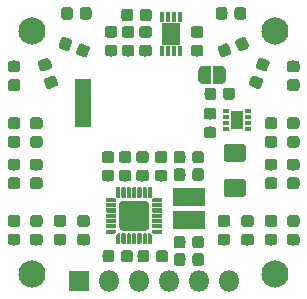
<source format=gts>
G04 #@! TF.GenerationSoftware,KiCad,Pcbnew,5.0.0*
G04 #@! TF.CreationDate,2018-09-21T06:24:59-04:00*
G04 #@! TF.ProjectId,v1,76312E6B696361645F70636200000000,rev?*
G04 #@! TF.SameCoordinates,Original*
G04 #@! TF.FileFunction,Soldermask,Top*
G04 #@! TF.FilePolarity,Negative*
%FSLAX46Y46*%
G04 Gerber Fmt 4.6, Leading zero omitted, Abs format (unit mm)*
G04 Created by KiCad (PCBNEW 5.0.0) date Fri Sep 21 06:24:59 2018*
%MOMM*%
%LPD*%
G01*
G04 APERTURE LIST*
%ADD10C,0.100000*%
%ADD11C,0.976600*%
%ADD12R,1.801600X1.801600*%
%ADD13O,1.801600X1.801600*%
%ADD14C,0.500000*%
%ADD15R,1.351600X4.101600*%
%ADD16R,0.601600X0.401600*%
%ADD17R,1.001600X1.601600*%
%ADD18C,1.526600*%
%ADD19R,2.801600X1.601600*%
%ADD20C,2.301600*%
%ADD21C,2.501600*%
%ADD22C,0.179289*%
%ADD23C,0.351600*%
%ADD24R,1.551600X1.851600*%
%ADD25R,0.401600X0.851600*%
G04 APERTURE END LIST*
D10*
G04 #@! TO.C,D21*
G36*
X183686581Y-129829576D02*
X183710281Y-129833091D01*
X183733523Y-129838913D01*
X183756082Y-129846985D01*
X183777742Y-129857229D01*
X183798292Y-129869547D01*
X183817537Y-129883819D01*
X183835290Y-129899910D01*
X183851381Y-129917663D01*
X183865653Y-129936908D01*
X183877971Y-129957458D01*
X183888215Y-129979118D01*
X183896287Y-130001677D01*
X183902109Y-130024919D01*
X183905624Y-130048619D01*
X183906800Y-130072550D01*
X183906800Y-130560850D01*
X183905624Y-130584781D01*
X183902109Y-130608481D01*
X183896287Y-130631723D01*
X183888215Y-130654282D01*
X183877971Y-130675942D01*
X183865653Y-130696492D01*
X183851381Y-130715737D01*
X183835290Y-130733490D01*
X183817537Y-130749581D01*
X183798292Y-130763853D01*
X183777742Y-130776171D01*
X183756082Y-130786415D01*
X183733523Y-130794487D01*
X183710281Y-130800309D01*
X183686581Y-130803824D01*
X183662650Y-130805000D01*
X183099350Y-130805000D01*
X183075419Y-130803824D01*
X183051719Y-130800309D01*
X183028477Y-130794487D01*
X183005918Y-130786415D01*
X182984258Y-130776171D01*
X182963708Y-130763853D01*
X182944463Y-130749581D01*
X182926710Y-130733490D01*
X182910619Y-130715737D01*
X182896347Y-130696492D01*
X182884029Y-130675942D01*
X182873785Y-130654282D01*
X182865713Y-130631723D01*
X182859891Y-130608481D01*
X182856376Y-130584781D01*
X182855200Y-130560850D01*
X182855200Y-130072550D01*
X182856376Y-130048619D01*
X182859891Y-130024919D01*
X182865713Y-130001677D01*
X182873785Y-129979118D01*
X182884029Y-129957458D01*
X182896347Y-129936908D01*
X182910619Y-129917663D01*
X182926710Y-129899910D01*
X182944463Y-129883819D01*
X182963708Y-129869547D01*
X182984258Y-129857229D01*
X183005918Y-129846985D01*
X183028477Y-129838913D01*
X183051719Y-129833091D01*
X183075419Y-129829576D01*
X183099350Y-129828400D01*
X183662650Y-129828400D01*
X183686581Y-129829576D01*
X183686581Y-129829576D01*
G37*
D11*
X183381000Y-130316700D03*
D10*
G36*
X183686581Y-128254576D02*
X183710281Y-128258091D01*
X183733523Y-128263913D01*
X183756082Y-128271985D01*
X183777742Y-128282229D01*
X183798292Y-128294547D01*
X183817537Y-128308819D01*
X183835290Y-128324910D01*
X183851381Y-128342663D01*
X183865653Y-128361908D01*
X183877971Y-128382458D01*
X183888215Y-128404118D01*
X183896287Y-128426677D01*
X183902109Y-128449919D01*
X183905624Y-128473619D01*
X183906800Y-128497550D01*
X183906800Y-128985850D01*
X183905624Y-129009781D01*
X183902109Y-129033481D01*
X183896287Y-129056723D01*
X183888215Y-129079282D01*
X183877971Y-129100942D01*
X183865653Y-129121492D01*
X183851381Y-129140737D01*
X183835290Y-129158490D01*
X183817537Y-129174581D01*
X183798292Y-129188853D01*
X183777742Y-129201171D01*
X183756082Y-129211415D01*
X183733523Y-129219487D01*
X183710281Y-129225309D01*
X183686581Y-129228824D01*
X183662650Y-129230000D01*
X183099350Y-129230000D01*
X183075419Y-129228824D01*
X183051719Y-129225309D01*
X183028477Y-129219487D01*
X183005918Y-129211415D01*
X182984258Y-129201171D01*
X182963708Y-129188853D01*
X182944463Y-129174581D01*
X182926710Y-129158490D01*
X182910619Y-129140737D01*
X182896347Y-129121492D01*
X182884029Y-129100942D01*
X182873785Y-129079282D01*
X182865713Y-129056723D01*
X182859891Y-129033481D01*
X182856376Y-129009781D01*
X182855200Y-128985850D01*
X182855200Y-128497550D01*
X182856376Y-128473619D01*
X182859891Y-128449919D01*
X182865713Y-128426677D01*
X182873785Y-128404118D01*
X182884029Y-128382458D01*
X182896347Y-128361908D01*
X182910619Y-128342663D01*
X182926710Y-128324910D01*
X182944463Y-128308819D01*
X182963708Y-128294547D01*
X182984258Y-128282229D01*
X183005918Y-128271985D01*
X183028477Y-128263913D01*
X183051719Y-128258091D01*
X183075419Y-128254576D01*
X183099350Y-128253400D01*
X183662650Y-128253400D01*
X183686581Y-128254576D01*
X183686581Y-128254576D01*
G37*
D11*
X183381000Y-128741700D03*
G04 #@! TD*
D12*
G04 #@! TO.C,J1*
X188849000Y-138620500D03*
D13*
X191389000Y-138620500D03*
X193929000Y-138620500D03*
X196469000Y-138620500D03*
X199009000Y-138620500D03*
X201549000Y-138620500D03*
G04 #@! TD*
D14*
G04 #@! TO.C,JP1*
X199502000Y-121158000D03*
D10*
G36*
X200011911Y-120358176D02*
X200021440Y-120361067D01*
X200030223Y-120365761D01*
X200037921Y-120372079D01*
X200044239Y-120379777D01*
X200048933Y-120388560D01*
X200051824Y-120398089D01*
X200052800Y-120408000D01*
X200052800Y-121908000D01*
X200051824Y-121917911D01*
X200048933Y-121927440D01*
X200044239Y-121936223D01*
X200037921Y-121943921D01*
X200030223Y-121950239D01*
X200021440Y-121954933D01*
X200011911Y-121957824D01*
X200002000Y-121958800D01*
X199502000Y-121958800D01*
X199495887Y-121958198D01*
X199477466Y-121958198D01*
X199472486Y-121957953D01*
X199423655Y-121953143D01*
X199418725Y-121952412D01*
X199370600Y-121942840D01*
X199365763Y-121941628D01*
X199318808Y-121927384D01*
X199314115Y-121925705D01*
X199268782Y-121906928D01*
X199264274Y-121904796D01*
X199221001Y-121881665D01*
X199216727Y-121879103D01*
X199175928Y-121851843D01*
X199171923Y-121848873D01*
X199133994Y-121817745D01*
X199130300Y-121814397D01*
X199095603Y-121779700D01*
X199092255Y-121776006D01*
X199061127Y-121738077D01*
X199058157Y-121734072D01*
X199030897Y-121693273D01*
X199028335Y-121688999D01*
X199005204Y-121645726D01*
X199003072Y-121641218D01*
X198984295Y-121595885D01*
X198982616Y-121591192D01*
X198968372Y-121544237D01*
X198967160Y-121539400D01*
X198957588Y-121491275D01*
X198956857Y-121486345D01*
X198952047Y-121437514D01*
X198951802Y-121432534D01*
X198951802Y-121414113D01*
X198951200Y-121408000D01*
X198951200Y-120908000D01*
X198951802Y-120901887D01*
X198951802Y-120883466D01*
X198952047Y-120878486D01*
X198956857Y-120829655D01*
X198957588Y-120824725D01*
X198967160Y-120776600D01*
X198968372Y-120771763D01*
X198982616Y-120724808D01*
X198984295Y-120720115D01*
X199003072Y-120674782D01*
X199005204Y-120670274D01*
X199028335Y-120627001D01*
X199030897Y-120622727D01*
X199058157Y-120581928D01*
X199061127Y-120577923D01*
X199092255Y-120539994D01*
X199095603Y-120536300D01*
X199130300Y-120501603D01*
X199133994Y-120498255D01*
X199171923Y-120467127D01*
X199175928Y-120464157D01*
X199216727Y-120436897D01*
X199221001Y-120434335D01*
X199264274Y-120411204D01*
X199268782Y-120409072D01*
X199314115Y-120390295D01*
X199318808Y-120388616D01*
X199365763Y-120374372D01*
X199370600Y-120373160D01*
X199418725Y-120363588D01*
X199423655Y-120362857D01*
X199472486Y-120358047D01*
X199477466Y-120357802D01*
X199495887Y-120357802D01*
X199502000Y-120357200D01*
X200002000Y-120357200D01*
X200011911Y-120358176D01*
X200011911Y-120358176D01*
G37*
D14*
X200802000Y-121158000D03*
D10*
G36*
X200808113Y-120357802D02*
X200826534Y-120357802D01*
X200831514Y-120358047D01*
X200880345Y-120362857D01*
X200885275Y-120363588D01*
X200933400Y-120373160D01*
X200938237Y-120374372D01*
X200985192Y-120388616D01*
X200989885Y-120390295D01*
X201035218Y-120409072D01*
X201039726Y-120411204D01*
X201082999Y-120434335D01*
X201087273Y-120436897D01*
X201128072Y-120464157D01*
X201132077Y-120467127D01*
X201170006Y-120498255D01*
X201173700Y-120501603D01*
X201208397Y-120536300D01*
X201211745Y-120539994D01*
X201242873Y-120577923D01*
X201245843Y-120581928D01*
X201273103Y-120622727D01*
X201275665Y-120627001D01*
X201298796Y-120670274D01*
X201300928Y-120674782D01*
X201319705Y-120720115D01*
X201321384Y-120724808D01*
X201335628Y-120771763D01*
X201336840Y-120776600D01*
X201346412Y-120824725D01*
X201347143Y-120829655D01*
X201351953Y-120878486D01*
X201352198Y-120883466D01*
X201352198Y-120901887D01*
X201352800Y-120908000D01*
X201352800Y-121408000D01*
X201352198Y-121414113D01*
X201352198Y-121432534D01*
X201351953Y-121437514D01*
X201347143Y-121486345D01*
X201346412Y-121491275D01*
X201336840Y-121539400D01*
X201335628Y-121544237D01*
X201321384Y-121591192D01*
X201319705Y-121595885D01*
X201300928Y-121641218D01*
X201298796Y-121645726D01*
X201275665Y-121688999D01*
X201273103Y-121693273D01*
X201245843Y-121734072D01*
X201242873Y-121738077D01*
X201211745Y-121776006D01*
X201208397Y-121779700D01*
X201173700Y-121814397D01*
X201170006Y-121817745D01*
X201132077Y-121848873D01*
X201128072Y-121851843D01*
X201087273Y-121879103D01*
X201082999Y-121881665D01*
X201039726Y-121904796D01*
X201035218Y-121906928D01*
X200989885Y-121925705D01*
X200985192Y-121927384D01*
X200938237Y-121941628D01*
X200933400Y-121942840D01*
X200885275Y-121952412D01*
X200880345Y-121953143D01*
X200831514Y-121957953D01*
X200826534Y-121958198D01*
X200808113Y-121958198D01*
X200802000Y-121958800D01*
X200302000Y-121958800D01*
X200292089Y-121957824D01*
X200282560Y-121954933D01*
X200273777Y-121950239D01*
X200266079Y-121943921D01*
X200259761Y-121936223D01*
X200255067Y-121927440D01*
X200252176Y-121917911D01*
X200251200Y-121908000D01*
X200251200Y-120408000D01*
X200252176Y-120398089D01*
X200255067Y-120388560D01*
X200259761Y-120379777D01*
X200266079Y-120372079D01*
X200273777Y-120365761D01*
X200282560Y-120361067D01*
X200292089Y-120358176D01*
X200302000Y-120357200D01*
X200802000Y-120357200D01*
X200808113Y-120357802D01*
X200808113Y-120357802D01*
G37*
G04 #@! TD*
G04 #@! TO.C,C4*
G36*
X199239081Y-136254376D02*
X199262781Y-136257891D01*
X199286023Y-136263713D01*
X199308582Y-136271785D01*
X199330242Y-136282029D01*
X199350792Y-136294347D01*
X199370037Y-136308619D01*
X199387790Y-136324710D01*
X199403881Y-136342463D01*
X199418153Y-136361708D01*
X199430471Y-136382258D01*
X199440715Y-136403918D01*
X199448787Y-136426477D01*
X199454609Y-136449719D01*
X199458124Y-136473419D01*
X199459300Y-136497350D01*
X199459300Y-137060650D01*
X199458124Y-137084581D01*
X199454609Y-137108281D01*
X199448787Y-137131523D01*
X199440715Y-137154082D01*
X199430471Y-137175742D01*
X199418153Y-137196292D01*
X199403881Y-137215537D01*
X199387790Y-137233290D01*
X199370037Y-137249381D01*
X199350792Y-137263653D01*
X199330242Y-137275971D01*
X199308582Y-137286215D01*
X199286023Y-137294287D01*
X199262781Y-137300109D01*
X199239081Y-137303624D01*
X199215150Y-137304800D01*
X198726850Y-137304800D01*
X198702919Y-137303624D01*
X198679219Y-137300109D01*
X198655977Y-137294287D01*
X198633418Y-137286215D01*
X198611758Y-137275971D01*
X198591208Y-137263653D01*
X198571963Y-137249381D01*
X198554210Y-137233290D01*
X198538119Y-137215537D01*
X198523847Y-137196292D01*
X198511529Y-137175742D01*
X198501285Y-137154082D01*
X198493213Y-137131523D01*
X198487391Y-137108281D01*
X198483876Y-137084581D01*
X198482700Y-137060650D01*
X198482700Y-136497350D01*
X198483876Y-136473419D01*
X198487391Y-136449719D01*
X198493213Y-136426477D01*
X198501285Y-136403918D01*
X198511529Y-136382258D01*
X198523847Y-136361708D01*
X198538119Y-136342463D01*
X198554210Y-136324710D01*
X198571963Y-136308619D01*
X198591208Y-136294347D01*
X198611758Y-136282029D01*
X198633418Y-136271785D01*
X198655977Y-136263713D01*
X198679219Y-136257891D01*
X198702919Y-136254376D01*
X198726850Y-136253200D01*
X199215150Y-136253200D01*
X199239081Y-136254376D01*
X199239081Y-136254376D01*
G37*
D11*
X198971000Y-136779000D03*
D10*
G36*
X197664081Y-136254376D02*
X197687781Y-136257891D01*
X197711023Y-136263713D01*
X197733582Y-136271785D01*
X197755242Y-136282029D01*
X197775792Y-136294347D01*
X197795037Y-136308619D01*
X197812790Y-136324710D01*
X197828881Y-136342463D01*
X197843153Y-136361708D01*
X197855471Y-136382258D01*
X197865715Y-136403918D01*
X197873787Y-136426477D01*
X197879609Y-136449719D01*
X197883124Y-136473419D01*
X197884300Y-136497350D01*
X197884300Y-137060650D01*
X197883124Y-137084581D01*
X197879609Y-137108281D01*
X197873787Y-137131523D01*
X197865715Y-137154082D01*
X197855471Y-137175742D01*
X197843153Y-137196292D01*
X197828881Y-137215537D01*
X197812790Y-137233290D01*
X197795037Y-137249381D01*
X197775792Y-137263653D01*
X197755242Y-137275971D01*
X197733582Y-137286215D01*
X197711023Y-137294287D01*
X197687781Y-137300109D01*
X197664081Y-137303624D01*
X197640150Y-137304800D01*
X197151850Y-137304800D01*
X197127919Y-137303624D01*
X197104219Y-137300109D01*
X197080977Y-137294287D01*
X197058418Y-137286215D01*
X197036758Y-137275971D01*
X197016208Y-137263653D01*
X196996963Y-137249381D01*
X196979210Y-137233290D01*
X196963119Y-137215537D01*
X196948847Y-137196292D01*
X196936529Y-137175742D01*
X196926285Y-137154082D01*
X196918213Y-137131523D01*
X196912391Y-137108281D01*
X196908876Y-137084581D01*
X196907700Y-137060650D01*
X196907700Y-136497350D01*
X196908876Y-136473419D01*
X196912391Y-136449719D01*
X196918213Y-136426477D01*
X196926285Y-136403918D01*
X196936529Y-136382258D01*
X196948847Y-136361708D01*
X196963119Y-136342463D01*
X196979210Y-136324710D01*
X196996963Y-136308619D01*
X197016208Y-136294347D01*
X197036758Y-136282029D01*
X197058418Y-136271785D01*
X197080977Y-136263713D01*
X197104219Y-136257891D01*
X197127919Y-136254376D01*
X197151850Y-136253200D01*
X197640150Y-136253200D01*
X197664081Y-136254376D01*
X197664081Y-136254376D01*
G37*
D11*
X197396000Y-136779000D03*
G04 #@! TD*
D15*
G04 #@! TO.C,J3*
X189230000Y-123545600D03*
G04 #@! TD*
D10*
G04 #@! TO.C,C3*
G36*
X200267081Y-123947376D02*
X200290781Y-123950891D01*
X200314023Y-123956713D01*
X200336582Y-123964785D01*
X200358242Y-123975029D01*
X200378792Y-123987347D01*
X200398037Y-124001619D01*
X200415790Y-124017710D01*
X200431881Y-124035463D01*
X200446153Y-124054708D01*
X200458471Y-124075258D01*
X200468715Y-124096918D01*
X200476787Y-124119477D01*
X200482609Y-124142719D01*
X200486124Y-124166419D01*
X200487300Y-124190350D01*
X200487300Y-124678650D01*
X200486124Y-124702581D01*
X200482609Y-124726281D01*
X200476787Y-124749523D01*
X200468715Y-124772082D01*
X200458471Y-124793742D01*
X200446153Y-124814292D01*
X200431881Y-124833537D01*
X200415790Y-124851290D01*
X200398037Y-124867381D01*
X200378792Y-124881653D01*
X200358242Y-124893971D01*
X200336582Y-124904215D01*
X200314023Y-124912287D01*
X200290781Y-124918109D01*
X200267081Y-124921624D01*
X200243150Y-124922800D01*
X199679850Y-124922800D01*
X199655919Y-124921624D01*
X199632219Y-124918109D01*
X199608977Y-124912287D01*
X199586418Y-124904215D01*
X199564758Y-124893971D01*
X199544208Y-124881653D01*
X199524963Y-124867381D01*
X199507210Y-124851290D01*
X199491119Y-124833537D01*
X199476847Y-124814292D01*
X199464529Y-124793742D01*
X199454285Y-124772082D01*
X199446213Y-124749523D01*
X199440391Y-124726281D01*
X199436876Y-124702581D01*
X199435700Y-124678650D01*
X199435700Y-124190350D01*
X199436876Y-124166419D01*
X199440391Y-124142719D01*
X199446213Y-124119477D01*
X199454285Y-124096918D01*
X199464529Y-124075258D01*
X199476847Y-124054708D01*
X199491119Y-124035463D01*
X199507210Y-124017710D01*
X199524963Y-124001619D01*
X199544208Y-123987347D01*
X199564758Y-123975029D01*
X199586418Y-123964785D01*
X199608977Y-123956713D01*
X199632219Y-123950891D01*
X199655919Y-123947376D01*
X199679850Y-123946200D01*
X200243150Y-123946200D01*
X200267081Y-123947376D01*
X200267081Y-123947376D01*
G37*
D11*
X199961500Y-124434500D03*
D10*
G36*
X200267081Y-125522376D02*
X200290781Y-125525891D01*
X200314023Y-125531713D01*
X200336582Y-125539785D01*
X200358242Y-125550029D01*
X200378792Y-125562347D01*
X200398037Y-125576619D01*
X200415790Y-125592710D01*
X200431881Y-125610463D01*
X200446153Y-125629708D01*
X200458471Y-125650258D01*
X200468715Y-125671918D01*
X200476787Y-125694477D01*
X200482609Y-125717719D01*
X200486124Y-125741419D01*
X200487300Y-125765350D01*
X200487300Y-126253650D01*
X200486124Y-126277581D01*
X200482609Y-126301281D01*
X200476787Y-126324523D01*
X200468715Y-126347082D01*
X200458471Y-126368742D01*
X200446153Y-126389292D01*
X200431881Y-126408537D01*
X200415790Y-126426290D01*
X200398037Y-126442381D01*
X200378792Y-126456653D01*
X200358242Y-126468971D01*
X200336582Y-126479215D01*
X200314023Y-126487287D01*
X200290781Y-126493109D01*
X200267081Y-126496624D01*
X200243150Y-126497800D01*
X199679850Y-126497800D01*
X199655919Y-126496624D01*
X199632219Y-126493109D01*
X199608977Y-126487287D01*
X199586418Y-126479215D01*
X199564758Y-126468971D01*
X199544208Y-126456653D01*
X199524963Y-126442381D01*
X199507210Y-126426290D01*
X199491119Y-126408537D01*
X199476847Y-126389292D01*
X199464529Y-126368742D01*
X199454285Y-126347082D01*
X199446213Y-126324523D01*
X199440391Y-126301281D01*
X199436876Y-126277581D01*
X199435700Y-126253650D01*
X199435700Y-125765350D01*
X199436876Y-125741419D01*
X199440391Y-125717719D01*
X199446213Y-125694477D01*
X199454285Y-125671918D01*
X199464529Y-125650258D01*
X199476847Y-125629708D01*
X199491119Y-125610463D01*
X199507210Y-125592710D01*
X199524963Y-125576619D01*
X199544208Y-125562347D01*
X199564758Y-125550029D01*
X199586418Y-125539785D01*
X199608977Y-125531713D01*
X199632219Y-125525891D01*
X199655919Y-125522376D01*
X199679850Y-125521200D01*
X200243150Y-125521200D01*
X200267081Y-125522376D01*
X200267081Y-125522376D01*
G37*
D11*
X199961500Y-126009500D03*
G04 #@! TD*
D16*
G04 #@! TO.C,U3*
X203147500Y-125718000D03*
X203147500Y-125218000D03*
X203147500Y-124718000D03*
X203147500Y-124218000D03*
X201347500Y-124218000D03*
X201347500Y-124718000D03*
X201347500Y-125218000D03*
X201347500Y-125718000D03*
D17*
X202247500Y-124968000D03*
G04 #@! TD*
D10*
G04 #@! TO.C,C1*
G36*
X197658351Y-134793876D02*
X197682051Y-134797391D01*
X197705293Y-134803213D01*
X197727852Y-134811285D01*
X197749512Y-134821529D01*
X197770062Y-134833847D01*
X197789307Y-134848119D01*
X197807060Y-134864210D01*
X197823151Y-134881963D01*
X197837423Y-134901208D01*
X197849741Y-134921758D01*
X197859985Y-134943418D01*
X197868057Y-134965977D01*
X197873879Y-134989219D01*
X197877394Y-135012919D01*
X197878570Y-135036850D01*
X197878570Y-135600150D01*
X197877394Y-135624081D01*
X197873879Y-135647781D01*
X197868057Y-135671023D01*
X197859985Y-135693582D01*
X197849741Y-135715242D01*
X197837423Y-135735792D01*
X197823151Y-135755037D01*
X197807060Y-135772790D01*
X197789307Y-135788881D01*
X197770062Y-135803153D01*
X197749512Y-135815471D01*
X197727852Y-135825715D01*
X197705293Y-135833787D01*
X197682051Y-135839609D01*
X197658351Y-135843124D01*
X197634420Y-135844300D01*
X197146120Y-135844300D01*
X197122189Y-135843124D01*
X197098489Y-135839609D01*
X197075247Y-135833787D01*
X197052688Y-135825715D01*
X197031028Y-135815471D01*
X197010478Y-135803153D01*
X196991233Y-135788881D01*
X196973480Y-135772790D01*
X196957389Y-135755037D01*
X196943117Y-135735792D01*
X196930799Y-135715242D01*
X196920555Y-135693582D01*
X196912483Y-135671023D01*
X196906661Y-135647781D01*
X196903146Y-135624081D01*
X196901970Y-135600150D01*
X196901970Y-135036850D01*
X196903146Y-135012919D01*
X196906661Y-134989219D01*
X196912483Y-134965977D01*
X196920555Y-134943418D01*
X196930799Y-134921758D01*
X196943117Y-134901208D01*
X196957389Y-134881963D01*
X196973480Y-134864210D01*
X196991233Y-134848119D01*
X197010478Y-134833847D01*
X197031028Y-134821529D01*
X197052688Y-134811285D01*
X197075247Y-134803213D01*
X197098489Y-134797391D01*
X197122189Y-134793876D01*
X197146120Y-134792700D01*
X197634420Y-134792700D01*
X197658351Y-134793876D01*
X197658351Y-134793876D01*
G37*
D11*
X197390270Y-135318500D03*
D10*
G36*
X199233351Y-134793876D02*
X199257051Y-134797391D01*
X199280293Y-134803213D01*
X199302852Y-134811285D01*
X199324512Y-134821529D01*
X199345062Y-134833847D01*
X199364307Y-134848119D01*
X199382060Y-134864210D01*
X199398151Y-134881963D01*
X199412423Y-134901208D01*
X199424741Y-134921758D01*
X199434985Y-134943418D01*
X199443057Y-134965977D01*
X199448879Y-134989219D01*
X199452394Y-135012919D01*
X199453570Y-135036850D01*
X199453570Y-135600150D01*
X199452394Y-135624081D01*
X199448879Y-135647781D01*
X199443057Y-135671023D01*
X199434985Y-135693582D01*
X199424741Y-135715242D01*
X199412423Y-135735792D01*
X199398151Y-135755037D01*
X199382060Y-135772790D01*
X199364307Y-135788881D01*
X199345062Y-135803153D01*
X199324512Y-135815471D01*
X199302852Y-135825715D01*
X199280293Y-135833787D01*
X199257051Y-135839609D01*
X199233351Y-135843124D01*
X199209420Y-135844300D01*
X198721120Y-135844300D01*
X198697189Y-135843124D01*
X198673489Y-135839609D01*
X198650247Y-135833787D01*
X198627688Y-135825715D01*
X198606028Y-135815471D01*
X198585478Y-135803153D01*
X198566233Y-135788881D01*
X198548480Y-135772790D01*
X198532389Y-135755037D01*
X198518117Y-135735792D01*
X198505799Y-135715242D01*
X198495555Y-135693582D01*
X198487483Y-135671023D01*
X198481661Y-135647781D01*
X198478146Y-135624081D01*
X198476970Y-135600150D01*
X198476970Y-135036850D01*
X198478146Y-135012919D01*
X198481661Y-134989219D01*
X198487483Y-134965977D01*
X198495555Y-134943418D01*
X198505799Y-134921758D01*
X198518117Y-134901208D01*
X198532389Y-134881963D01*
X198548480Y-134864210D01*
X198566233Y-134848119D01*
X198585478Y-134833847D01*
X198606028Y-134821529D01*
X198627688Y-134811285D01*
X198650247Y-134803213D01*
X198673489Y-134797391D01*
X198697189Y-134793876D01*
X198721120Y-134792700D01*
X199209420Y-134792700D01*
X199233351Y-134793876D01*
X199233351Y-134793876D01*
G37*
D11*
X198965270Y-135318500D03*
G04 #@! TD*
D10*
G04 #@! TO.C,C2*
G36*
X197658351Y-129060955D02*
X197682051Y-129064470D01*
X197705293Y-129070292D01*
X197727852Y-129078364D01*
X197749512Y-129088608D01*
X197770062Y-129100926D01*
X197789307Y-129115198D01*
X197807060Y-129131289D01*
X197823151Y-129149042D01*
X197837423Y-129168287D01*
X197849741Y-129188837D01*
X197859985Y-129210497D01*
X197868057Y-129233056D01*
X197873879Y-129256298D01*
X197877394Y-129279998D01*
X197878570Y-129303929D01*
X197878570Y-129867229D01*
X197877394Y-129891160D01*
X197873879Y-129914860D01*
X197868057Y-129938102D01*
X197859985Y-129960661D01*
X197849741Y-129982321D01*
X197837423Y-130002871D01*
X197823151Y-130022116D01*
X197807060Y-130039869D01*
X197789307Y-130055960D01*
X197770062Y-130070232D01*
X197749512Y-130082550D01*
X197727852Y-130092794D01*
X197705293Y-130100866D01*
X197682051Y-130106688D01*
X197658351Y-130110203D01*
X197634420Y-130111379D01*
X197146120Y-130111379D01*
X197122189Y-130110203D01*
X197098489Y-130106688D01*
X197075247Y-130100866D01*
X197052688Y-130092794D01*
X197031028Y-130082550D01*
X197010478Y-130070232D01*
X196991233Y-130055960D01*
X196973480Y-130039869D01*
X196957389Y-130022116D01*
X196943117Y-130002871D01*
X196930799Y-129982321D01*
X196920555Y-129960661D01*
X196912483Y-129938102D01*
X196906661Y-129914860D01*
X196903146Y-129891160D01*
X196901970Y-129867229D01*
X196901970Y-129303929D01*
X196903146Y-129279998D01*
X196906661Y-129256298D01*
X196912483Y-129233056D01*
X196920555Y-129210497D01*
X196930799Y-129188837D01*
X196943117Y-129168287D01*
X196957389Y-129149042D01*
X196973480Y-129131289D01*
X196991233Y-129115198D01*
X197010478Y-129100926D01*
X197031028Y-129088608D01*
X197052688Y-129078364D01*
X197075247Y-129070292D01*
X197098489Y-129064470D01*
X197122189Y-129060955D01*
X197146120Y-129059779D01*
X197634420Y-129059779D01*
X197658351Y-129060955D01*
X197658351Y-129060955D01*
G37*
D11*
X197390270Y-129585579D03*
D10*
G36*
X199233351Y-129060955D02*
X199257051Y-129064470D01*
X199280293Y-129070292D01*
X199302852Y-129078364D01*
X199324512Y-129088608D01*
X199345062Y-129100926D01*
X199364307Y-129115198D01*
X199382060Y-129131289D01*
X199398151Y-129149042D01*
X199412423Y-129168287D01*
X199424741Y-129188837D01*
X199434985Y-129210497D01*
X199443057Y-129233056D01*
X199448879Y-129256298D01*
X199452394Y-129279998D01*
X199453570Y-129303929D01*
X199453570Y-129867229D01*
X199452394Y-129891160D01*
X199448879Y-129914860D01*
X199443057Y-129938102D01*
X199434985Y-129960661D01*
X199424741Y-129982321D01*
X199412423Y-130002871D01*
X199398151Y-130022116D01*
X199382060Y-130039869D01*
X199364307Y-130055960D01*
X199345062Y-130070232D01*
X199324512Y-130082550D01*
X199302852Y-130092794D01*
X199280293Y-130100866D01*
X199257051Y-130106688D01*
X199233351Y-130110203D01*
X199209420Y-130111379D01*
X198721120Y-130111379D01*
X198697189Y-130110203D01*
X198673489Y-130106688D01*
X198650247Y-130100866D01*
X198627688Y-130092794D01*
X198606028Y-130082550D01*
X198585478Y-130070232D01*
X198566233Y-130055960D01*
X198548480Y-130039869D01*
X198532389Y-130022116D01*
X198518117Y-130002871D01*
X198505799Y-129982321D01*
X198495555Y-129960661D01*
X198487483Y-129938102D01*
X198481661Y-129914860D01*
X198478146Y-129891160D01*
X198476970Y-129867229D01*
X198476970Y-129303929D01*
X198478146Y-129279998D01*
X198481661Y-129256298D01*
X198487483Y-129233056D01*
X198495555Y-129210497D01*
X198505799Y-129188837D01*
X198518117Y-129168287D01*
X198532389Y-129149042D01*
X198548480Y-129131289D01*
X198566233Y-129115198D01*
X198585478Y-129100926D01*
X198606028Y-129088608D01*
X198627688Y-129078364D01*
X198650247Y-129070292D01*
X198673489Y-129064470D01*
X198697189Y-129060955D01*
X198721120Y-129059779D01*
X199209420Y-129059779D01*
X199233351Y-129060955D01*
X199233351Y-129060955D01*
G37*
D11*
X198965270Y-129585579D03*
G04 #@! TD*
D10*
G04 #@! TO.C,CIN1*
G36*
X199187581Y-117025876D02*
X199211281Y-117029391D01*
X199234523Y-117035213D01*
X199257082Y-117043285D01*
X199278742Y-117053529D01*
X199299292Y-117065847D01*
X199318537Y-117080119D01*
X199336290Y-117096210D01*
X199352381Y-117113963D01*
X199366653Y-117133208D01*
X199378971Y-117153758D01*
X199389215Y-117175418D01*
X199397287Y-117197977D01*
X199403109Y-117221219D01*
X199406624Y-117244919D01*
X199407800Y-117268850D01*
X199407800Y-117757150D01*
X199406624Y-117781081D01*
X199403109Y-117804781D01*
X199397287Y-117828023D01*
X199389215Y-117850582D01*
X199378971Y-117872242D01*
X199366653Y-117892792D01*
X199352381Y-117912037D01*
X199336290Y-117929790D01*
X199318537Y-117945881D01*
X199299292Y-117960153D01*
X199278742Y-117972471D01*
X199257082Y-117982715D01*
X199234523Y-117990787D01*
X199211281Y-117996609D01*
X199187581Y-118000124D01*
X199163650Y-118001300D01*
X198600350Y-118001300D01*
X198576419Y-118000124D01*
X198552719Y-117996609D01*
X198529477Y-117990787D01*
X198506918Y-117982715D01*
X198485258Y-117972471D01*
X198464708Y-117960153D01*
X198445463Y-117945881D01*
X198427710Y-117929790D01*
X198411619Y-117912037D01*
X198397347Y-117892792D01*
X198385029Y-117872242D01*
X198374785Y-117850582D01*
X198366713Y-117828023D01*
X198360891Y-117804781D01*
X198357376Y-117781081D01*
X198356200Y-117757150D01*
X198356200Y-117268850D01*
X198357376Y-117244919D01*
X198360891Y-117221219D01*
X198366713Y-117197977D01*
X198374785Y-117175418D01*
X198385029Y-117153758D01*
X198397347Y-117133208D01*
X198411619Y-117113963D01*
X198427710Y-117096210D01*
X198445463Y-117080119D01*
X198464708Y-117065847D01*
X198485258Y-117053529D01*
X198506918Y-117043285D01*
X198529477Y-117035213D01*
X198552719Y-117029391D01*
X198576419Y-117025876D01*
X198600350Y-117024700D01*
X199163650Y-117024700D01*
X199187581Y-117025876D01*
X199187581Y-117025876D01*
G37*
D11*
X198882000Y-117513000D03*
D10*
G36*
X199187581Y-118600876D02*
X199211281Y-118604391D01*
X199234523Y-118610213D01*
X199257082Y-118618285D01*
X199278742Y-118628529D01*
X199299292Y-118640847D01*
X199318537Y-118655119D01*
X199336290Y-118671210D01*
X199352381Y-118688963D01*
X199366653Y-118708208D01*
X199378971Y-118728758D01*
X199389215Y-118750418D01*
X199397287Y-118772977D01*
X199403109Y-118796219D01*
X199406624Y-118819919D01*
X199407800Y-118843850D01*
X199407800Y-119332150D01*
X199406624Y-119356081D01*
X199403109Y-119379781D01*
X199397287Y-119403023D01*
X199389215Y-119425582D01*
X199378971Y-119447242D01*
X199366653Y-119467792D01*
X199352381Y-119487037D01*
X199336290Y-119504790D01*
X199318537Y-119520881D01*
X199299292Y-119535153D01*
X199278742Y-119547471D01*
X199257082Y-119557715D01*
X199234523Y-119565787D01*
X199211281Y-119571609D01*
X199187581Y-119575124D01*
X199163650Y-119576300D01*
X198600350Y-119576300D01*
X198576419Y-119575124D01*
X198552719Y-119571609D01*
X198529477Y-119565787D01*
X198506918Y-119557715D01*
X198485258Y-119547471D01*
X198464708Y-119535153D01*
X198445463Y-119520881D01*
X198427710Y-119504790D01*
X198411619Y-119487037D01*
X198397347Y-119467792D01*
X198385029Y-119447242D01*
X198374785Y-119425582D01*
X198366713Y-119403023D01*
X198360891Y-119379781D01*
X198357376Y-119356081D01*
X198356200Y-119332150D01*
X198356200Y-118843850D01*
X198357376Y-118819919D01*
X198360891Y-118796219D01*
X198366713Y-118772977D01*
X198374785Y-118750418D01*
X198385029Y-118728758D01*
X198397347Y-118708208D01*
X198411619Y-118688963D01*
X198427710Y-118671210D01*
X198445463Y-118655119D01*
X198464708Y-118640847D01*
X198485258Y-118628529D01*
X198506918Y-118618285D01*
X198529477Y-118610213D01*
X198552719Y-118604391D01*
X198576419Y-118600876D01*
X198600350Y-118599700D01*
X199163650Y-118599700D01*
X199187581Y-118600876D01*
X199187581Y-118600876D01*
G37*
D11*
X198882000Y-119088000D03*
G04 #@! TD*
D10*
G04 #@! TO.C,COUT1*
G36*
X193345581Y-118600876D02*
X193369281Y-118604391D01*
X193392523Y-118610213D01*
X193415082Y-118618285D01*
X193436742Y-118628529D01*
X193457292Y-118640847D01*
X193476537Y-118655119D01*
X193494290Y-118671210D01*
X193510381Y-118688963D01*
X193524653Y-118708208D01*
X193536971Y-118728758D01*
X193547215Y-118750418D01*
X193555287Y-118772977D01*
X193561109Y-118796219D01*
X193564624Y-118819919D01*
X193565800Y-118843850D01*
X193565800Y-119332150D01*
X193564624Y-119356081D01*
X193561109Y-119379781D01*
X193555287Y-119403023D01*
X193547215Y-119425582D01*
X193536971Y-119447242D01*
X193524653Y-119467792D01*
X193510381Y-119487037D01*
X193494290Y-119504790D01*
X193476537Y-119520881D01*
X193457292Y-119535153D01*
X193436742Y-119547471D01*
X193415082Y-119557715D01*
X193392523Y-119565787D01*
X193369281Y-119571609D01*
X193345581Y-119575124D01*
X193321650Y-119576300D01*
X192758350Y-119576300D01*
X192734419Y-119575124D01*
X192710719Y-119571609D01*
X192687477Y-119565787D01*
X192664918Y-119557715D01*
X192643258Y-119547471D01*
X192622708Y-119535153D01*
X192603463Y-119520881D01*
X192585710Y-119504790D01*
X192569619Y-119487037D01*
X192555347Y-119467792D01*
X192543029Y-119447242D01*
X192532785Y-119425582D01*
X192524713Y-119403023D01*
X192518891Y-119379781D01*
X192515376Y-119356081D01*
X192514200Y-119332150D01*
X192514200Y-118843850D01*
X192515376Y-118819919D01*
X192518891Y-118796219D01*
X192524713Y-118772977D01*
X192532785Y-118750418D01*
X192543029Y-118728758D01*
X192555347Y-118708208D01*
X192569619Y-118688963D01*
X192585710Y-118671210D01*
X192603463Y-118655119D01*
X192622708Y-118640847D01*
X192643258Y-118628529D01*
X192664918Y-118618285D01*
X192687477Y-118610213D01*
X192710719Y-118604391D01*
X192734419Y-118600876D01*
X192758350Y-118599700D01*
X193321650Y-118599700D01*
X193345581Y-118600876D01*
X193345581Y-118600876D01*
G37*
D11*
X193040000Y-119088000D03*
D10*
G36*
X193345581Y-117025876D02*
X193369281Y-117029391D01*
X193392523Y-117035213D01*
X193415082Y-117043285D01*
X193436742Y-117053529D01*
X193457292Y-117065847D01*
X193476537Y-117080119D01*
X193494290Y-117096210D01*
X193510381Y-117113963D01*
X193524653Y-117133208D01*
X193536971Y-117153758D01*
X193547215Y-117175418D01*
X193555287Y-117197977D01*
X193561109Y-117221219D01*
X193564624Y-117244919D01*
X193565800Y-117268850D01*
X193565800Y-117757150D01*
X193564624Y-117781081D01*
X193561109Y-117804781D01*
X193555287Y-117828023D01*
X193547215Y-117850582D01*
X193536971Y-117872242D01*
X193524653Y-117892792D01*
X193510381Y-117912037D01*
X193494290Y-117929790D01*
X193476537Y-117945881D01*
X193457292Y-117960153D01*
X193436742Y-117972471D01*
X193415082Y-117982715D01*
X193392523Y-117990787D01*
X193369281Y-117996609D01*
X193345581Y-118000124D01*
X193321650Y-118001300D01*
X192758350Y-118001300D01*
X192734419Y-118000124D01*
X192710719Y-117996609D01*
X192687477Y-117990787D01*
X192664918Y-117982715D01*
X192643258Y-117972471D01*
X192622708Y-117960153D01*
X192603463Y-117945881D01*
X192585710Y-117929790D01*
X192569619Y-117912037D01*
X192555347Y-117892792D01*
X192543029Y-117872242D01*
X192532785Y-117850582D01*
X192524713Y-117828023D01*
X192518891Y-117804781D01*
X192515376Y-117781081D01*
X192514200Y-117757150D01*
X192514200Y-117268850D01*
X192515376Y-117244919D01*
X192518891Y-117221219D01*
X192524713Y-117197977D01*
X192532785Y-117175418D01*
X192543029Y-117153758D01*
X192555347Y-117133208D01*
X192569619Y-117113963D01*
X192585710Y-117096210D01*
X192603463Y-117080119D01*
X192622708Y-117065847D01*
X192643258Y-117053529D01*
X192664918Y-117043285D01*
X192687477Y-117035213D01*
X192710719Y-117029391D01*
X192734419Y-117025876D01*
X192758350Y-117024700D01*
X193321650Y-117024700D01*
X193345581Y-117025876D01*
X193345581Y-117025876D01*
G37*
D11*
X193040000Y-117513000D03*
G04 #@! TD*
D10*
G04 #@! TO.C,L1*
G36*
X194806081Y-118600876D02*
X194829781Y-118604391D01*
X194853023Y-118610213D01*
X194875582Y-118618285D01*
X194897242Y-118628529D01*
X194917792Y-118640847D01*
X194937037Y-118655119D01*
X194954790Y-118671210D01*
X194970881Y-118688963D01*
X194985153Y-118708208D01*
X194997471Y-118728758D01*
X195007715Y-118750418D01*
X195015787Y-118772977D01*
X195021609Y-118796219D01*
X195025124Y-118819919D01*
X195026300Y-118843850D01*
X195026300Y-119332150D01*
X195025124Y-119356081D01*
X195021609Y-119379781D01*
X195015787Y-119403023D01*
X195007715Y-119425582D01*
X194997471Y-119447242D01*
X194985153Y-119467792D01*
X194970881Y-119487037D01*
X194954790Y-119504790D01*
X194937037Y-119520881D01*
X194917792Y-119535153D01*
X194897242Y-119547471D01*
X194875582Y-119557715D01*
X194853023Y-119565787D01*
X194829781Y-119571609D01*
X194806081Y-119575124D01*
X194782150Y-119576300D01*
X194218850Y-119576300D01*
X194194919Y-119575124D01*
X194171219Y-119571609D01*
X194147977Y-119565787D01*
X194125418Y-119557715D01*
X194103758Y-119547471D01*
X194083208Y-119535153D01*
X194063963Y-119520881D01*
X194046210Y-119504790D01*
X194030119Y-119487037D01*
X194015847Y-119467792D01*
X194003529Y-119447242D01*
X193993285Y-119425582D01*
X193985213Y-119403023D01*
X193979391Y-119379781D01*
X193975876Y-119356081D01*
X193974700Y-119332150D01*
X193974700Y-118843850D01*
X193975876Y-118819919D01*
X193979391Y-118796219D01*
X193985213Y-118772977D01*
X193993285Y-118750418D01*
X194003529Y-118728758D01*
X194015847Y-118708208D01*
X194030119Y-118688963D01*
X194046210Y-118671210D01*
X194063963Y-118655119D01*
X194083208Y-118640847D01*
X194103758Y-118628529D01*
X194125418Y-118618285D01*
X194147977Y-118610213D01*
X194171219Y-118604391D01*
X194194919Y-118600876D01*
X194218850Y-118599700D01*
X194782150Y-118599700D01*
X194806081Y-118600876D01*
X194806081Y-118600876D01*
G37*
D11*
X194500500Y-119088000D03*
D10*
G36*
X194806081Y-117025876D02*
X194829781Y-117029391D01*
X194853023Y-117035213D01*
X194875582Y-117043285D01*
X194897242Y-117053529D01*
X194917792Y-117065847D01*
X194937037Y-117080119D01*
X194954790Y-117096210D01*
X194970881Y-117113963D01*
X194985153Y-117133208D01*
X194997471Y-117153758D01*
X195007715Y-117175418D01*
X195015787Y-117197977D01*
X195021609Y-117221219D01*
X195025124Y-117244919D01*
X195026300Y-117268850D01*
X195026300Y-117757150D01*
X195025124Y-117781081D01*
X195021609Y-117804781D01*
X195015787Y-117828023D01*
X195007715Y-117850582D01*
X194997471Y-117872242D01*
X194985153Y-117892792D01*
X194970881Y-117912037D01*
X194954790Y-117929790D01*
X194937037Y-117945881D01*
X194917792Y-117960153D01*
X194897242Y-117972471D01*
X194875582Y-117982715D01*
X194853023Y-117990787D01*
X194829781Y-117996609D01*
X194806081Y-118000124D01*
X194782150Y-118001300D01*
X194218850Y-118001300D01*
X194194919Y-118000124D01*
X194171219Y-117996609D01*
X194147977Y-117990787D01*
X194125418Y-117982715D01*
X194103758Y-117972471D01*
X194083208Y-117960153D01*
X194063963Y-117945881D01*
X194046210Y-117929790D01*
X194030119Y-117912037D01*
X194015847Y-117892792D01*
X194003529Y-117872242D01*
X193993285Y-117850582D01*
X193985213Y-117828023D01*
X193979391Y-117804781D01*
X193975876Y-117781081D01*
X193974700Y-117757150D01*
X193974700Y-117268850D01*
X193975876Y-117244919D01*
X193979391Y-117221219D01*
X193985213Y-117197977D01*
X193993285Y-117175418D01*
X194003529Y-117153758D01*
X194015847Y-117133208D01*
X194030119Y-117113963D01*
X194046210Y-117096210D01*
X194063963Y-117080119D01*
X194083208Y-117065847D01*
X194103758Y-117053529D01*
X194125418Y-117043285D01*
X194147977Y-117035213D01*
X194171219Y-117029391D01*
X194194919Y-117025876D01*
X194218850Y-117024700D01*
X194782150Y-117024700D01*
X194806081Y-117025876D01*
X194806081Y-117025876D01*
G37*
D11*
X194500500Y-117513000D03*
G04 #@! TD*
D10*
G04 #@! TO.C,D18*
G36*
X187566581Y-134602876D02*
X187590281Y-134606391D01*
X187613523Y-134612213D01*
X187636082Y-134620285D01*
X187657742Y-134630529D01*
X187678292Y-134642847D01*
X187697537Y-134657119D01*
X187715290Y-134673210D01*
X187731381Y-134690963D01*
X187745653Y-134710208D01*
X187757971Y-134730758D01*
X187768215Y-134752418D01*
X187776287Y-134774977D01*
X187782109Y-134798219D01*
X187785624Y-134821919D01*
X187786800Y-134845850D01*
X187786800Y-135334150D01*
X187785624Y-135358081D01*
X187782109Y-135381781D01*
X187776287Y-135405023D01*
X187768215Y-135427582D01*
X187757971Y-135449242D01*
X187745653Y-135469792D01*
X187731381Y-135489037D01*
X187715290Y-135506790D01*
X187697537Y-135522881D01*
X187678292Y-135537153D01*
X187657742Y-135549471D01*
X187636082Y-135559715D01*
X187613523Y-135567787D01*
X187590281Y-135573609D01*
X187566581Y-135577124D01*
X187542650Y-135578300D01*
X186979350Y-135578300D01*
X186955419Y-135577124D01*
X186931719Y-135573609D01*
X186908477Y-135567787D01*
X186885918Y-135559715D01*
X186864258Y-135549471D01*
X186843708Y-135537153D01*
X186824463Y-135522881D01*
X186806710Y-135506790D01*
X186790619Y-135489037D01*
X186776347Y-135469792D01*
X186764029Y-135449242D01*
X186753785Y-135427582D01*
X186745713Y-135405023D01*
X186739891Y-135381781D01*
X186736376Y-135358081D01*
X186735200Y-135334150D01*
X186735200Y-134845850D01*
X186736376Y-134821919D01*
X186739891Y-134798219D01*
X186745713Y-134774977D01*
X186753785Y-134752418D01*
X186764029Y-134730758D01*
X186776347Y-134710208D01*
X186790619Y-134690963D01*
X186806710Y-134673210D01*
X186824463Y-134657119D01*
X186843708Y-134642847D01*
X186864258Y-134630529D01*
X186885918Y-134620285D01*
X186908477Y-134612213D01*
X186931719Y-134606391D01*
X186955419Y-134602876D01*
X186979350Y-134601700D01*
X187542650Y-134601700D01*
X187566581Y-134602876D01*
X187566581Y-134602876D01*
G37*
D11*
X187261000Y-135090000D03*
D10*
G36*
X187566581Y-133027876D02*
X187590281Y-133031391D01*
X187613523Y-133037213D01*
X187636082Y-133045285D01*
X187657742Y-133055529D01*
X187678292Y-133067847D01*
X187697537Y-133082119D01*
X187715290Y-133098210D01*
X187731381Y-133115963D01*
X187745653Y-133135208D01*
X187757971Y-133155758D01*
X187768215Y-133177418D01*
X187776287Y-133199977D01*
X187782109Y-133223219D01*
X187785624Y-133246919D01*
X187786800Y-133270850D01*
X187786800Y-133759150D01*
X187785624Y-133783081D01*
X187782109Y-133806781D01*
X187776287Y-133830023D01*
X187768215Y-133852582D01*
X187757971Y-133874242D01*
X187745653Y-133894792D01*
X187731381Y-133914037D01*
X187715290Y-133931790D01*
X187697537Y-133947881D01*
X187678292Y-133962153D01*
X187657742Y-133974471D01*
X187636082Y-133984715D01*
X187613523Y-133992787D01*
X187590281Y-133998609D01*
X187566581Y-134002124D01*
X187542650Y-134003300D01*
X186979350Y-134003300D01*
X186955419Y-134002124D01*
X186931719Y-133998609D01*
X186908477Y-133992787D01*
X186885918Y-133984715D01*
X186864258Y-133974471D01*
X186843708Y-133962153D01*
X186824463Y-133947881D01*
X186806710Y-133931790D01*
X186790619Y-133914037D01*
X186776347Y-133894792D01*
X186764029Y-133874242D01*
X186753785Y-133852582D01*
X186745713Y-133830023D01*
X186739891Y-133806781D01*
X186736376Y-133783081D01*
X186735200Y-133759150D01*
X186735200Y-133270850D01*
X186736376Y-133246919D01*
X186739891Y-133223219D01*
X186745713Y-133199977D01*
X186753785Y-133177418D01*
X186764029Y-133155758D01*
X186776347Y-133135208D01*
X186790619Y-133115963D01*
X186806710Y-133098210D01*
X186824463Y-133082119D01*
X186843708Y-133067847D01*
X186864258Y-133055529D01*
X186885918Y-133045285D01*
X186908477Y-133037213D01*
X186931719Y-133031391D01*
X186955419Y-133027876D01*
X186979350Y-133026700D01*
X187542650Y-133026700D01*
X187566581Y-133027876D01*
X187566581Y-133027876D01*
G37*
D11*
X187261000Y-133515000D03*
G04 #@! TD*
D10*
G04 #@! TO.C,D22*
G36*
X185566581Y-128254576D02*
X185590281Y-128258091D01*
X185613523Y-128263913D01*
X185636082Y-128271985D01*
X185657742Y-128282229D01*
X185678292Y-128294547D01*
X185697537Y-128308819D01*
X185715290Y-128324910D01*
X185731381Y-128342663D01*
X185745653Y-128361908D01*
X185757971Y-128382458D01*
X185768215Y-128404118D01*
X185776287Y-128426677D01*
X185782109Y-128449919D01*
X185785624Y-128473619D01*
X185786800Y-128497550D01*
X185786800Y-128985850D01*
X185785624Y-129009781D01*
X185782109Y-129033481D01*
X185776287Y-129056723D01*
X185768215Y-129079282D01*
X185757971Y-129100942D01*
X185745653Y-129121492D01*
X185731381Y-129140737D01*
X185715290Y-129158490D01*
X185697537Y-129174581D01*
X185678292Y-129188853D01*
X185657742Y-129201171D01*
X185636082Y-129211415D01*
X185613523Y-129219487D01*
X185590281Y-129225309D01*
X185566581Y-129228824D01*
X185542650Y-129230000D01*
X184979350Y-129230000D01*
X184955419Y-129228824D01*
X184931719Y-129225309D01*
X184908477Y-129219487D01*
X184885918Y-129211415D01*
X184864258Y-129201171D01*
X184843708Y-129188853D01*
X184824463Y-129174581D01*
X184806710Y-129158490D01*
X184790619Y-129140737D01*
X184776347Y-129121492D01*
X184764029Y-129100942D01*
X184753785Y-129079282D01*
X184745713Y-129056723D01*
X184739891Y-129033481D01*
X184736376Y-129009781D01*
X184735200Y-128985850D01*
X184735200Y-128497550D01*
X184736376Y-128473619D01*
X184739891Y-128449919D01*
X184745713Y-128426677D01*
X184753785Y-128404118D01*
X184764029Y-128382458D01*
X184776347Y-128361908D01*
X184790619Y-128342663D01*
X184806710Y-128324910D01*
X184824463Y-128308819D01*
X184843708Y-128294547D01*
X184864258Y-128282229D01*
X184885918Y-128271985D01*
X184908477Y-128263913D01*
X184931719Y-128258091D01*
X184955419Y-128254576D01*
X184979350Y-128253400D01*
X185542650Y-128253400D01*
X185566581Y-128254576D01*
X185566581Y-128254576D01*
G37*
D11*
X185261000Y-128741700D03*
D10*
G36*
X185566581Y-129829576D02*
X185590281Y-129833091D01*
X185613523Y-129838913D01*
X185636082Y-129846985D01*
X185657742Y-129857229D01*
X185678292Y-129869547D01*
X185697537Y-129883819D01*
X185715290Y-129899910D01*
X185731381Y-129917663D01*
X185745653Y-129936908D01*
X185757971Y-129957458D01*
X185768215Y-129979118D01*
X185776287Y-130001677D01*
X185782109Y-130024919D01*
X185785624Y-130048619D01*
X185786800Y-130072550D01*
X185786800Y-130560850D01*
X185785624Y-130584781D01*
X185782109Y-130608481D01*
X185776287Y-130631723D01*
X185768215Y-130654282D01*
X185757971Y-130675942D01*
X185745653Y-130696492D01*
X185731381Y-130715737D01*
X185715290Y-130733490D01*
X185697537Y-130749581D01*
X185678292Y-130763853D01*
X185657742Y-130776171D01*
X185636082Y-130786415D01*
X185613523Y-130794487D01*
X185590281Y-130800309D01*
X185566581Y-130803824D01*
X185542650Y-130805000D01*
X184979350Y-130805000D01*
X184955419Y-130803824D01*
X184931719Y-130800309D01*
X184908477Y-130794487D01*
X184885918Y-130786415D01*
X184864258Y-130776171D01*
X184843708Y-130763853D01*
X184824463Y-130749581D01*
X184806710Y-130733490D01*
X184790619Y-130715737D01*
X184776347Y-130696492D01*
X184764029Y-130675942D01*
X184753785Y-130654282D01*
X184745713Y-130631723D01*
X184739891Y-130608481D01*
X184736376Y-130584781D01*
X184735200Y-130560850D01*
X184735200Y-130072550D01*
X184736376Y-130048619D01*
X184739891Y-130024919D01*
X184745713Y-130001677D01*
X184753785Y-129979118D01*
X184764029Y-129957458D01*
X184776347Y-129936908D01*
X184790619Y-129917663D01*
X184806710Y-129899910D01*
X184824463Y-129883819D01*
X184843708Y-129869547D01*
X184864258Y-129857229D01*
X184885918Y-129846985D01*
X184908477Y-129838913D01*
X184931719Y-129833091D01*
X184955419Y-129829576D01*
X184979350Y-129828400D01*
X185542650Y-129828400D01*
X185566581Y-129829576D01*
X185566581Y-129829576D01*
G37*
D11*
X185261000Y-130316700D03*
G04 #@! TD*
D10*
G04 #@! TO.C,D23*
G36*
X183686581Y-124754576D02*
X183710281Y-124758091D01*
X183733523Y-124763913D01*
X183756082Y-124771985D01*
X183777742Y-124782229D01*
X183798292Y-124794547D01*
X183817537Y-124808819D01*
X183835290Y-124824910D01*
X183851381Y-124842663D01*
X183865653Y-124861908D01*
X183877971Y-124882458D01*
X183888215Y-124904118D01*
X183896287Y-124926677D01*
X183902109Y-124949919D01*
X183905624Y-124973619D01*
X183906800Y-124997550D01*
X183906800Y-125485850D01*
X183905624Y-125509781D01*
X183902109Y-125533481D01*
X183896287Y-125556723D01*
X183888215Y-125579282D01*
X183877971Y-125600942D01*
X183865653Y-125621492D01*
X183851381Y-125640737D01*
X183835290Y-125658490D01*
X183817537Y-125674581D01*
X183798292Y-125688853D01*
X183777742Y-125701171D01*
X183756082Y-125711415D01*
X183733523Y-125719487D01*
X183710281Y-125725309D01*
X183686581Y-125728824D01*
X183662650Y-125730000D01*
X183099350Y-125730000D01*
X183075419Y-125728824D01*
X183051719Y-125725309D01*
X183028477Y-125719487D01*
X183005918Y-125711415D01*
X182984258Y-125701171D01*
X182963708Y-125688853D01*
X182944463Y-125674581D01*
X182926710Y-125658490D01*
X182910619Y-125640737D01*
X182896347Y-125621492D01*
X182884029Y-125600942D01*
X182873785Y-125579282D01*
X182865713Y-125556723D01*
X182859891Y-125533481D01*
X182856376Y-125509781D01*
X182855200Y-125485850D01*
X182855200Y-124997550D01*
X182856376Y-124973619D01*
X182859891Y-124949919D01*
X182865713Y-124926677D01*
X182873785Y-124904118D01*
X182884029Y-124882458D01*
X182896347Y-124861908D01*
X182910619Y-124842663D01*
X182926710Y-124824910D01*
X182944463Y-124808819D01*
X182963708Y-124794547D01*
X182984258Y-124782229D01*
X183005918Y-124771985D01*
X183028477Y-124763913D01*
X183051719Y-124758091D01*
X183075419Y-124754576D01*
X183099350Y-124753400D01*
X183662650Y-124753400D01*
X183686581Y-124754576D01*
X183686581Y-124754576D01*
G37*
D11*
X183381000Y-125241700D03*
D10*
G36*
X183686581Y-126329576D02*
X183710281Y-126333091D01*
X183733523Y-126338913D01*
X183756082Y-126346985D01*
X183777742Y-126357229D01*
X183798292Y-126369547D01*
X183817537Y-126383819D01*
X183835290Y-126399910D01*
X183851381Y-126417663D01*
X183865653Y-126436908D01*
X183877971Y-126457458D01*
X183888215Y-126479118D01*
X183896287Y-126501677D01*
X183902109Y-126524919D01*
X183905624Y-126548619D01*
X183906800Y-126572550D01*
X183906800Y-127060850D01*
X183905624Y-127084781D01*
X183902109Y-127108481D01*
X183896287Y-127131723D01*
X183888215Y-127154282D01*
X183877971Y-127175942D01*
X183865653Y-127196492D01*
X183851381Y-127215737D01*
X183835290Y-127233490D01*
X183817537Y-127249581D01*
X183798292Y-127263853D01*
X183777742Y-127276171D01*
X183756082Y-127286415D01*
X183733523Y-127294487D01*
X183710281Y-127300309D01*
X183686581Y-127303824D01*
X183662650Y-127305000D01*
X183099350Y-127305000D01*
X183075419Y-127303824D01*
X183051719Y-127300309D01*
X183028477Y-127294487D01*
X183005918Y-127286415D01*
X182984258Y-127276171D01*
X182963708Y-127263853D01*
X182944463Y-127249581D01*
X182926710Y-127233490D01*
X182910619Y-127215737D01*
X182896347Y-127196492D01*
X182884029Y-127175942D01*
X182873785Y-127154282D01*
X182865713Y-127131723D01*
X182859891Y-127108481D01*
X182856376Y-127084781D01*
X182855200Y-127060850D01*
X182855200Y-126572550D01*
X182856376Y-126548619D01*
X182859891Y-126524919D01*
X182865713Y-126501677D01*
X182873785Y-126479118D01*
X182884029Y-126457458D01*
X182896347Y-126436908D01*
X182910619Y-126417663D01*
X182926710Y-126399910D01*
X182944463Y-126383819D01*
X182963708Y-126369547D01*
X182984258Y-126357229D01*
X183005918Y-126346985D01*
X183028477Y-126338913D01*
X183051719Y-126333091D01*
X183075419Y-126329576D01*
X183099350Y-126328400D01*
X183662650Y-126328400D01*
X183686581Y-126329576D01*
X183686581Y-126329576D01*
G37*
D11*
X183381000Y-126816700D03*
G04 #@! TD*
D10*
G04 #@! TO.C,D24*
G36*
X185566581Y-124754576D02*
X185590281Y-124758091D01*
X185613523Y-124763913D01*
X185636082Y-124771985D01*
X185657742Y-124782229D01*
X185678292Y-124794547D01*
X185697537Y-124808819D01*
X185715290Y-124824910D01*
X185731381Y-124842663D01*
X185745653Y-124861908D01*
X185757971Y-124882458D01*
X185768215Y-124904118D01*
X185776287Y-124926677D01*
X185782109Y-124949919D01*
X185785624Y-124973619D01*
X185786800Y-124997550D01*
X185786800Y-125485850D01*
X185785624Y-125509781D01*
X185782109Y-125533481D01*
X185776287Y-125556723D01*
X185768215Y-125579282D01*
X185757971Y-125600942D01*
X185745653Y-125621492D01*
X185731381Y-125640737D01*
X185715290Y-125658490D01*
X185697537Y-125674581D01*
X185678292Y-125688853D01*
X185657742Y-125701171D01*
X185636082Y-125711415D01*
X185613523Y-125719487D01*
X185590281Y-125725309D01*
X185566581Y-125728824D01*
X185542650Y-125730000D01*
X184979350Y-125730000D01*
X184955419Y-125728824D01*
X184931719Y-125725309D01*
X184908477Y-125719487D01*
X184885918Y-125711415D01*
X184864258Y-125701171D01*
X184843708Y-125688853D01*
X184824463Y-125674581D01*
X184806710Y-125658490D01*
X184790619Y-125640737D01*
X184776347Y-125621492D01*
X184764029Y-125600942D01*
X184753785Y-125579282D01*
X184745713Y-125556723D01*
X184739891Y-125533481D01*
X184736376Y-125509781D01*
X184735200Y-125485850D01*
X184735200Y-124997550D01*
X184736376Y-124973619D01*
X184739891Y-124949919D01*
X184745713Y-124926677D01*
X184753785Y-124904118D01*
X184764029Y-124882458D01*
X184776347Y-124861908D01*
X184790619Y-124842663D01*
X184806710Y-124824910D01*
X184824463Y-124808819D01*
X184843708Y-124794547D01*
X184864258Y-124782229D01*
X184885918Y-124771985D01*
X184908477Y-124763913D01*
X184931719Y-124758091D01*
X184955419Y-124754576D01*
X184979350Y-124753400D01*
X185542650Y-124753400D01*
X185566581Y-124754576D01*
X185566581Y-124754576D01*
G37*
D11*
X185261000Y-125241700D03*
D10*
G36*
X185566581Y-126329576D02*
X185590281Y-126333091D01*
X185613523Y-126338913D01*
X185636082Y-126346985D01*
X185657742Y-126357229D01*
X185678292Y-126369547D01*
X185697537Y-126383819D01*
X185715290Y-126399910D01*
X185731381Y-126417663D01*
X185745653Y-126436908D01*
X185757971Y-126457458D01*
X185768215Y-126479118D01*
X185776287Y-126501677D01*
X185782109Y-126524919D01*
X185785624Y-126548619D01*
X185786800Y-126572550D01*
X185786800Y-127060850D01*
X185785624Y-127084781D01*
X185782109Y-127108481D01*
X185776287Y-127131723D01*
X185768215Y-127154282D01*
X185757971Y-127175942D01*
X185745653Y-127196492D01*
X185731381Y-127215737D01*
X185715290Y-127233490D01*
X185697537Y-127249581D01*
X185678292Y-127263853D01*
X185657742Y-127276171D01*
X185636082Y-127286415D01*
X185613523Y-127294487D01*
X185590281Y-127300309D01*
X185566581Y-127303824D01*
X185542650Y-127305000D01*
X184979350Y-127305000D01*
X184955419Y-127303824D01*
X184931719Y-127300309D01*
X184908477Y-127294487D01*
X184885918Y-127286415D01*
X184864258Y-127276171D01*
X184843708Y-127263853D01*
X184824463Y-127249581D01*
X184806710Y-127233490D01*
X184790619Y-127215737D01*
X184776347Y-127196492D01*
X184764029Y-127175942D01*
X184753785Y-127154282D01*
X184745713Y-127131723D01*
X184739891Y-127108481D01*
X184736376Y-127084781D01*
X184735200Y-127060850D01*
X184735200Y-126572550D01*
X184736376Y-126548619D01*
X184739891Y-126524919D01*
X184745713Y-126501677D01*
X184753785Y-126479118D01*
X184764029Y-126457458D01*
X184776347Y-126436908D01*
X184790619Y-126417663D01*
X184806710Y-126399910D01*
X184824463Y-126383819D01*
X184843708Y-126369547D01*
X184864258Y-126357229D01*
X184885918Y-126346985D01*
X184908477Y-126338913D01*
X184931719Y-126333091D01*
X184955419Y-126329576D01*
X184979350Y-126328400D01*
X185542650Y-126328400D01*
X185566581Y-126329576D01*
X185566581Y-126329576D01*
G37*
D11*
X185261000Y-126816700D03*
G04 #@! TD*
D10*
G04 #@! TO.C,D5*
G36*
X201220081Y-115419376D02*
X201243781Y-115422891D01*
X201267023Y-115428713D01*
X201289582Y-115436785D01*
X201311242Y-115447029D01*
X201331792Y-115459347D01*
X201351037Y-115473619D01*
X201368790Y-115489710D01*
X201384881Y-115507463D01*
X201399153Y-115526708D01*
X201411471Y-115547258D01*
X201421715Y-115568918D01*
X201429787Y-115591477D01*
X201435609Y-115614719D01*
X201439124Y-115638419D01*
X201440300Y-115662350D01*
X201440300Y-116225650D01*
X201439124Y-116249581D01*
X201435609Y-116273281D01*
X201429787Y-116296523D01*
X201421715Y-116319082D01*
X201411471Y-116340742D01*
X201399153Y-116361292D01*
X201384881Y-116380537D01*
X201368790Y-116398290D01*
X201351037Y-116414381D01*
X201331792Y-116428653D01*
X201311242Y-116440971D01*
X201289582Y-116451215D01*
X201267023Y-116459287D01*
X201243781Y-116465109D01*
X201220081Y-116468624D01*
X201196150Y-116469800D01*
X200707850Y-116469800D01*
X200683919Y-116468624D01*
X200660219Y-116465109D01*
X200636977Y-116459287D01*
X200614418Y-116451215D01*
X200592758Y-116440971D01*
X200572208Y-116428653D01*
X200552963Y-116414381D01*
X200535210Y-116398290D01*
X200519119Y-116380537D01*
X200504847Y-116361292D01*
X200492529Y-116340742D01*
X200482285Y-116319082D01*
X200474213Y-116296523D01*
X200468391Y-116273281D01*
X200464876Y-116249581D01*
X200463700Y-116225650D01*
X200463700Y-115662350D01*
X200464876Y-115638419D01*
X200468391Y-115614719D01*
X200474213Y-115591477D01*
X200482285Y-115568918D01*
X200492529Y-115547258D01*
X200504847Y-115526708D01*
X200519119Y-115507463D01*
X200535210Y-115489710D01*
X200552963Y-115473619D01*
X200572208Y-115459347D01*
X200592758Y-115447029D01*
X200614418Y-115436785D01*
X200636977Y-115428713D01*
X200660219Y-115422891D01*
X200683919Y-115419376D01*
X200707850Y-115418200D01*
X201196150Y-115418200D01*
X201220081Y-115419376D01*
X201220081Y-115419376D01*
G37*
D11*
X200952000Y-115944000D03*
D10*
G36*
X202795081Y-115419376D02*
X202818781Y-115422891D01*
X202842023Y-115428713D01*
X202864582Y-115436785D01*
X202886242Y-115447029D01*
X202906792Y-115459347D01*
X202926037Y-115473619D01*
X202943790Y-115489710D01*
X202959881Y-115507463D01*
X202974153Y-115526708D01*
X202986471Y-115547258D01*
X202996715Y-115568918D01*
X203004787Y-115591477D01*
X203010609Y-115614719D01*
X203014124Y-115638419D01*
X203015300Y-115662350D01*
X203015300Y-116225650D01*
X203014124Y-116249581D01*
X203010609Y-116273281D01*
X203004787Y-116296523D01*
X202996715Y-116319082D01*
X202986471Y-116340742D01*
X202974153Y-116361292D01*
X202959881Y-116380537D01*
X202943790Y-116398290D01*
X202926037Y-116414381D01*
X202906792Y-116428653D01*
X202886242Y-116440971D01*
X202864582Y-116451215D01*
X202842023Y-116459287D01*
X202818781Y-116465109D01*
X202795081Y-116468624D01*
X202771150Y-116469800D01*
X202282850Y-116469800D01*
X202258919Y-116468624D01*
X202235219Y-116465109D01*
X202211977Y-116459287D01*
X202189418Y-116451215D01*
X202167758Y-116440971D01*
X202147208Y-116428653D01*
X202127963Y-116414381D01*
X202110210Y-116398290D01*
X202094119Y-116380537D01*
X202079847Y-116361292D01*
X202067529Y-116340742D01*
X202057285Y-116319082D01*
X202049213Y-116296523D01*
X202043391Y-116273281D01*
X202039876Y-116249581D01*
X202038700Y-116225650D01*
X202038700Y-115662350D01*
X202039876Y-115638419D01*
X202043391Y-115614719D01*
X202049213Y-115591477D01*
X202057285Y-115568918D01*
X202067529Y-115547258D01*
X202079847Y-115526708D01*
X202094119Y-115507463D01*
X202110210Y-115489710D01*
X202127963Y-115473619D01*
X202147208Y-115459347D01*
X202167758Y-115447029D01*
X202189418Y-115436785D01*
X202211977Y-115428713D01*
X202235219Y-115422891D01*
X202258919Y-115419376D01*
X202282850Y-115418200D01*
X202771150Y-115418200D01*
X202795081Y-115419376D01*
X202795081Y-115419376D01*
G37*
D11*
X202527000Y-115944000D03*
G04 #@! TD*
D10*
G04 #@! TO.C,D4*
G36*
X188139081Y-115419376D02*
X188162781Y-115422891D01*
X188186023Y-115428713D01*
X188208582Y-115436785D01*
X188230242Y-115447029D01*
X188250792Y-115459347D01*
X188270037Y-115473619D01*
X188287790Y-115489710D01*
X188303881Y-115507463D01*
X188318153Y-115526708D01*
X188330471Y-115547258D01*
X188340715Y-115568918D01*
X188348787Y-115591477D01*
X188354609Y-115614719D01*
X188358124Y-115638419D01*
X188359300Y-115662350D01*
X188359300Y-116225650D01*
X188358124Y-116249581D01*
X188354609Y-116273281D01*
X188348787Y-116296523D01*
X188340715Y-116319082D01*
X188330471Y-116340742D01*
X188318153Y-116361292D01*
X188303881Y-116380537D01*
X188287790Y-116398290D01*
X188270037Y-116414381D01*
X188250792Y-116428653D01*
X188230242Y-116440971D01*
X188208582Y-116451215D01*
X188186023Y-116459287D01*
X188162781Y-116465109D01*
X188139081Y-116468624D01*
X188115150Y-116469800D01*
X187626850Y-116469800D01*
X187602919Y-116468624D01*
X187579219Y-116465109D01*
X187555977Y-116459287D01*
X187533418Y-116451215D01*
X187511758Y-116440971D01*
X187491208Y-116428653D01*
X187471963Y-116414381D01*
X187454210Y-116398290D01*
X187438119Y-116380537D01*
X187423847Y-116361292D01*
X187411529Y-116340742D01*
X187401285Y-116319082D01*
X187393213Y-116296523D01*
X187387391Y-116273281D01*
X187383876Y-116249581D01*
X187382700Y-116225650D01*
X187382700Y-115662350D01*
X187383876Y-115638419D01*
X187387391Y-115614719D01*
X187393213Y-115591477D01*
X187401285Y-115568918D01*
X187411529Y-115547258D01*
X187423847Y-115526708D01*
X187438119Y-115507463D01*
X187454210Y-115489710D01*
X187471963Y-115473619D01*
X187491208Y-115459347D01*
X187511758Y-115447029D01*
X187533418Y-115436785D01*
X187555977Y-115428713D01*
X187579219Y-115422891D01*
X187602919Y-115419376D01*
X187626850Y-115418200D01*
X188115150Y-115418200D01*
X188139081Y-115419376D01*
X188139081Y-115419376D01*
G37*
D11*
X187871000Y-115944000D03*
D10*
G36*
X189714081Y-115419376D02*
X189737781Y-115422891D01*
X189761023Y-115428713D01*
X189783582Y-115436785D01*
X189805242Y-115447029D01*
X189825792Y-115459347D01*
X189845037Y-115473619D01*
X189862790Y-115489710D01*
X189878881Y-115507463D01*
X189893153Y-115526708D01*
X189905471Y-115547258D01*
X189915715Y-115568918D01*
X189923787Y-115591477D01*
X189929609Y-115614719D01*
X189933124Y-115638419D01*
X189934300Y-115662350D01*
X189934300Y-116225650D01*
X189933124Y-116249581D01*
X189929609Y-116273281D01*
X189923787Y-116296523D01*
X189915715Y-116319082D01*
X189905471Y-116340742D01*
X189893153Y-116361292D01*
X189878881Y-116380537D01*
X189862790Y-116398290D01*
X189845037Y-116414381D01*
X189825792Y-116428653D01*
X189805242Y-116440971D01*
X189783582Y-116451215D01*
X189761023Y-116459287D01*
X189737781Y-116465109D01*
X189714081Y-116468624D01*
X189690150Y-116469800D01*
X189201850Y-116469800D01*
X189177919Y-116468624D01*
X189154219Y-116465109D01*
X189130977Y-116459287D01*
X189108418Y-116451215D01*
X189086758Y-116440971D01*
X189066208Y-116428653D01*
X189046963Y-116414381D01*
X189029210Y-116398290D01*
X189013119Y-116380537D01*
X188998847Y-116361292D01*
X188986529Y-116340742D01*
X188976285Y-116319082D01*
X188968213Y-116296523D01*
X188962391Y-116273281D01*
X188958876Y-116249581D01*
X188957700Y-116225650D01*
X188957700Y-115662350D01*
X188958876Y-115638419D01*
X188962391Y-115614719D01*
X188968213Y-115591477D01*
X188976285Y-115568918D01*
X188986529Y-115547258D01*
X188998847Y-115526708D01*
X189013119Y-115507463D01*
X189029210Y-115489710D01*
X189046963Y-115473619D01*
X189066208Y-115459347D01*
X189086758Y-115447029D01*
X189108418Y-115436785D01*
X189130977Y-115428713D01*
X189154219Y-115422891D01*
X189177919Y-115419376D01*
X189201850Y-115418200D01*
X189690150Y-115418200D01*
X189714081Y-115419376D01*
X189714081Y-115419376D01*
G37*
D11*
X189446000Y-115944000D03*
G04 #@! TD*
D10*
G04 #@! TO.C,D3*
G36*
X187608206Y-117947203D02*
X187632037Y-117949682D01*
X187655510Y-117954484D01*
X187678400Y-117961564D01*
X188137252Y-118128573D01*
X188159338Y-118137863D01*
X188180407Y-118149272D01*
X188200256Y-118162692D01*
X188218694Y-118177993D01*
X188235543Y-118195027D01*
X188250642Y-118213631D01*
X188263844Y-118233625D01*
X188275023Y-118254817D01*
X188284071Y-118277003D01*
X188290901Y-118299968D01*
X188295447Y-118323493D01*
X188297666Y-118347350D01*
X188297535Y-118371309D01*
X188295056Y-118395140D01*
X188290254Y-118418614D01*
X188283174Y-118441503D01*
X188090514Y-118970832D01*
X188081224Y-118992918D01*
X188069815Y-119013986D01*
X188056395Y-119033835D01*
X188041094Y-119052273D01*
X188024060Y-119069123D01*
X188005456Y-119084221D01*
X187985462Y-119097424D01*
X187964270Y-119108603D01*
X187942085Y-119117651D01*
X187919119Y-119124481D01*
X187895595Y-119129027D01*
X187871738Y-119131246D01*
X187847778Y-119131115D01*
X187823947Y-119128636D01*
X187800474Y-119123834D01*
X187777584Y-119116754D01*
X187318732Y-118949745D01*
X187296646Y-118940455D01*
X187275577Y-118929046D01*
X187255728Y-118915626D01*
X187237290Y-118900325D01*
X187220441Y-118883291D01*
X187205342Y-118864687D01*
X187192140Y-118844693D01*
X187180961Y-118823501D01*
X187171913Y-118801315D01*
X187165083Y-118778350D01*
X187160537Y-118754825D01*
X187158318Y-118730968D01*
X187158449Y-118707009D01*
X187160928Y-118683178D01*
X187165730Y-118659704D01*
X187172810Y-118636815D01*
X187365470Y-118107486D01*
X187374760Y-118085400D01*
X187386169Y-118064332D01*
X187399589Y-118044483D01*
X187414890Y-118026045D01*
X187431924Y-118009195D01*
X187450528Y-117994097D01*
X187470522Y-117980894D01*
X187491714Y-117969715D01*
X187513899Y-117960667D01*
X187536865Y-117953837D01*
X187560389Y-117949291D01*
X187584246Y-117947072D01*
X187608206Y-117947203D01*
X187608206Y-117947203D01*
G37*
D11*
X187727992Y-118539159D03*
D10*
G36*
X189088222Y-118485885D02*
X189112053Y-118488364D01*
X189135526Y-118493166D01*
X189158416Y-118500246D01*
X189617268Y-118667255D01*
X189639354Y-118676545D01*
X189660423Y-118687954D01*
X189680272Y-118701374D01*
X189698710Y-118716675D01*
X189715559Y-118733709D01*
X189730658Y-118752313D01*
X189743860Y-118772307D01*
X189755039Y-118793499D01*
X189764087Y-118815685D01*
X189770917Y-118838650D01*
X189775463Y-118862175D01*
X189777682Y-118886032D01*
X189777551Y-118909991D01*
X189775072Y-118933822D01*
X189770270Y-118957296D01*
X189763190Y-118980185D01*
X189570530Y-119509514D01*
X189561240Y-119531600D01*
X189549831Y-119552668D01*
X189536411Y-119572517D01*
X189521110Y-119590955D01*
X189504076Y-119607805D01*
X189485472Y-119622903D01*
X189465478Y-119636106D01*
X189444286Y-119647285D01*
X189422101Y-119656333D01*
X189399135Y-119663163D01*
X189375611Y-119667709D01*
X189351754Y-119669928D01*
X189327794Y-119669797D01*
X189303963Y-119667318D01*
X189280490Y-119662516D01*
X189257600Y-119655436D01*
X188798748Y-119488427D01*
X188776662Y-119479137D01*
X188755593Y-119467728D01*
X188735744Y-119454308D01*
X188717306Y-119439007D01*
X188700457Y-119421973D01*
X188685358Y-119403369D01*
X188672156Y-119383375D01*
X188660977Y-119362183D01*
X188651929Y-119339997D01*
X188645099Y-119317032D01*
X188640553Y-119293507D01*
X188638334Y-119269650D01*
X188638465Y-119245691D01*
X188640944Y-119221860D01*
X188645746Y-119198386D01*
X188652826Y-119175497D01*
X188845486Y-118646168D01*
X188854776Y-118624082D01*
X188866185Y-118603014D01*
X188879605Y-118583165D01*
X188894906Y-118564727D01*
X188911940Y-118547877D01*
X188930544Y-118532779D01*
X188950538Y-118519576D01*
X188971730Y-118508397D01*
X188993915Y-118499349D01*
X189016881Y-118492519D01*
X189040405Y-118487973D01*
X189064262Y-118485754D01*
X189088222Y-118485885D01*
X189088222Y-118485885D01*
G37*
D11*
X189208008Y-119077841D03*
G04 #@! TD*
D10*
G04 #@! TO.C,D2*
G36*
X186191826Y-119723537D02*
X186215350Y-119728083D01*
X186238316Y-119734913D01*
X186260501Y-119743961D01*
X186281693Y-119755140D01*
X186301687Y-119768343D01*
X186320291Y-119783441D01*
X186337325Y-119800291D01*
X186352626Y-119818729D01*
X186366046Y-119838578D01*
X186377455Y-119859646D01*
X186386745Y-119881732D01*
X186553754Y-120340584D01*
X186560834Y-120363473D01*
X186565636Y-120386947D01*
X186568115Y-120410778D01*
X186568246Y-120434737D01*
X186566027Y-120458594D01*
X186561481Y-120482119D01*
X186554651Y-120505084D01*
X186545603Y-120527270D01*
X186534424Y-120548462D01*
X186521222Y-120568456D01*
X186506123Y-120587060D01*
X186489274Y-120604094D01*
X186470836Y-120619395D01*
X186450987Y-120632815D01*
X186429918Y-120644224D01*
X186407832Y-120653514D01*
X185878503Y-120846174D01*
X185855613Y-120853254D01*
X185832140Y-120858056D01*
X185808309Y-120860535D01*
X185784349Y-120860666D01*
X185760492Y-120858447D01*
X185736968Y-120853901D01*
X185714002Y-120847071D01*
X185691817Y-120838023D01*
X185670625Y-120826844D01*
X185650631Y-120813641D01*
X185632027Y-120798543D01*
X185614993Y-120781693D01*
X185599692Y-120763255D01*
X185586272Y-120743406D01*
X185574863Y-120722338D01*
X185565573Y-120700252D01*
X185398564Y-120241400D01*
X185391484Y-120218511D01*
X185386682Y-120195037D01*
X185384203Y-120171206D01*
X185384072Y-120147247D01*
X185386291Y-120123390D01*
X185390837Y-120099865D01*
X185397667Y-120076900D01*
X185406715Y-120054714D01*
X185417894Y-120033522D01*
X185431096Y-120013528D01*
X185446195Y-119994924D01*
X185463044Y-119977890D01*
X185481482Y-119962589D01*
X185501331Y-119949169D01*
X185522400Y-119937760D01*
X185544486Y-119928470D01*
X186073815Y-119735810D01*
X186096705Y-119728730D01*
X186120178Y-119723928D01*
X186144009Y-119721449D01*
X186167969Y-119721318D01*
X186191826Y-119723537D01*
X186191826Y-119723537D01*
G37*
D11*
X185976159Y-120290992D03*
D10*
G36*
X186730508Y-121203553D02*
X186754032Y-121208099D01*
X186776998Y-121214929D01*
X186799183Y-121223977D01*
X186820375Y-121235156D01*
X186840369Y-121248359D01*
X186858973Y-121263457D01*
X186876007Y-121280307D01*
X186891308Y-121298745D01*
X186904728Y-121318594D01*
X186916137Y-121339662D01*
X186925427Y-121361748D01*
X187092436Y-121820600D01*
X187099516Y-121843489D01*
X187104318Y-121866963D01*
X187106797Y-121890794D01*
X187106928Y-121914753D01*
X187104709Y-121938610D01*
X187100163Y-121962135D01*
X187093333Y-121985100D01*
X187084285Y-122007286D01*
X187073106Y-122028478D01*
X187059904Y-122048472D01*
X187044805Y-122067076D01*
X187027956Y-122084110D01*
X187009518Y-122099411D01*
X186989669Y-122112831D01*
X186968600Y-122124240D01*
X186946514Y-122133530D01*
X186417185Y-122326190D01*
X186394295Y-122333270D01*
X186370822Y-122338072D01*
X186346991Y-122340551D01*
X186323031Y-122340682D01*
X186299174Y-122338463D01*
X186275650Y-122333917D01*
X186252684Y-122327087D01*
X186230499Y-122318039D01*
X186209307Y-122306860D01*
X186189313Y-122293657D01*
X186170709Y-122278559D01*
X186153675Y-122261709D01*
X186138374Y-122243271D01*
X186124954Y-122223422D01*
X186113545Y-122202354D01*
X186104255Y-122180268D01*
X185937246Y-121721416D01*
X185930166Y-121698527D01*
X185925364Y-121675053D01*
X185922885Y-121651222D01*
X185922754Y-121627263D01*
X185924973Y-121603406D01*
X185929519Y-121579881D01*
X185936349Y-121556916D01*
X185945397Y-121534730D01*
X185956576Y-121513538D01*
X185969778Y-121493544D01*
X185984877Y-121474940D01*
X186001726Y-121457906D01*
X186020164Y-121442605D01*
X186040013Y-121429185D01*
X186061082Y-121417776D01*
X186083168Y-121408486D01*
X186612497Y-121215826D01*
X186635387Y-121208746D01*
X186658860Y-121203944D01*
X186682691Y-121201465D01*
X186706651Y-121201334D01*
X186730508Y-121203553D01*
X186730508Y-121203553D01*
G37*
D11*
X186514841Y-121771008D03*
G04 #@! TD*
D10*
G04 #@! TO.C,D1*
G36*
X183686581Y-121521876D02*
X183710281Y-121525391D01*
X183733523Y-121531213D01*
X183756082Y-121539285D01*
X183777742Y-121549529D01*
X183798292Y-121561847D01*
X183817537Y-121576119D01*
X183835290Y-121592210D01*
X183851381Y-121609963D01*
X183865653Y-121629208D01*
X183877971Y-121649758D01*
X183888215Y-121671418D01*
X183896287Y-121693977D01*
X183902109Y-121717219D01*
X183905624Y-121740919D01*
X183906800Y-121764850D01*
X183906800Y-122253150D01*
X183905624Y-122277081D01*
X183902109Y-122300781D01*
X183896287Y-122324023D01*
X183888215Y-122346582D01*
X183877971Y-122368242D01*
X183865653Y-122388792D01*
X183851381Y-122408037D01*
X183835290Y-122425790D01*
X183817537Y-122441881D01*
X183798292Y-122456153D01*
X183777742Y-122468471D01*
X183756082Y-122478715D01*
X183733523Y-122486787D01*
X183710281Y-122492609D01*
X183686581Y-122496124D01*
X183662650Y-122497300D01*
X183099350Y-122497300D01*
X183075419Y-122496124D01*
X183051719Y-122492609D01*
X183028477Y-122486787D01*
X183005918Y-122478715D01*
X182984258Y-122468471D01*
X182963708Y-122456153D01*
X182944463Y-122441881D01*
X182926710Y-122425790D01*
X182910619Y-122408037D01*
X182896347Y-122388792D01*
X182884029Y-122368242D01*
X182873785Y-122346582D01*
X182865713Y-122324023D01*
X182859891Y-122300781D01*
X182856376Y-122277081D01*
X182855200Y-122253150D01*
X182855200Y-121764850D01*
X182856376Y-121740919D01*
X182859891Y-121717219D01*
X182865713Y-121693977D01*
X182873785Y-121671418D01*
X182884029Y-121649758D01*
X182896347Y-121629208D01*
X182910619Y-121609963D01*
X182926710Y-121592210D01*
X182944463Y-121576119D01*
X182963708Y-121561847D01*
X182984258Y-121549529D01*
X183005918Y-121539285D01*
X183028477Y-121531213D01*
X183051719Y-121525391D01*
X183075419Y-121521876D01*
X183099350Y-121520700D01*
X183662650Y-121520700D01*
X183686581Y-121521876D01*
X183686581Y-121521876D01*
G37*
D11*
X183381000Y-122009000D03*
D10*
G36*
X183686581Y-119946876D02*
X183710281Y-119950391D01*
X183733523Y-119956213D01*
X183756082Y-119964285D01*
X183777742Y-119974529D01*
X183798292Y-119986847D01*
X183817537Y-120001119D01*
X183835290Y-120017210D01*
X183851381Y-120034963D01*
X183865653Y-120054208D01*
X183877971Y-120074758D01*
X183888215Y-120096418D01*
X183896287Y-120118977D01*
X183902109Y-120142219D01*
X183905624Y-120165919D01*
X183906800Y-120189850D01*
X183906800Y-120678150D01*
X183905624Y-120702081D01*
X183902109Y-120725781D01*
X183896287Y-120749023D01*
X183888215Y-120771582D01*
X183877971Y-120793242D01*
X183865653Y-120813792D01*
X183851381Y-120833037D01*
X183835290Y-120850790D01*
X183817537Y-120866881D01*
X183798292Y-120881153D01*
X183777742Y-120893471D01*
X183756082Y-120903715D01*
X183733523Y-120911787D01*
X183710281Y-120917609D01*
X183686581Y-120921124D01*
X183662650Y-120922300D01*
X183099350Y-120922300D01*
X183075419Y-120921124D01*
X183051719Y-120917609D01*
X183028477Y-120911787D01*
X183005918Y-120903715D01*
X182984258Y-120893471D01*
X182963708Y-120881153D01*
X182944463Y-120866881D01*
X182926710Y-120850790D01*
X182910619Y-120833037D01*
X182896347Y-120813792D01*
X182884029Y-120793242D01*
X182873785Y-120771582D01*
X182865713Y-120749023D01*
X182859891Y-120725781D01*
X182856376Y-120702081D01*
X182855200Y-120678150D01*
X182855200Y-120189850D01*
X182856376Y-120165919D01*
X182859891Y-120142219D01*
X182865713Y-120118977D01*
X182873785Y-120096418D01*
X182884029Y-120074758D01*
X182896347Y-120054208D01*
X182910619Y-120034963D01*
X182926710Y-120017210D01*
X182944463Y-120001119D01*
X182963708Y-119986847D01*
X182984258Y-119974529D01*
X183005918Y-119964285D01*
X183028477Y-119956213D01*
X183051719Y-119950391D01*
X183075419Y-119946876D01*
X183099350Y-119945700D01*
X183662650Y-119945700D01*
X183686581Y-119946876D01*
X183686581Y-119946876D01*
G37*
D11*
X183381000Y-120434000D03*
G04 #@! TD*
D10*
G04 #@! TO.C,D7*
G36*
X203715309Y-121201465D02*
X203739140Y-121203944D01*
X203762614Y-121208746D01*
X203785503Y-121215826D01*
X204314832Y-121408486D01*
X204336918Y-121417776D01*
X204357986Y-121429185D01*
X204377835Y-121442605D01*
X204396273Y-121457906D01*
X204413123Y-121474940D01*
X204428221Y-121493544D01*
X204441424Y-121513538D01*
X204452603Y-121534730D01*
X204461651Y-121556915D01*
X204468481Y-121579881D01*
X204473027Y-121603405D01*
X204475246Y-121627262D01*
X204475115Y-121651222D01*
X204472636Y-121675053D01*
X204467834Y-121698526D01*
X204460754Y-121721416D01*
X204293745Y-122180268D01*
X204284455Y-122202354D01*
X204273046Y-122223423D01*
X204259626Y-122243272D01*
X204244325Y-122261710D01*
X204227291Y-122278559D01*
X204208687Y-122293658D01*
X204188693Y-122306860D01*
X204167501Y-122318039D01*
X204145315Y-122327087D01*
X204122350Y-122333917D01*
X204098825Y-122338463D01*
X204074968Y-122340682D01*
X204051009Y-122340551D01*
X204027178Y-122338072D01*
X204003704Y-122333270D01*
X203980815Y-122326190D01*
X203451486Y-122133530D01*
X203429400Y-122124240D01*
X203408332Y-122112831D01*
X203388483Y-122099411D01*
X203370045Y-122084110D01*
X203353195Y-122067076D01*
X203338097Y-122048472D01*
X203324894Y-122028478D01*
X203313715Y-122007286D01*
X203304667Y-121985101D01*
X203297837Y-121962135D01*
X203293291Y-121938611D01*
X203291072Y-121914754D01*
X203291203Y-121890794D01*
X203293682Y-121866963D01*
X203298484Y-121843490D01*
X203305564Y-121820600D01*
X203472573Y-121361748D01*
X203481863Y-121339662D01*
X203493272Y-121318593D01*
X203506692Y-121298744D01*
X203521993Y-121280306D01*
X203539027Y-121263457D01*
X203557631Y-121248358D01*
X203577625Y-121235156D01*
X203598817Y-121223977D01*
X203621003Y-121214929D01*
X203643968Y-121208099D01*
X203667493Y-121203553D01*
X203691350Y-121201334D01*
X203715309Y-121201465D01*
X203715309Y-121201465D01*
G37*
D11*
X203883159Y-121771008D03*
D10*
G36*
X204253991Y-119721449D02*
X204277822Y-119723928D01*
X204301296Y-119728730D01*
X204324185Y-119735810D01*
X204853514Y-119928470D01*
X204875600Y-119937760D01*
X204896668Y-119949169D01*
X204916517Y-119962589D01*
X204934955Y-119977890D01*
X204951805Y-119994924D01*
X204966903Y-120013528D01*
X204980106Y-120033522D01*
X204991285Y-120054714D01*
X205000333Y-120076899D01*
X205007163Y-120099865D01*
X205011709Y-120123389D01*
X205013928Y-120147246D01*
X205013797Y-120171206D01*
X205011318Y-120195037D01*
X205006516Y-120218510D01*
X204999436Y-120241400D01*
X204832427Y-120700252D01*
X204823137Y-120722338D01*
X204811728Y-120743407D01*
X204798308Y-120763256D01*
X204783007Y-120781694D01*
X204765973Y-120798543D01*
X204747369Y-120813642D01*
X204727375Y-120826844D01*
X204706183Y-120838023D01*
X204683997Y-120847071D01*
X204661032Y-120853901D01*
X204637507Y-120858447D01*
X204613650Y-120860666D01*
X204589691Y-120860535D01*
X204565860Y-120858056D01*
X204542386Y-120853254D01*
X204519497Y-120846174D01*
X203990168Y-120653514D01*
X203968082Y-120644224D01*
X203947014Y-120632815D01*
X203927165Y-120619395D01*
X203908727Y-120604094D01*
X203891877Y-120587060D01*
X203876779Y-120568456D01*
X203863576Y-120548462D01*
X203852397Y-120527270D01*
X203843349Y-120505085D01*
X203836519Y-120482119D01*
X203831973Y-120458595D01*
X203829754Y-120434738D01*
X203829885Y-120410778D01*
X203832364Y-120386947D01*
X203837166Y-120363474D01*
X203844246Y-120340584D01*
X204011255Y-119881732D01*
X204020545Y-119859646D01*
X204031954Y-119838577D01*
X204045374Y-119818728D01*
X204060675Y-119800290D01*
X204077709Y-119783441D01*
X204096313Y-119768342D01*
X204116307Y-119755140D01*
X204137499Y-119743961D01*
X204159685Y-119734913D01*
X204182650Y-119728083D01*
X204206175Y-119723537D01*
X204230032Y-119721318D01*
X204253991Y-119721449D01*
X204253991Y-119721449D01*
G37*
D11*
X204421841Y-120290992D03*
G04 #@! TD*
D10*
G04 #@! TO.C,D19*
G36*
X185566581Y-133027876D02*
X185590281Y-133031391D01*
X185613523Y-133037213D01*
X185636082Y-133045285D01*
X185657742Y-133055529D01*
X185678292Y-133067847D01*
X185697537Y-133082119D01*
X185715290Y-133098210D01*
X185731381Y-133115963D01*
X185745653Y-133135208D01*
X185757971Y-133155758D01*
X185768215Y-133177418D01*
X185776287Y-133199977D01*
X185782109Y-133223219D01*
X185785624Y-133246919D01*
X185786800Y-133270850D01*
X185786800Y-133759150D01*
X185785624Y-133783081D01*
X185782109Y-133806781D01*
X185776287Y-133830023D01*
X185768215Y-133852582D01*
X185757971Y-133874242D01*
X185745653Y-133894792D01*
X185731381Y-133914037D01*
X185715290Y-133931790D01*
X185697537Y-133947881D01*
X185678292Y-133962153D01*
X185657742Y-133974471D01*
X185636082Y-133984715D01*
X185613523Y-133992787D01*
X185590281Y-133998609D01*
X185566581Y-134002124D01*
X185542650Y-134003300D01*
X184979350Y-134003300D01*
X184955419Y-134002124D01*
X184931719Y-133998609D01*
X184908477Y-133992787D01*
X184885918Y-133984715D01*
X184864258Y-133974471D01*
X184843708Y-133962153D01*
X184824463Y-133947881D01*
X184806710Y-133931790D01*
X184790619Y-133914037D01*
X184776347Y-133894792D01*
X184764029Y-133874242D01*
X184753785Y-133852582D01*
X184745713Y-133830023D01*
X184739891Y-133806781D01*
X184736376Y-133783081D01*
X184735200Y-133759150D01*
X184735200Y-133270850D01*
X184736376Y-133246919D01*
X184739891Y-133223219D01*
X184745713Y-133199977D01*
X184753785Y-133177418D01*
X184764029Y-133155758D01*
X184776347Y-133135208D01*
X184790619Y-133115963D01*
X184806710Y-133098210D01*
X184824463Y-133082119D01*
X184843708Y-133067847D01*
X184864258Y-133055529D01*
X184885918Y-133045285D01*
X184908477Y-133037213D01*
X184931719Y-133031391D01*
X184955419Y-133027876D01*
X184979350Y-133026700D01*
X185542650Y-133026700D01*
X185566581Y-133027876D01*
X185566581Y-133027876D01*
G37*
D11*
X185261000Y-133515000D03*
D10*
G36*
X185566581Y-134602876D02*
X185590281Y-134606391D01*
X185613523Y-134612213D01*
X185636082Y-134620285D01*
X185657742Y-134630529D01*
X185678292Y-134642847D01*
X185697537Y-134657119D01*
X185715290Y-134673210D01*
X185731381Y-134690963D01*
X185745653Y-134710208D01*
X185757971Y-134730758D01*
X185768215Y-134752418D01*
X185776287Y-134774977D01*
X185782109Y-134798219D01*
X185785624Y-134821919D01*
X185786800Y-134845850D01*
X185786800Y-135334150D01*
X185785624Y-135358081D01*
X185782109Y-135381781D01*
X185776287Y-135405023D01*
X185768215Y-135427582D01*
X185757971Y-135449242D01*
X185745653Y-135469792D01*
X185731381Y-135489037D01*
X185715290Y-135506790D01*
X185697537Y-135522881D01*
X185678292Y-135537153D01*
X185657742Y-135549471D01*
X185636082Y-135559715D01*
X185613523Y-135567787D01*
X185590281Y-135573609D01*
X185566581Y-135577124D01*
X185542650Y-135578300D01*
X184979350Y-135578300D01*
X184955419Y-135577124D01*
X184931719Y-135573609D01*
X184908477Y-135567787D01*
X184885918Y-135559715D01*
X184864258Y-135549471D01*
X184843708Y-135537153D01*
X184824463Y-135522881D01*
X184806710Y-135506790D01*
X184790619Y-135489037D01*
X184776347Y-135469792D01*
X184764029Y-135449242D01*
X184753785Y-135427582D01*
X184745713Y-135405023D01*
X184739891Y-135381781D01*
X184736376Y-135358081D01*
X184735200Y-135334150D01*
X184735200Y-134845850D01*
X184736376Y-134821919D01*
X184739891Y-134798219D01*
X184745713Y-134774977D01*
X184753785Y-134752418D01*
X184764029Y-134730758D01*
X184776347Y-134710208D01*
X184790619Y-134690963D01*
X184806710Y-134673210D01*
X184824463Y-134657119D01*
X184843708Y-134642847D01*
X184864258Y-134630529D01*
X184885918Y-134620285D01*
X184908477Y-134612213D01*
X184931719Y-134606391D01*
X184955419Y-134602876D01*
X184979350Y-134601700D01*
X185542650Y-134601700D01*
X185566581Y-134602876D01*
X185566581Y-134602876D01*
G37*
D11*
X185261000Y-135090000D03*
G04 #@! TD*
D10*
G04 #@! TO.C,D17*
G36*
X189566581Y-134602876D02*
X189590281Y-134606391D01*
X189613523Y-134612213D01*
X189636082Y-134620285D01*
X189657742Y-134630529D01*
X189678292Y-134642847D01*
X189697537Y-134657119D01*
X189715290Y-134673210D01*
X189731381Y-134690963D01*
X189745653Y-134710208D01*
X189757971Y-134730758D01*
X189768215Y-134752418D01*
X189776287Y-134774977D01*
X189782109Y-134798219D01*
X189785624Y-134821919D01*
X189786800Y-134845850D01*
X189786800Y-135334150D01*
X189785624Y-135358081D01*
X189782109Y-135381781D01*
X189776287Y-135405023D01*
X189768215Y-135427582D01*
X189757971Y-135449242D01*
X189745653Y-135469792D01*
X189731381Y-135489037D01*
X189715290Y-135506790D01*
X189697537Y-135522881D01*
X189678292Y-135537153D01*
X189657742Y-135549471D01*
X189636082Y-135559715D01*
X189613523Y-135567787D01*
X189590281Y-135573609D01*
X189566581Y-135577124D01*
X189542650Y-135578300D01*
X188979350Y-135578300D01*
X188955419Y-135577124D01*
X188931719Y-135573609D01*
X188908477Y-135567787D01*
X188885918Y-135559715D01*
X188864258Y-135549471D01*
X188843708Y-135537153D01*
X188824463Y-135522881D01*
X188806710Y-135506790D01*
X188790619Y-135489037D01*
X188776347Y-135469792D01*
X188764029Y-135449242D01*
X188753785Y-135427582D01*
X188745713Y-135405023D01*
X188739891Y-135381781D01*
X188736376Y-135358081D01*
X188735200Y-135334150D01*
X188735200Y-134845850D01*
X188736376Y-134821919D01*
X188739891Y-134798219D01*
X188745713Y-134774977D01*
X188753785Y-134752418D01*
X188764029Y-134730758D01*
X188776347Y-134710208D01*
X188790619Y-134690963D01*
X188806710Y-134673210D01*
X188824463Y-134657119D01*
X188843708Y-134642847D01*
X188864258Y-134630529D01*
X188885918Y-134620285D01*
X188908477Y-134612213D01*
X188931719Y-134606391D01*
X188955419Y-134602876D01*
X188979350Y-134601700D01*
X189542650Y-134601700D01*
X189566581Y-134602876D01*
X189566581Y-134602876D01*
G37*
D11*
X189261000Y-135090000D03*
D10*
G36*
X189566581Y-133027876D02*
X189590281Y-133031391D01*
X189613523Y-133037213D01*
X189636082Y-133045285D01*
X189657742Y-133055529D01*
X189678292Y-133067847D01*
X189697537Y-133082119D01*
X189715290Y-133098210D01*
X189731381Y-133115963D01*
X189745653Y-133135208D01*
X189757971Y-133155758D01*
X189768215Y-133177418D01*
X189776287Y-133199977D01*
X189782109Y-133223219D01*
X189785624Y-133246919D01*
X189786800Y-133270850D01*
X189786800Y-133759150D01*
X189785624Y-133783081D01*
X189782109Y-133806781D01*
X189776287Y-133830023D01*
X189768215Y-133852582D01*
X189757971Y-133874242D01*
X189745653Y-133894792D01*
X189731381Y-133914037D01*
X189715290Y-133931790D01*
X189697537Y-133947881D01*
X189678292Y-133962153D01*
X189657742Y-133974471D01*
X189636082Y-133984715D01*
X189613523Y-133992787D01*
X189590281Y-133998609D01*
X189566581Y-134002124D01*
X189542650Y-134003300D01*
X188979350Y-134003300D01*
X188955419Y-134002124D01*
X188931719Y-133998609D01*
X188908477Y-133992787D01*
X188885918Y-133984715D01*
X188864258Y-133974471D01*
X188843708Y-133962153D01*
X188824463Y-133947881D01*
X188806710Y-133931790D01*
X188790619Y-133914037D01*
X188776347Y-133894792D01*
X188764029Y-133874242D01*
X188753785Y-133852582D01*
X188745713Y-133830023D01*
X188739891Y-133806781D01*
X188736376Y-133783081D01*
X188735200Y-133759150D01*
X188735200Y-133270850D01*
X188736376Y-133246919D01*
X188739891Y-133223219D01*
X188745713Y-133199977D01*
X188753785Y-133177418D01*
X188764029Y-133155758D01*
X188776347Y-133135208D01*
X188790619Y-133115963D01*
X188806710Y-133098210D01*
X188824463Y-133082119D01*
X188843708Y-133067847D01*
X188864258Y-133055529D01*
X188885918Y-133045285D01*
X188908477Y-133037213D01*
X188931719Y-133031391D01*
X188955419Y-133027876D01*
X188979350Y-133026700D01*
X189542650Y-133026700D01*
X189566581Y-133027876D01*
X189566581Y-133027876D01*
G37*
D11*
X189261000Y-133515000D03*
G04 #@! TD*
D10*
G04 #@! TO.C,D20*
G36*
X183686581Y-134602876D02*
X183710281Y-134606391D01*
X183733523Y-134612213D01*
X183756082Y-134620285D01*
X183777742Y-134630529D01*
X183798292Y-134642847D01*
X183817537Y-134657119D01*
X183835290Y-134673210D01*
X183851381Y-134690963D01*
X183865653Y-134710208D01*
X183877971Y-134730758D01*
X183888215Y-134752418D01*
X183896287Y-134774977D01*
X183902109Y-134798219D01*
X183905624Y-134821919D01*
X183906800Y-134845850D01*
X183906800Y-135334150D01*
X183905624Y-135358081D01*
X183902109Y-135381781D01*
X183896287Y-135405023D01*
X183888215Y-135427582D01*
X183877971Y-135449242D01*
X183865653Y-135469792D01*
X183851381Y-135489037D01*
X183835290Y-135506790D01*
X183817537Y-135522881D01*
X183798292Y-135537153D01*
X183777742Y-135549471D01*
X183756082Y-135559715D01*
X183733523Y-135567787D01*
X183710281Y-135573609D01*
X183686581Y-135577124D01*
X183662650Y-135578300D01*
X183099350Y-135578300D01*
X183075419Y-135577124D01*
X183051719Y-135573609D01*
X183028477Y-135567787D01*
X183005918Y-135559715D01*
X182984258Y-135549471D01*
X182963708Y-135537153D01*
X182944463Y-135522881D01*
X182926710Y-135506790D01*
X182910619Y-135489037D01*
X182896347Y-135469792D01*
X182884029Y-135449242D01*
X182873785Y-135427582D01*
X182865713Y-135405023D01*
X182859891Y-135381781D01*
X182856376Y-135358081D01*
X182855200Y-135334150D01*
X182855200Y-134845850D01*
X182856376Y-134821919D01*
X182859891Y-134798219D01*
X182865713Y-134774977D01*
X182873785Y-134752418D01*
X182884029Y-134730758D01*
X182896347Y-134710208D01*
X182910619Y-134690963D01*
X182926710Y-134673210D01*
X182944463Y-134657119D01*
X182963708Y-134642847D01*
X182984258Y-134630529D01*
X183005918Y-134620285D01*
X183028477Y-134612213D01*
X183051719Y-134606391D01*
X183075419Y-134602876D01*
X183099350Y-134601700D01*
X183662650Y-134601700D01*
X183686581Y-134602876D01*
X183686581Y-134602876D01*
G37*
D11*
X183381000Y-135090000D03*
D10*
G36*
X183686581Y-133027876D02*
X183710281Y-133031391D01*
X183733523Y-133037213D01*
X183756082Y-133045285D01*
X183777742Y-133055529D01*
X183798292Y-133067847D01*
X183817537Y-133082119D01*
X183835290Y-133098210D01*
X183851381Y-133115963D01*
X183865653Y-133135208D01*
X183877971Y-133155758D01*
X183888215Y-133177418D01*
X183896287Y-133199977D01*
X183902109Y-133223219D01*
X183905624Y-133246919D01*
X183906800Y-133270850D01*
X183906800Y-133759150D01*
X183905624Y-133783081D01*
X183902109Y-133806781D01*
X183896287Y-133830023D01*
X183888215Y-133852582D01*
X183877971Y-133874242D01*
X183865653Y-133894792D01*
X183851381Y-133914037D01*
X183835290Y-133931790D01*
X183817537Y-133947881D01*
X183798292Y-133962153D01*
X183777742Y-133974471D01*
X183756082Y-133984715D01*
X183733523Y-133992787D01*
X183710281Y-133998609D01*
X183686581Y-134002124D01*
X183662650Y-134003300D01*
X183099350Y-134003300D01*
X183075419Y-134002124D01*
X183051719Y-133998609D01*
X183028477Y-133992787D01*
X183005918Y-133984715D01*
X182984258Y-133974471D01*
X182963708Y-133962153D01*
X182944463Y-133947881D01*
X182926710Y-133931790D01*
X182910619Y-133914037D01*
X182896347Y-133894792D01*
X182884029Y-133874242D01*
X182873785Y-133852582D01*
X182865713Y-133830023D01*
X182859891Y-133806781D01*
X182856376Y-133783081D01*
X182855200Y-133759150D01*
X182855200Y-133270850D01*
X182856376Y-133246919D01*
X182859891Y-133223219D01*
X182865713Y-133199977D01*
X182873785Y-133177418D01*
X182884029Y-133155758D01*
X182896347Y-133135208D01*
X182910619Y-133115963D01*
X182926710Y-133098210D01*
X182944463Y-133082119D01*
X182963708Y-133067847D01*
X182984258Y-133055529D01*
X183005918Y-133045285D01*
X183028477Y-133037213D01*
X183051719Y-133031391D01*
X183075419Y-133027876D01*
X183099350Y-133026700D01*
X183662650Y-133026700D01*
X183686581Y-133027876D01*
X183686581Y-133027876D01*
G37*
D11*
X183381000Y-133515000D03*
G04 #@! TD*
D10*
G04 #@! TO.C,D16*
G36*
X201442581Y-133027876D02*
X201466281Y-133031391D01*
X201489523Y-133037213D01*
X201512082Y-133045285D01*
X201533742Y-133055529D01*
X201554292Y-133067847D01*
X201573537Y-133082119D01*
X201591290Y-133098210D01*
X201607381Y-133115963D01*
X201621653Y-133135208D01*
X201633971Y-133155758D01*
X201644215Y-133177418D01*
X201652287Y-133199977D01*
X201658109Y-133223219D01*
X201661624Y-133246919D01*
X201662800Y-133270850D01*
X201662800Y-133759150D01*
X201661624Y-133783081D01*
X201658109Y-133806781D01*
X201652287Y-133830023D01*
X201644215Y-133852582D01*
X201633971Y-133874242D01*
X201621653Y-133894792D01*
X201607381Y-133914037D01*
X201591290Y-133931790D01*
X201573537Y-133947881D01*
X201554292Y-133962153D01*
X201533742Y-133974471D01*
X201512082Y-133984715D01*
X201489523Y-133992787D01*
X201466281Y-133998609D01*
X201442581Y-134002124D01*
X201418650Y-134003300D01*
X200855350Y-134003300D01*
X200831419Y-134002124D01*
X200807719Y-133998609D01*
X200784477Y-133992787D01*
X200761918Y-133984715D01*
X200740258Y-133974471D01*
X200719708Y-133962153D01*
X200700463Y-133947881D01*
X200682710Y-133931790D01*
X200666619Y-133914037D01*
X200652347Y-133894792D01*
X200640029Y-133874242D01*
X200629785Y-133852582D01*
X200621713Y-133830023D01*
X200615891Y-133806781D01*
X200612376Y-133783081D01*
X200611200Y-133759150D01*
X200611200Y-133270850D01*
X200612376Y-133246919D01*
X200615891Y-133223219D01*
X200621713Y-133199977D01*
X200629785Y-133177418D01*
X200640029Y-133155758D01*
X200652347Y-133135208D01*
X200666619Y-133115963D01*
X200682710Y-133098210D01*
X200700463Y-133082119D01*
X200719708Y-133067847D01*
X200740258Y-133055529D01*
X200761918Y-133045285D01*
X200784477Y-133037213D01*
X200807719Y-133031391D01*
X200831419Y-133027876D01*
X200855350Y-133026700D01*
X201418650Y-133026700D01*
X201442581Y-133027876D01*
X201442581Y-133027876D01*
G37*
D11*
X201137000Y-133515000D03*
D10*
G36*
X201442581Y-134602876D02*
X201466281Y-134606391D01*
X201489523Y-134612213D01*
X201512082Y-134620285D01*
X201533742Y-134630529D01*
X201554292Y-134642847D01*
X201573537Y-134657119D01*
X201591290Y-134673210D01*
X201607381Y-134690963D01*
X201621653Y-134710208D01*
X201633971Y-134730758D01*
X201644215Y-134752418D01*
X201652287Y-134774977D01*
X201658109Y-134798219D01*
X201661624Y-134821919D01*
X201662800Y-134845850D01*
X201662800Y-135334150D01*
X201661624Y-135358081D01*
X201658109Y-135381781D01*
X201652287Y-135405023D01*
X201644215Y-135427582D01*
X201633971Y-135449242D01*
X201621653Y-135469792D01*
X201607381Y-135489037D01*
X201591290Y-135506790D01*
X201573537Y-135522881D01*
X201554292Y-135537153D01*
X201533742Y-135549471D01*
X201512082Y-135559715D01*
X201489523Y-135567787D01*
X201466281Y-135573609D01*
X201442581Y-135577124D01*
X201418650Y-135578300D01*
X200855350Y-135578300D01*
X200831419Y-135577124D01*
X200807719Y-135573609D01*
X200784477Y-135567787D01*
X200761918Y-135559715D01*
X200740258Y-135549471D01*
X200719708Y-135537153D01*
X200700463Y-135522881D01*
X200682710Y-135506790D01*
X200666619Y-135489037D01*
X200652347Y-135469792D01*
X200640029Y-135449242D01*
X200629785Y-135427582D01*
X200621713Y-135405023D01*
X200615891Y-135381781D01*
X200612376Y-135358081D01*
X200611200Y-135334150D01*
X200611200Y-134845850D01*
X200612376Y-134821919D01*
X200615891Y-134798219D01*
X200621713Y-134774977D01*
X200629785Y-134752418D01*
X200640029Y-134730758D01*
X200652347Y-134710208D01*
X200666619Y-134690963D01*
X200682710Y-134673210D01*
X200700463Y-134657119D01*
X200719708Y-134642847D01*
X200740258Y-134630529D01*
X200761918Y-134620285D01*
X200784477Y-134612213D01*
X200807719Y-134606391D01*
X200831419Y-134602876D01*
X200855350Y-134601700D01*
X201418650Y-134601700D01*
X201442581Y-134602876D01*
X201442581Y-134602876D01*
G37*
D11*
X201137000Y-135090000D03*
G04 #@! TD*
D10*
G04 #@! TO.C,D15*
G36*
X203442581Y-133027876D02*
X203466281Y-133031391D01*
X203489523Y-133037213D01*
X203512082Y-133045285D01*
X203533742Y-133055529D01*
X203554292Y-133067847D01*
X203573537Y-133082119D01*
X203591290Y-133098210D01*
X203607381Y-133115963D01*
X203621653Y-133135208D01*
X203633971Y-133155758D01*
X203644215Y-133177418D01*
X203652287Y-133199977D01*
X203658109Y-133223219D01*
X203661624Y-133246919D01*
X203662800Y-133270850D01*
X203662800Y-133759150D01*
X203661624Y-133783081D01*
X203658109Y-133806781D01*
X203652287Y-133830023D01*
X203644215Y-133852582D01*
X203633971Y-133874242D01*
X203621653Y-133894792D01*
X203607381Y-133914037D01*
X203591290Y-133931790D01*
X203573537Y-133947881D01*
X203554292Y-133962153D01*
X203533742Y-133974471D01*
X203512082Y-133984715D01*
X203489523Y-133992787D01*
X203466281Y-133998609D01*
X203442581Y-134002124D01*
X203418650Y-134003300D01*
X202855350Y-134003300D01*
X202831419Y-134002124D01*
X202807719Y-133998609D01*
X202784477Y-133992787D01*
X202761918Y-133984715D01*
X202740258Y-133974471D01*
X202719708Y-133962153D01*
X202700463Y-133947881D01*
X202682710Y-133931790D01*
X202666619Y-133914037D01*
X202652347Y-133894792D01*
X202640029Y-133874242D01*
X202629785Y-133852582D01*
X202621713Y-133830023D01*
X202615891Y-133806781D01*
X202612376Y-133783081D01*
X202611200Y-133759150D01*
X202611200Y-133270850D01*
X202612376Y-133246919D01*
X202615891Y-133223219D01*
X202621713Y-133199977D01*
X202629785Y-133177418D01*
X202640029Y-133155758D01*
X202652347Y-133135208D01*
X202666619Y-133115963D01*
X202682710Y-133098210D01*
X202700463Y-133082119D01*
X202719708Y-133067847D01*
X202740258Y-133055529D01*
X202761918Y-133045285D01*
X202784477Y-133037213D01*
X202807719Y-133031391D01*
X202831419Y-133027876D01*
X202855350Y-133026700D01*
X203418650Y-133026700D01*
X203442581Y-133027876D01*
X203442581Y-133027876D01*
G37*
D11*
X203137000Y-133515000D03*
D10*
G36*
X203442581Y-134602876D02*
X203466281Y-134606391D01*
X203489523Y-134612213D01*
X203512082Y-134620285D01*
X203533742Y-134630529D01*
X203554292Y-134642847D01*
X203573537Y-134657119D01*
X203591290Y-134673210D01*
X203607381Y-134690963D01*
X203621653Y-134710208D01*
X203633971Y-134730758D01*
X203644215Y-134752418D01*
X203652287Y-134774977D01*
X203658109Y-134798219D01*
X203661624Y-134821919D01*
X203662800Y-134845850D01*
X203662800Y-135334150D01*
X203661624Y-135358081D01*
X203658109Y-135381781D01*
X203652287Y-135405023D01*
X203644215Y-135427582D01*
X203633971Y-135449242D01*
X203621653Y-135469792D01*
X203607381Y-135489037D01*
X203591290Y-135506790D01*
X203573537Y-135522881D01*
X203554292Y-135537153D01*
X203533742Y-135549471D01*
X203512082Y-135559715D01*
X203489523Y-135567787D01*
X203466281Y-135573609D01*
X203442581Y-135577124D01*
X203418650Y-135578300D01*
X202855350Y-135578300D01*
X202831419Y-135577124D01*
X202807719Y-135573609D01*
X202784477Y-135567787D01*
X202761918Y-135559715D01*
X202740258Y-135549471D01*
X202719708Y-135537153D01*
X202700463Y-135522881D01*
X202682710Y-135506790D01*
X202666619Y-135489037D01*
X202652347Y-135469792D01*
X202640029Y-135449242D01*
X202629785Y-135427582D01*
X202621713Y-135405023D01*
X202615891Y-135381781D01*
X202612376Y-135358081D01*
X202611200Y-135334150D01*
X202611200Y-134845850D01*
X202612376Y-134821919D01*
X202615891Y-134798219D01*
X202621713Y-134774977D01*
X202629785Y-134752418D01*
X202640029Y-134730758D01*
X202652347Y-134710208D01*
X202666619Y-134690963D01*
X202682710Y-134673210D01*
X202700463Y-134657119D01*
X202719708Y-134642847D01*
X202740258Y-134630529D01*
X202761918Y-134620285D01*
X202784477Y-134612213D01*
X202807719Y-134606391D01*
X202831419Y-134602876D01*
X202855350Y-134601700D01*
X203418650Y-134601700D01*
X203442581Y-134602876D01*
X203442581Y-134602876D01*
G37*
D11*
X203137000Y-135090000D03*
G04 #@! TD*
D10*
G04 #@! TO.C,D14*
G36*
X205442581Y-134602876D02*
X205466281Y-134606391D01*
X205489523Y-134612213D01*
X205512082Y-134620285D01*
X205533742Y-134630529D01*
X205554292Y-134642847D01*
X205573537Y-134657119D01*
X205591290Y-134673210D01*
X205607381Y-134690963D01*
X205621653Y-134710208D01*
X205633971Y-134730758D01*
X205644215Y-134752418D01*
X205652287Y-134774977D01*
X205658109Y-134798219D01*
X205661624Y-134821919D01*
X205662800Y-134845850D01*
X205662800Y-135334150D01*
X205661624Y-135358081D01*
X205658109Y-135381781D01*
X205652287Y-135405023D01*
X205644215Y-135427582D01*
X205633971Y-135449242D01*
X205621653Y-135469792D01*
X205607381Y-135489037D01*
X205591290Y-135506790D01*
X205573537Y-135522881D01*
X205554292Y-135537153D01*
X205533742Y-135549471D01*
X205512082Y-135559715D01*
X205489523Y-135567787D01*
X205466281Y-135573609D01*
X205442581Y-135577124D01*
X205418650Y-135578300D01*
X204855350Y-135578300D01*
X204831419Y-135577124D01*
X204807719Y-135573609D01*
X204784477Y-135567787D01*
X204761918Y-135559715D01*
X204740258Y-135549471D01*
X204719708Y-135537153D01*
X204700463Y-135522881D01*
X204682710Y-135506790D01*
X204666619Y-135489037D01*
X204652347Y-135469792D01*
X204640029Y-135449242D01*
X204629785Y-135427582D01*
X204621713Y-135405023D01*
X204615891Y-135381781D01*
X204612376Y-135358081D01*
X204611200Y-135334150D01*
X204611200Y-134845850D01*
X204612376Y-134821919D01*
X204615891Y-134798219D01*
X204621713Y-134774977D01*
X204629785Y-134752418D01*
X204640029Y-134730758D01*
X204652347Y-134710208D01*
X204666619Y-134690963D01*
X204682710Y-134673210D01*
X204700463Y-134657119D01*
X204719708Y-134642847D01*
X204740258Y-134630529D01*
X204761918Y-134620285D01*
X204784477Y-134612213D01*
X204807719Y-134606391D01*
X204831419Y-134602876D01*
X204855350Y-134601700D01*
X205418650Y-134601700D01*
X205442581Y-134602876D01*
X205442581Y-134602876D01*
G37*
D11*
X205137000Y-135090000D03*
D10*
G36*
X205442581Y-133027876D02*
X205466281Y-133031391D01*
X205489523Y-133037213D01*
X205512082Y-133045285D01*
X205533742Y-133055529D01*
X205554292Y-133067847D01*
X205573537Y-133082119D01*
X205591290Y-133098210D01*
X205607381Y-133115963D01*
X205621653Y-133135208D01*
X205633971Y-133155758D01*
X205644215Y-133177418D01*
X205652287Y-133199977D01*
X205658109Y-133223219D01*
X205661624Y-133246919D01*
X205662800Y-133270850D01*
X205662800Y-133759150D01*
X205661624Y-133783081D01*
X205658109Y-133806781D01*
X205652287Y-133830023D01*
X205644215Y-133852582D01*
X205633971Y-133874242D01*
X205621653Y-133894792D01*
X205607381Y-133914037D01*
X205591290Y-133931790D01*
X205573537Y-133947881D01*
X205554292Y-133962153D01*
X205533742Y-133974471D01*
X205512082Y-133984715D01*
X205489523Y-133992787D01*
X205466281Y-133998609D01*
X205442581Y-134002124D01*
X205418650Y-134003300D01*
X204855350Y-134003300D01*
X204831419Y-134002124D01*
X204807719Y-133998609D01*
X204784477Y-133992787D01*
X204761918Y-133984715D01*
X204740258Y-133974471D01*
X204719708Y-133962153D01*
X204700463Y-133947881D01*
X204682710Y-133931790D01*
X204666619Y-133914037D01*
X204652347Y-133894792D01*
X204640029Y-133874242D01*
X204629785Y-133852582D01*
X204621713Y-133830023D01*
X204615891Y-133806781D01*
X204612376Y-133783081D01*
X204611200Y-133759150D01*
X204611200Y-133270850D01*
X204612376Y-133246919D01*
X204615891Y-133223219D01*
X204621713Y-133199977D01*
X204629785Y-133177418D01*
X204640029Y-133155758D01*
X204652347Y-133135208D01*
X204666619Y-133115963D01*
X204682710Y-133098210D01*
X204700463Y-133082119D01*
X204719708Y-133067847D01*
X204740258Y-133055529D01*
X204761918Y-133045285D01*
X204784477Y-133037213D01*
X204807719Y-133031391D01*
X204831419Y-133027876D01*
X204855350Y-133026700D01*
X205418650Y-133026700D01*
X205442581Y-133027876D01*
X205442581Y-133027876D01*
G37*
D11*
X205137000Y-133515000D03*
G04 #@! TD*
D10*
G04 #@! TO.C,D13*
G36*
X207322581Y-133027876D02*
X207346281Y-133031391D01*
X207369523Y-133037213D01*
X207392082Y-133045285D01*
X207413742Y-133055529D01*
X207434292Y-133067847D01*
X207453537Y-133082119D01*
X207471290Y-133098210D01*
X207487381Y-133115963D01*
X207501653Y-133135208D01*
X207513971Y-133155758D01*
X207524215Y-133177418D01*
X207532287Y-133199977D01*
X207538109Y-133223219D01*
X207541624Y-133246919D01*
X207542800Y-133270850D01*
X207542800Y-133759150D01*
X207541624Y-133783081D01*
X207538109Y-133806781D01*
X207532287Y-133830023D01*
X207524215Y-133852582D01*
X207513971Y-133874242D01*
X207501653Y-133894792D01*
X207487381Y-133914037D01*
X207471290Y-133931790D01*
X207453537Y-133947881D01*
X207434292Y-133962153D01*
X207413742Y-133974471D01*
X207392082Y-133984715D01*
X207369523Y-133992787D01*
X207346281Y-133998609D01*
X207322581Y-134002124D01*
X207298650Y-134003300D01*
X206735350Y-134003300D01*
X206711419Y-134002124D01*
X206687719Y-133998609D01*
X206664477Y-133992787D01*
X206641918Y-133984715D01*
X206620258Y-133974471D01*
X206599708Y-133962153D01*
X206580463Y-133947881D01*
X206562710Y-133931790D01*
X206546619Y-133914037D01*
X206532347Y-133894792D01*
X206520029Y-133874242D01*
X206509785Y-133852582D01*
X206501713Y-133830023D01*
X206495891Y-133806781D01*
X206492376Y-133783081D01*
X206491200Y-133759150D01*
X206491200Y-133270850D01*
X206492376Y-133246919D01*
X206495891Y-133223219D01*
X206501713Y-133199977D01*
X206509785Y-133177418D01*
X206520029Y-133155758D01*
X206532347Y-133135208D01*
X206546619Y-133115963D01*
X206562710Y-133098210D01*
X206580463Y-133082119D01*
X206599708Y-133067847D01*
X206620258Y-133055529D01*
X206641918Y-133045285D01*
X206664477Y-133037213D01*
X206687719Y-133031391D01*
X206711419Y-133027876D01*
X206735350Y-133026700D01*
X207298650Y-133026700D01*
X207322581Y-133027876D01*
X207322581Y-133027876D01*
G37*
D11*
X207017000Y-133515000D03*
D10*
G36*
X207322581Y-134602876D02*
X207346281Y-134606391D01*
X207369523Y-134612213D01*
X207392082Y-134620285D01*
X207413742Y-134630529D01*
X207434292Y-134642847D01*
X207453537Y-134657119D01*
X207471290Y-134673210D01*
X207487381Y-134690963D01*
X207501653Y-134710208D01*
X207513971Y-134730758D01*
X207524215Y-134752418D01*
X207532287Y-134774977D01*
X207538109Y-134798219D01*
X207541624Y-134821919D01*
X207542800Y-134845850D01*
X207542800Y-135334150D01*
X207541624Y-135358081D01*
X207538109Y-135381781D01*
X207532287Y-135405023D01*
X207524215Y-135427582D01*
X207513971Y-135449242D01*
X207501653Y-135469792D01*
X207487381Y-135489037D01*
X207471290Y-135506790D01*
X207453537Y-135522881D01*
X207434292Y-135537153D01*
X207413742Y-135549471D01*
X207392082Y-135559715D01*
X207369523Y-135567787D01*
X207346281Y-135573609D01*
X207322581Y-135577124D01*
X207298650Y-135578300D01*
X206735350Y-135578300D01*
X206711419Y-135577124D01*
X206687719Y-135573609D01*
X206664477Y-135567787D01*
X206641918Y-135559715D01*
X206620258Y-135549471D01*
X206599708Y-135537153D01*
X206580463Y-135522881D01*
X206562710Y-135506790D01*
X206546619Y-135489037D01*
X206532347Y-135469792D01*
X206520029Y-135449242D01*
X206509785Y-135427582D01*
X206501713Y-135405023D01*
X206495891Y-135381781D01*
X206492376Y-135358081D01*
X206491200Y-135334150D01*
X206491200Y-134845850D01*
X206492376Y-134821919D01*
X206495891Y-134798219D01*
X206501713Y-134774977D01*
X206509785Y-134752418D01*
X206520029Y-134730758D01*
X206532347Y-134710208D01*
X206546619Y-134690963D01*
X206562710Y-134673210D01*
X206580463Y-134657119D01*
X206599708Y-134642847D01*
X206620258Y-134630529D01*
X206641918Y-134620285D01*
X206664477Y-134612213D01*
X206687719Y-134606391D01*
X206711419Y-134602876D01*
X206735350Y-134601700D01*
X207298650Y-134601700D01*
X207322581Y-134602876D01*
X207322581Y-134602876D01*
G37*
D11*
X207017000Y-135090000D03*
G04 #@! TD*
D10*
G04 #@! TO.C,D12*
G36*
X207322581Y-129829576D02*
X207346281Y-129833091D01*
X207369523Y-129838913D01*
X207392082Y-129846985D01*
X207413742Y-129857229D01*
X207434292Y-129869547D01*
X207453537Y-129883819D01*
X207471290Y-129899910D01*
X207487381Y-129917663D01*
X207501653Y-129936908D01*
X207513971Y-129957458D01*
X207524215Y-129979118D01*
X207532287Y-130001677D01*
X207538109Y-130024919D01*
X207541624Y-130048619D01*
X207542800Y-130072550D01*
X207542800Y-130560850D01*
X207541624Y-130584781D01*
X207538109Y-130608481D01*
X207532287Y-130631723D01*
X207524215Y-130654282D01*
X207513971Y-130675942D01*
X207501653Y-130696492D01*
X207487381Y-130715737D01*
X207471290Y-130733490D01*
X207453537Y-130749581D01*
X207434292Y-130763853D01*
X207413742Y-130776171D01*
X207392082Y-130786415D01*
X207369523Y-130794487D01*
X207346281Y-130800309D01*
X207322581Y-130803824D01*
X207298650Y-130805000D01*
X206735350Y-130805000D01*
X206711419Y-130803824D01*
X206687719Y-130800309D01*
X206664477Y-130794487D01*
X206641918Y-130786415D01*
X206620258Y-130776171D01*
X206599708Y-130763853D01*
X206580463Y-130749581D01*
X206562710Y-130733490D01*
X206546619Y-130715737D01*
X206532347Y-130696492D01*
X206520029Y-130675942D01*
X206509785Y-130654282D01*
X206501713Y-130631723D01*
X206495891Y-130608481D01*
X206492376Y-130584781D01*
X206491200Y-130560850D01*
X206491200Y-130072550D01*
X206492376Y-130048619D01*
X206495891Y-130024919D01*
X206501713Y-130001677D01*
X206509785Y-129979118D01*
X206520029Y-129957458D01*
X206532347Y-129936908D01*
X206546619Y-129917663D01*
X206562710Y-129899910D01*
X206580463Y-129883819D01*
X206599708Y-129869547D01*
X206620258Y-129857229D01*
X206641918Y-129846985D01*
X206664477Y-129838913D01*
X206687719Y-129833091D01*
X206711419Y-129829576D01*
X206735350Y-129828400D01*
X207298650Y-129828400D01*
X207322581Y-129829576D01*
X207322581Y-129829576D01*
G37*
D11*
X207017000Y-130316700D03*
D10*
G36*
X207322581Y-128254576D02*
X207346281Y-128258091D01*
X207369523Y-128263913D01*
X207392082Y-128271985D01*
X207413742Y-128282229D01*
X207434292Y-128294547D01*
X207453537Y-128308819D01*
X207471290Y-128324910D01*
X207487381Y-128342663D01*
X207501653Y-128361908D01*
X207513971Y-128382458D01*
X207524215Y-128404118D01*
X207532287Y-128426677D01*
X207538109Y-128449919D01*
X207541624Y-128473619D01*
X207542800Y-128497550D01*
X207542800Y-128985850D01*
X207541624Y-129009781D01*
X207538109Y-129033481D01*
X207532287Y-129056723D01*
X207524215Y-129079282D01*
X207513971Y-129100942D01*
X207501653Y-129121492D01*
X207487381Y-129140737D01*
X207471290Y-129158490D01*
X207453537Y-129174581D01*
X207434292Y-129188853D01*
X207413742Y-129201171D01*
X207392082Y-129211415D01*
X207369523Y-129219487D01*
X207346281Y-129225309D01*
X207322581Y-129228824D01*
X207298650Y-129230000D01*
X206735350Y-129230000D01*
X206711419Y-129228824D01*
X206687719Y-129225309D01*
X206664477Y-129219487D01*
X206641918Y-129211415D01*
X206620258Y-129201171D01*
X206599708Y-129188853D01*
X206580463Y-129174581D01*
X206562710Y-129158490D01*
X206546619Y-129140737D01*
X206532347Y-129121492D01*
X206520029Y-129100942D01*
X206509785Y-129079282D01*
X206501713Y-129056723D01*
X206495891Y-129033481D01*
X206492376Y-129009781D01*
X206491200Y-128985850D01*
X206491200Y-128497550D01*
X206492376Y-128473619D01*
X206495891Y-128449919D01*
X206501713Y-128426677D01*
X206509785Y-128404118D01*
X206520029Y-128382458D01*
X206532347Y-128361908D01*
X206546619Y-128342663D01*
X206562710Y-128324910D01*
X206580463Y-128308819D01*
X206599708Y-128294547D01*
X206620258Y-128282229D01*
X206641918Y-128271985D01*
X206664477Y-128263913D01*
X206687719Y-128258091D01*
X206711419Y-128254576D01*
X206735350Y-128253400D01*
X207298650Y-128253400D01*
X207322581Y-128254576D01*
X207322581Y-128254576D01*
G37*
D11*
X207017000Y-128741700D03*
G04 #@! TD*
D10*
G04 #@! TO.C,D11*
G36*
X205442581Y-129829576D02*
X205466281Y-129833091D01*
X205489523Y-129838913D01*
X205512082Y-129846985D01*
X205533742Y-129857229D01*
X205554292Y-129869547D01*
X205573537Y-129883819D01*
X205591290Y-129899910D01*
X205607381Y-129917663D01*
X205621653Y-129936908D01*
X205633971Y-129957458D01*
X205644215Y-129979118D01*
X205652287Y-130001677D01*
X205658109Y-130024919D01*
X205661624Y-130048619D01*
X205662800Y-130072550D01*
X205662800Y-130560850D01*
X205661624Y-130584781D01*
X205658109Y-130608481D01*
X205652287Y-130631723D01*
X205644215Y-130654282D01*
X205633971Y-130675942D01*
X205621653Y-130696492D01*
X205607381Y-130715737D01*
X205591290Y-130733490D01*
X205573537Y-130749581D01*
X205554292Y-130763853D01*
X205533742Y-130776171D01*
X205512082Y-130786415D01*
X205489523Y-130794487D01*
X205466281Y-130800309D01*
X205442581Y-130803824D01*
X205418650Y-130805000D01*
X204855350Y-130805000D01*
X204831419Y-130803824D01*
X204807719Y-130800309D01*
X204784477Y-130794487D01*
X204761918Y-130786415D01*
X204740258Y-130776171D01*
X204719708Y-130763853D01*
X204700463Y-130749581D01*
X204682710Y-130733490D01*
X204666619Y-130715737D01*
X204652347Y-130696492D01*
X204640029Y-130675942D01*
X204629785Y-130654282D01*
X204621713Y-130631723D01*
X204615891Y-130608481D01*
X204612376Y-130584781D01*
X204611200Y-130560850D01*
X204611200Y-130072550D01*
X204612376Y-130048619D01*
X204615891Y-130024919D01*
X204621713Y-130001677D01*
X204629785Y-129979118D01*
X204640029Y-129957458D01*
X204652347Y-129936908D01*
X204666619Y-129917663D01*
X204682710Y-129899910D01*
X204700463Y-129883819D01*
X204719708Y-129869547D01*
X204740258Y-129857229D01*
X204761918Y-129846985D01*
X204784477Y-129838913D01*
X204807719Y-129833091D01*
X204831419Y-129829576D01*
X204855350Y-129828400D01*
X205418650Y-129828400D01*
X205442581Y-129829576D01*
X205442581Y-129829576D01*
G37*
D11*
X205137000Y-130316700D03*
D10*
G36*
X205442581Y-128254576D02*
X205466281Y-128258091D01*
X205489523Y-128263913D01*
X205512082Y-128271985D01*
X205533742Y-128282229D01*
X205554292Y-128294547D01*
X205573537Y-128308819D01*
X205591290Y-128324910D01*
X205607381Y-128342663D01*
X205621653Y-128361908D01*
X205633971Y-128382458D01*
X205644215Y-128404118D01*
X205652287Y-128426677D01*
X205658109Y-128449919D01*
X205661624Y-128473619D01*
X205662800Y-128497550D01*
X205662800Y-128985850D01*
X205661624Y-129009781D01*
X205658109Y-129033481D01*
X205652287Y-129056723D01*
X205644215Y-129079282D01*
X205633971Y-129100942D01*
X205621653Y-129121492D01*
X205607381Y-129140737D01*
X205591290Y-129158490D01*
X205573537Y-129174581D01*
X205554292Y-129188853D01*
X205533742Y-129201171D01*
X205512082Y-129211415D01*
X205489523Y-129219487D01*
X205466281Y-129225309D01*
X205442581Y-129228824D01*
X205418650Y-129230000D01*
X204855350Y-129230000D01*
X204831419Y-129228824D01*
X204807719Y-129225309D01*
X204784477Y-129219487D01*
X204761918Y-129211415D01*
X204740258Y-129201171D01*
X204719708Y-129188853D01*
X204700463Y-129174581D01*
X204682710Y-129158490D01*
X204666619Y-129140737D01*
X204652347Y-129121492D01*
X204640029Y-129100942D01*
X204629785Y-129079282D01*
X204621713Y-129056723D01*
X204615891Y-129033481D01*
X204612376Y-129009781D01*
X204611200Y-128985850D01*
X204611200Y-128497550D01*
X204612376Y-128473619D01*
X204615891Y-128449919D01*
X204621713Y-128426677D01*
X204629785Y-128404118D01*
X204640029Y-128382458D01*
X204652347Y-128361908D01*
X204666619Y-128342663D01*
X204682710Y-128324910D01*
X204700463Y-128308819D01*
X204719708Y-128294547D01*
X204740258Y-128282229D01*
X204761918Y-128271985D01*
X204784477Y-128263913D01*
X204807719Y-128258091D01*
X204831419Y-128254576D01*
X204855350Y-128253400D01*
X205418650Y-128253400D01*
X205442581Y-128254576D01*
X205442581Y-128254576D01*
G37*
D11*
X205137000Y-128741700D03*
G04 #@! TD*
D10*
G04 #@! TO.C,D10*
G36*
X207322581Y-126329576D02*
X207346281Y-126333091D01*
X207369523Y-126338913D01*
X207392082Y-126346985D01*
X207413742Y-126357229D01*
X207434292Y-126369547D01*
X207453537Y-126383819D01*
X207471290Y-126399910D01*
X207487381Y-126417663D01*
X207501653Y-126436908D01*
X207513971Y-126457458D01*
X207524215Y-126479118D01*
X207532287Y-126501677D01*
X207538109Y-126524919D01*
X207541624Y-126548619D01*
X207542800Y-126572550D01*
X207542800Y-127060850D01*
X207541624Y-127084781D01*
X207538109Y-127108481D01*
X207532287Y-127131723D01*
X207524215Y-127154282D01*
X207513971Y-127175942D01*
X207501653Y-127196492D01*
X207487381Y-127215737D01*
X207471290Y-127233490D01*
X207453537Y-127249581D01*
X207434292Y-127263853D01*
X207413742Y-127276171D01*
X207392082Y-127286415D01*
X207369523Y-127294487D01*
X207346281Y-127300309D01*
X207322581Y-127303824D01*
X207298650Y-127305000D01*
X206735350Y-127305000D01*
X206711419Y-127303824D01*
X206687719Y-127300309D01*
X206664477Y-127294487D01*
X206641918Y-127286415D01*
X206620258Y-127276171D01*
X206599708Y-127263853D01*
X206580463Y-127249581D01*
X206562710Y-127233490D01*
X206546619Y-127215737D01*
X206532347Y-127196492D01*
X206520029Y-127175942D01*
X206509785Y-127154282D01*
X206501713Y-127131723D01*
X206495891Y-127108481D01*
X206492376Y-127084781D01*
X206491200Y-127060850D01*
X206491200Y-126572550D01*
X206492376Y-126548619D01*
X206495891Y-126524919D01*
X206501713Y-126501677D01*
X206509785Y-126479118D01*
X206520029Y-126457458D01*
X206532347Y-126436908D01*
X206546619Y-126417663D01*
X206562710Y-126399910D01*
X206580463Y-126383819D01*
X206599708Y-126369547D01*
X206620258Y-126357229D01*
X206641918Y-126346985D01*
X206664477Y-126338913D01*
X206687719Y-126333091D01*
X206711419Y-126329576D01*
X206735350Y-126328400D01*
X207298650Y-126328400D01*
X207322581Y-126329576D01*
X207322581Y-126329576D01*
G37*
D11*
X207017000Y-126816700D03*
D10*
G36*
X207322581Y-124754576D02*
X207346281Y-124758091D01*
X207369523Y-124763913D01*
X207392082Y-124771985D01*
X207413742Y-124782229D01*
X207434292Y-124794547D01*
X207453537Y-124808819D01*
X207471290Y-124824910D01*
X207487381Y-124842663D01*
X207501653Y-124861908D01*
X207513971Y-124882458D01*
X207524215Y-124904118D01*
X207532287Y-124926677D01*
X207538109Y-124949919D01*
X207541624Y-124973619D01*
X207542800Y-124997550D01*
X207542800Y-125485850D01*
X207541624Y-125509781D01*
X207538109Y-125533481D01*
X207532287Y-125556723D01*
X207524215Y-125579282D01*
X207513971Y-125600942D01*
X207501653Y-125621492D01*
X207487381Y-125640737D01*
X207471290Y-125658490D01*
X207453537Y-125674581D01*
X207434292Y-125688853D01*
X207413742Y-125701171D01*
X207392082Y-125711415D01*
X207369523Y-125719487D01*
X207346281Y-125725309D01*
X207322581Y-125728824D01*
X207298650Y-125730000D01*
X206735350Y-125730000D01*
X206711419Y-125728824D01*
X206687719Y-125725309D01*
X206664477Y-125719487D01*
X206641918Y-125711415D01*
X206620258Y-125701171D01*
X206599708Y-125688853D01*
X206580463Y-125674581D01*
X206562710Y-125658490D01*
X206546619Y-125640737D01*
X206532347Y-125621492D01*
X206520029Y-125600942D01*
X206509785Y-125579282D01*
X206501713Y-125556723D01*
X206495891Y-125533481D01*
X206492376Y-125509781D01*
X206491200Y-125485850D01*
X206491200Y-124997550D01*
X206492376Y-124973619D01*
X206495891Y-124949919D01*
X206501713Y-124926677D01*
X206509785Y-124904118D01*
X206520029Y-124882458D01*
X206532347Y-124861908D01*
X206546619Y-124842663D01*
X206562710Y-124824910D01*
X206580463Y-124808819D01*
X206599708Y-124794547D01*
X206620258Y-124782229D01*
X206641918Y-124771985D01*
X206664477Y-124763913D01*
X206687719Y-124758091D01*
X206711419Y-124754576D01*
X206735350Y-124753400D01*
X207298650Y-124753400D01*
X207322581Y-124754576D01*
X207322581Y-124754576D01*
G37*
D11*
X207017000Y-125241700D03*
G04 #@! TD*
D10*
G04 #@! TO.C,D9*
G36*
X205442581Y-124754576D02*
X205466281Y-124758091D01*
X205489523Y-124763913D01*
X205512082Y-124771985D01*
X205533742Y-124782229D01*
X205554292Y-124794547D01*
X205573537Y-124808819D01*
X205591290Y-124824910D01*
X205607381Y-124842663D01*
X205621653Y-124861908D01*
X205633971Y-124882458D01*
X205644215Y-124904118D01*
X205652287Y-124926677D01*
X205658109Y-124949919D01*
X205661624Y-124973619D01*
X205662800Y-124997550D01*
X205662800Y-125485850D01*
X205661624Y-125509781D01*
X205658109Y-125533481D01*
X205652287Y-125556723D01*
X205644215Y-125579282D01*
X205633971Y-125600942D01*
X205621653Y-125621492D01*
X205607381Y-125640737D01*
X205591290Y-125658490D01*
X205573537Y-125674581D01*
X205554292Y-125688853D01*
X205533742Y-125701171D01*
X205512082Y-125711415D01*
X205489523Y-125719487D01*
X205466281Y-125725309D01*
X205442581Y-125728824D01*
X205418650Y-125730000D01*
X204855350Y-125730000D01*
X204831419Y-125728824D01*
X204807719Y-125725309D01*
X204784477Y-125719487D01*
X204761918Y-125711415D01*
X204740258Y-125701171D01*
X204719708Y-125688853D01*
X204700463Y-125674581D01*
X204682710Y-125658490D01*
X204666619Y-125640737D01*
X204652347Y-125621492D01*
X204640029Y-125600942D01*
X204629785Y-125579282D01*
X204621713Y-125556723D01*
X204615891Y-125533481D01*
X204612376Y-125509781D01*
X204611200Y-125485850D01*
X204611200Y-124997550D01*
X204612376Y-124973619D01*
X204615891Y-124949919D01*
X204621713Y-124926677D01*
X204629785Y-124904118D01*
X204640029Y-124882458D01*
X204652347Y-124861908D01*
X204666619Y-124842663D01*
X204682710Y-124824910D01*
X204700463Y-124808819D01*
X204719708Y-124794547D01*
X204740258Y-124782229D01*
X204761918Y-124771985D01*
X204784477Y-124763913D01*
X204807719Y-124758091D01*
X204831419Y-124754576D01*
X204855350Y-124753400D01*
X205418650Y-124753400D01*
X205442581Y-124754576D01*
X205442581Y-124754576D01*
G37*
D11*
X205137000Y-125241700D03*
D10*
G36*
X205442581Y-126329576D02*
X205466281Y-126333091D01*
X205489523Y-126338913D01*
X205512082Y-126346985D01*
X205533742Y-126357229D01*
X205554292Y-126369547D01*
X205573537Y-126383819D01*
X205591290Y-126399910D01*
X205607381Y-126417663D01*
X205621653Y-126436908D01*
X205633971Y-126457458D01*
X205644215Y-126479118D01*
X205652287Y-126501677D01*
X205658109Y-126524919D01*
X205661624Y-126548619D01*
X205662800Y-126572550D01*
X205662800Y-127060850D01*
X205661624Y-127084781D01*
X205658109Y-127108481D01*
X205652287Y-127131723D01*
X205644215Y-127154282D01*
X205633971Y-127175942D01*
X205621653Y-127196492D01*
X205607381Y-127215737D01*
X205591290Y-127233490D01*
X205573537Y-127249581D01*
X205554292Y-127263853D01*
X205533742Y-127276171D01*
X205512082Y-127286415D01*
X205489523Y-127294487D01*
X205466281Y-127300309D01*
X205442581Y-127303824D01*
X205418650Y-127305000D01*
X204855350Y-127305000D01*
X204831419Y-127303824D01*
X204807719Y-127300309D01*
X204784477Y-127294487D01*
X204761918Y-127286415D01*
X204740258Y-127276171D01*
X204719708Y-127263853D01*
X204700463Y-127249581D01*
X204682710Y-127233490D01*
X204666619Y-127215737D01*
X204652347Y-127196492D01*
X204640029Y-127175942D01*
X204629785Y-127154282D01*
X204621713Y-127131723D01*
X204615891Y-127108481D01*
X204612376Y-127084781D01*
X204611200Y-127060850D01*
X204611200Y-126572550D01*
X204612376Y-126548619D01*
X204615891Y-126524919D01*
X204621713Y-126501677D01*
X204629785Y-126479118D01*
X204640029Y-126457458D01*
X204652347Y-126436908D01*
X204666619Y-126417663D01*
X204682710Y-126399910D01*
X204700463Y-126383819D01*
X204719708Y-126369547D01*
X204740258Y-126357229D01*
X204761918Y-126346985D01*
X204784477Y-126338913D01*
X204807719Y-126333091D01*
X204831419Y-126329576D01*
X204855350Y-126328400D01*
X205418650Y-126328400D01*
X205442581Y-126329576D01*
X205442581Y-126329576D01*
G37*
D11*
X205137000Y-126816700D03*
G04 #@! TD*
D10*
G04 #@! TO.C,D8*
G36*
X207322581Y-121521876D02*
X207346281Y-121525391D01*
X207369523Y-121531213D01*
X207392082Y-121539285D01*
X207413742Y-121549529D01*
X207434292Y-121561847D01*
X207453537Y-121576119D01*
X207471290Y-121592210D01*
X207487381Y-121609963D01*
X207501653Y-121629208D01*
X207513971Y-121649758D01*
X207524215Y-121671418D01*
X207532287Y-121693977D01*
X207538109Y-121717219D01*
X207541624Y-121740919D01*
X207542800Y-121764850D01*
X207542800Y-122253150D01*
X207541624Y-122277081D01*
X207538109Y-122300781D01*
X207532287Y-122324023D01*
X207524215Y-122346582D01*
X207513971Y-122368242D01*
X207501653Y-122388792D01*
X207487381Y-122408037D01*
X207471290Y-122425790D01*
X207453537Y-122441881D01*
X207434292Y-122456153D01*
X207413742Y-122468471D01*
X207392082Y-122478715D01*
X207369523Y-122486787D01*
X207346281Y-122492609D01*
X207322581Y-122496124D01*
X207298650Y-122497300D01*
X206735350Y-122497300D01*
X206711419Y-122496124D01*
X206687719Y-122492609D01*
X206664477Y-122486787D01*
X206641918Y-122478715D01*
X206620258Y-122468471D01*
X206599708Y-122456153D01*
X206580463Y-122441881D01*
X206562710Y-122425790D01*
X206546619Y-122408037D01*
X206532347Y-122388792D01*
X206520029Y-122368242D01*
X206509785Y-122346582D01*
X206501713Y-122324023D01*
X206495891Y-122300781D01*
X206492376Y-122277081D01*
X206491200Y-122253150D01*
X206491200Y-121764850D01*
X206492376Y-121740919D01*
X206495891Y-121717219D01*
X206501713Y-121693977D01*
X206509785Y-121671418D01*
X206520029Y-121649758D01*
X206532347Y-121629208D01*
X206546619Y-121609963D01*
X206562710Y-121592210D01*
X206580463Y-121576119D01*
X206599708Y-121561847D01*
X206620258Y-121549529D01*
X206641918Y-121539285D01*
X206664477Y-121531213D01*
X206687719Y-121525391D01*
X206711419Y-121521876D01*
X206735350Y-121520700D01*
X207298650Y-121520700D01*
X207322581Y-121521876D01*
X207322581Y-121521876D01*
G37*
D11*
X207017000Y-122009000D03*
D10*
G36*
X207322581Y-119946876D02*
X207346281Y-119950391D01*
X207369523Y-119956213D01*
X207392082Y-119964285D01*
X207413742Y-119974529D01*
X207434292Y-119986847D01*
X207453537Y-120001119D01*
X207471290Y-120017210D01*
X207487381Y-120034963D01*
X207501653Y-120054208D01*
X207513971Y-120074758D01*
X207524215Y-120096418D01*
X207532287Y-120118977D01*
X207538109Y-120142219D01*
X207541624Y-120165919D01*
X207542800Y-120189850D01*
X207542800Y-120678150D01*
X207541624Y-120702081D01*
X207538109Y-120725781D01*
X207532287Y-120749023D01*
X207524215Y-120771582D01*
X207513971Y-120793242D01*
X207501653Y-120813792D01*
X207487381Y-120833037D01*
X207471290Y-120850790D01*
X207453537Y-120866881D01*
X207434292Y-120881153D01*
X207413742Y-120893471D01*
X207392082Y-120903715D01*
X207369523Y-120911787D01*
X207346281Y-120917609D01*
X207322581Y-120921124D01*
X207298650Y-120922300D01*
X206735350Y-120922300D01*
X206711419Y-120921124D01*
X206687719Y-120917609D01*
X206664477Y-120911787D01*
X206641918Y-120903715D01*
X206620258Y-120893471D01*
X206599708Y-120881153D01*
X206580463Y-120866881D01*
X206562710Y-120850790D01*
X206546619Y-120833037D01*
X206532347Y-120813792D01*
X206520029Y-120793242D01*
X206509785Y-120771582D01*
X206501713Y-120749023D01*
X206495891Y-120725781D01*
X206492376Y-120702081D01*
X206491200Y-120678150D01*
X206491200Y-120189850D01*
X206492376Y-120165919D01*
X206495891Y-120142219D01*
X206501713Y-120118977D01*
X206509785Y-120096418D01*
X206520029Y-120074758D01*
X206532347Y-120054208D01*
X206546619Y-120034963D01*
X206562710Y-120017210D01*
X206580463Y-120001119D01*
X206599708Y-119986847D01*
X206620258Y-119974529D01*
X206641918Y-119964285D01*
X206664477Y-119956213D01*
X206687719Y-119950391D01*
X206711419Y-119946876D01*
X206735350Y-119945700D01*
X207298650Y-119945700D01*
X207322581Y-119946876D01*
X207322581Y-119946876D01*
G37*
D11*
X207017000Y-120434000D03*
G04 #@! TD*
D10*
G04 #@! TO.C,D6*
G36*
X202837610Y-117949291D02*
X202861135Y-117953837D01*
X202884100Y-117960667D01*
X202906286Y-117969715D01*
X202927478Y-117980894D01*
X202947472Y-117994096D01*
X202966076Y-118009195D01*
X202983110Y-118026044D01*
X202998411Y-118044482D01*
X203011831Y-118064331D01*
X203023240Y-118085400D01*
X203032530Y-118107486D01*
X203225190Y-118636815D01*
X203232270Y-118659705D01*
X203237072Y-118683178D01*
X203239551Y-118707009D01*
X203239682Y-118730969D01*
X203237463Y-118754826D01*
X203232917Y-118778350D01*
X203226087Y-118801316D01*
X203217039Y-118823501D01*
X203205860Y-118844693D01*
X203192657Y-118864687D01*
X203177559Y-118883291D01*
X203160709Y-118900325D01*
X203142271Y-118915626D01*
X203122422Y-118929046D01*
X203101354Y-118940455D01*
X203079268Y-118949745D01*
X202620416Y-119116754D01*
X202597527Y-119123834D01*
X202574053Y-119128636D01*
X202550222Y-119131115D01*
X202526263Y-119131246D01*
X202502406Y-119129027D01*
X202478881Y-119124481D01*
X202455916Y-119117651D01*
X202433730Y-119108603D01*
X202412538Y-119097424D01*
X202392544Y-119084222D01*
X202373940Y-119069123D01*
X202356906Y-119052274D01*
X202341605Y-119033836D01*
X202328185Y-119013987D01*
X202316776Y-118992918D01*
X202307486Y-118970832D01*
X202114826Y-118441503D01*
X202107746Y-118418613D01*
X202102944Y-118395140D01*
X202100465Y-118371309D01*
X202100334Y-118347349D01*
X202102553Y-118323492D01*
X202107099Y-118299968D01*
X202113929Y-118277002D01*
X202122977Y-118254817D01*
X202134156Y-118233625D01*
X202147359Y-118213631D01*
X202162457Y-118195027D01*
X202179307Y-118177993D01*
X202197745Y-118162692D01*
X202217594Y-118149272D01*
X202238662Y-118137863D01*
X202260748Y-118128573D01*
X202719600Y-117961564D01*
X202742489Y-117954484D01*
X202765963Y-117949682D01*
X202789794Y-117947203D01*
X202813753Y-117947072D01*
X202837610Y-117949291D01*
X202837610Y-117949291D01*
G37*
D11*
X202670008Y-118539159D03*
D10*
G36*
X201357594Y-118487973D02*
X201381119Y-118492519D01*
X201404084Y-118499349D01*
X201426270Y-118508397D01*
X201447462Y-118519576D01*
X201467456Y-118532778D01*
X201486060Y-118547877D01*
X201503094Y-118564726D01*
X201518395Y-118583164D01*
X201531815Y-118603013D01*
X201543224Y-118624082D01*
X201552514Y-118646168D01*
X201745174Y-119175497D01*
X201752254Y-119198387D01*
X201757056Y-119221860D01*
X201759535Y-119245691D01*
X201759666Y-119269651D01*
X201757447Y-119293508D01*
X201752901Y-119317032D01*
X201746071Y-119339998D01*
X201737023Y-119362183D01*
X201725844Y-119383375D01*
X201712641Y-119403369D01*
X201697543Y-119421973D01*
X201680693Y-119439007D01*
X201662255Y-119454308D01*
X201642406Y-119467728D01*
X201621338Y-119479137D01*
X201599252Y-119488427D01*
X201140400Y-119655436D01*
X201117511Y-119662516D01*
X201094037Y-119667318D01*
X201070206Y-119669797D01*
X201046247Y-119669928D01*
X201022390Y-119667709D01*
X200998865Y-119663163D01*
X200975900Y-119656333D01*
X200953714Y-119647285D01*
X200932522Y-119636106D01*
X200912528Y-119622904D01*
X200893924Y-119607805D01*
X200876890Y-119590956D01*
X200861589Y-119572518D01*
X200848169Y-119552669D01*
X200836760Y-119531600D01*
X200827470Y-119509514D01*
X200634810Y-118980185D01*
X200627730Y-118957295D01*
X200622928Y-118933822D01*
X200620449Y-118909991D01*
X200620318Y-118886031D01*
X200622537Y-118862174D01*
X200627083Y-118838650D01*
X200633913Y-118815684D01*
X200642961Y-118793499D01*
X200654140Y-118772307D01*
X200667343Y-118752313D01*
X200682441Y-118733709D01*
X200699291Y-118716675D01*
X200717729Y-118701374D01*
X200737578Y-118687954D01*
X200758646Y-118676545D01*
X200780732Y-118667255D01*
X201239584Y-118500246D01*
X201262473Y-118493166D01*
X201285947Y-118488364D01*
X201309778Y-118485885D01*
X201333737Y-118485754D01*
X201357594Y-118487973D01*
X201357594Y-118487973D01*
G37*
D11*
X201189992Y-119077841D03*
G04 #@! TD*
D10*
G04 #@! TO.C,4*
G36*
X194552081Y-129187455D02*
X194575781Y-129190970D01*
X194599023Y-129196792D01*
X194621582Y-129204864D01*
X194643242Y-129215108D01*
X194663792Y-129227426D01*
X194683037Y-129241698D01*
X194700790Y-129257789D01*
X194716881Y-129275542D01*
X194731153Y-129294787D01*
X194743471Y-129315337D01*
X194753715Y-129336997D01*
X194761787Y-129359556D01*
X194767609Y-129382798D01*
X194771124Y-129406498D01*
X194772300Y-129430429D01*
X194772300Y-129918729D01*
X194771124Y-129942660D01*
X194767609Y-129966360D01*
X194761787Y-129989602D01*
X194753715Y-130012161D01*
X194743471Y-130033821D01*
X194731153Y-130054371D01*
X194716881Y-130073616D01*
X194700790Y-130091369D01*
X194683037Y-130107460D01*
X194663792Y-130121732D01*
X194643242Y-130134050D01*
X194621582Y-130144294D01*
X194599023Y-130152366D01*
X194575781Y-130158188D01*
X194552081Y-130161703D01*
X194528150Y-130162879D01*
X193964850Y-130162879D01*
X193940919Y-130161703D01*
X193917219Y-130158188D01*
X193893977Y-130152366D01*
X193871418Y-130144294D01*
X193849758Y-130134050D01*
X193829208Y-130121732D01*
X193809963Y-130107460D01*
X193792210Y-130091369D01*
X193776119Y-130073616D01*
X193761847Y-130054371D01*
X193749529Y-130033821D01*
X193739285Y-130012161D01*
X193731213Y-129989602D01*
X193725391Y-129966360D01*
X193721876Y-129942660D01*
X193720700Y-129918729D01*
X193720700Y-129430429D01*
X193721876Y-129406498D01*
X193725391Y-129382798D01*
X193731213Y-129359556D01*
X193739285Y-129336997D01*
X193749529Y-129315337D01*
X193761847Y-129294787D01*
X193776119Y-129275542D01*
X193792210Y-129257789D01*
X193809963Y-129241698D01*
X193829208Y-129227426D01*
X193849758Y-129215108D01*
X193871418Y-129204864D01*
X193893977Y-129196792D01*
X193917219Y-129190970D01*
X193940919Y-129187455D01*
X193964850Y-129186279D01*
X194528150Y-129186279D01*
X194552081Y-129187455D01*
X194552081Y-129187455D01*
G37*
D11*
X194246500Y-129674579D03*
D10*
G36*
X194552081Y-127612455D02*
X194575781Y-127615970D01*
X194599023Y-127621792D01*
X194621582Y-127629864D01*
X194643242Y-127640108D01*
X194663792Y-127652426D01*
X194683037Y-127666698D01*
X194700790Y-127682789D01*
X194716881Y-127700542D01*
X194731153Y-127719787D01*
X194743471Y-127740337D01*
X194753715Y-127761997D01*
X194761787Y-127784556D01*
X194767609Y-127807798D01*
X194771124Y-127831498D01*
X194772300Y-127855429D01*
X194772300Y-128343729D01*
X194771124Y-128367660D01*
X194767609Y-128391360D01*
X194761787Y-128414602D01*
X194753715Y-128437161D01*
X194743471Y-128458821D01*
X194731153Y-128479371D01*
X194716881Y-128498616D01*
X194700790Y-128516369D01*
X194683037Y-128532460D01*
X194663792Y-128546732D01*
X194643242Y-128559050D01*
X194621582Y-128569294D01*
X194599023Y-128577366D01*
X194575781Y-128583188D01*
X194552081Y-128586703D01*
X194528150Y-128587879D01*
X193964850Y-128587879D01*
X193940919Y-128586703D01*
X193917219Y-128583188D01*
X193893977Y-128577366D01*
X193871418Y-128569294D01*
X193849758Y-128559050D01*
X193829208Y-128546732D01*
X193809963Y-128532460D01*
X193792210Y-128516369D01*
X193776119Y-128498616D01*
X193761847Y-128479371D01*
X193749529Y-128458821D01*
X193739285Y-128437161D01*
X193731213Y-128414602D01*
X193725391Y-128391360D01*
X193721876Y-128367660D01*
X193720700Y-128343729D01*
X193720700Y-127855429D01*
X193721876Y-127831498D01*
X193725391Y-127807798D01*
X193731213Y-127784556D01*
X193739285Y-127761997D01*
X193749529Y-127740337D01*
X193761847Y-127719787D01*
X193776119Y-127700542D01*
X193792210Y-127682789D01*
X193809963Y-127666698D01*
X193829208Y-127652426D01*
X193849758Y-127640108D01*
X193871418Y-127629864D01*
X193893977Y-127621792D01*
X193917219Y-127615970D01*
X193940919Y-127612455D01*
X193964850Y-127611279D01*
X194528150Y-127611279D01*
X194552081Y-127612455D01*
X194552081Y-127612455D01*
G37*
D11*
X194246500Y-128099579D03*
G04 #@! TD*
D10*
G04 #@! TO.C,6*
G36*
X191631081Y-129187455D02*
X191654781Y-129190970D01*
X191678023Y-129196792D01*
X191700582Y-129204864D01*
X191722242Y-129215108D01*
X191742792Y-129227426D01*
X191762037Y-129241698D01*
X191779790Y-129257789D01*
X191795881Y-129275542D01*
X191810153Y-129294787D01*
X191822471Y-129315337D01*
X191832715Y-129336997D01*
X191840787Y-129359556D01*
X191846609Y-129382798D01*
X191850124Y-129406498D01*
X191851300Y-129430429D01*
X191851300Y-129918729D01*
X191850124Y-129942660D01*
X191846609Y-129966360D01*
X191840787Y-129989602D01*
X191832715Y-130012161D01*
X191822471Y-130033821D01*
X191810153Y-130054371D01*
X191795881Y-130073616D01*
X191779790Y-130091369D01*
X191762037Y-130107460D01*
X191742792Y-130121732D01*
X191722242Y-130134050D01*
X191700582Y-130144294D01*
X191678023Y-130152366D01*
X191654781Y-130158188D01*
X191631081Y-130161703D01*
X191607150Y-130162879D01*
X191043850Y-130162879D01*
X191019919Y-130161703D01*
X190996219Y-130158188D01*
X190972977Y-130152366D01*
X190950418Y-130144294D01*
X190928758Y-130134050D01*
X190908208Y-130121732D01*
X190888963Y-130107460D01*
X190871210Y-130091369D01*
X190855119Y-130073616D01*
X190840847Y-130054371D01*
X190828529Y-130033821D01*
X190818285Y-130012161D01*
X190810213Y-129989602D01*
X190804391Y-129966360D01*
X190800876Y-129942660D01*
X190799700Y-129918729D01*
X190799700Y-129430429D01*
X190800876Y-129406498D01*
X190804391Y-129382798D01*
X190810213Y-129359556D01*
X190818285Y-129336997D01*
X190828529Y-129315337D01*
X190840847Y-129294787D01*
X190855119Y-129275542D01*
X190871210Y-129257789D01*
X190888963Y-129241698D01*
X190908208Y-129227426D01*
X190928758Y-129215108D01*
X190950418Y-129204864D01*
X190972977Y-129196792D01*
X190996219Y-129190970D01*
X191019919Y-129187455D01*
X191043850Y-129186279D01*
X191607150Y-129186279D01*
X191631081Y-129187455D01*
X191631081Y-129187455D01*
G37*
D11*
X191325500Y-129674579D03*
D10*
G36*
X191631081Y-127612455D02*
X191654781Y-127615970D01*
X191678023Y-127621792D01*
X191700582Y-127629864D01*
X191722242Y-127640108D01*
X191742792Y-127652426D01*
X191762037Y-127666698D01*
X191779790Y-127682789D01*
X191795881Y-127700542D01*
X191810153Y-127719787D01*
X191822471Y-127740337D01*
X191832715Y-127761997D01*
X191840787Y-127784556D01*
X191846609Y-127807798D01*
X191850124Y-127831498D01*
X191851300Y-127855429D01*
X191851300Y-128343729D01*
X191850124Y-128367660D01*
X191846609Y-128391360D01*
X191840787Y-128414602D01*
X191832715Y-128437161D01*
X191822471Y-128458821D01*
X191810153Y-128479371D01*
X191795881Y-128498616D01*
X191779790Y-128516369D01*
X191762037Y-128532460D01*
X191742792Y-128546732D01*
X191722242Y-128559050D01*
X191700582Y-128569294D01*
X191678023Y-128577366D01*
X191654781Y-128583188D01*
X191631081Y-128586703D01*
X191607150Y-128587879D01*
X191043850Y-128587879D01*
X191019919Y-128586703D01*
X190996219Y-128583188D01*
X190972977Y-128577366D01*
X190950418Y-128569294D01*
X190928758Y-128559050D01*
X190908208Y-128546732D01*
X190888963Y-128532460D01*
X190871210Y-128516369D01*
X190855119Y-128498616D01*
X190840847Y-128479371D01*
X190828529Y-128458821D01*
X190818285Y-128437161D01*
X190810213Y-128414602D01*
X190804391Y-128391360D01*
X190800876Y-128367660D01*
X190799700Y-128343729D01*
X190799700Y-127855429D01*
X190800876Y-127831498D01*
X190804391Y-127807798D01*
X190810213Y-127784556D01*
X190818285Y-127761997D01*
X190828529Y-127740337D01*
X190840847Y-127719787D01*
X190855119Y-127700542D01*
X190871210Y-127682789D01*
X190888963Y-127666698D01*
X190908208Y-127652426D01*
X190928758Y-127640108D01*
X190950418Y-127629864D01*
X190972977Y-127621792D01*
X190996219Y-127615970D01*
X191019919Y-127612455D01*
X191043850Y-127611279D01*
X191607150Y-127611279D01*
X191631081Y-127612455D01*
X191631081Y-127612455D01*
G37*
D11*
X191325500Y-128099579D03*
G04 #@! TD*
D10*
G04 #@! TO.C,5*
G36*
X193091581Y-129187455D02*
X193115281Y-129190970D01*
X193138523Y-129196792D01*
X193161082Y-129204864D01*
X193182742Y-129215108D01*
X193203292Y-129227426D01*
X193222537Y-129241698D01*
X193240290Y-129257789D01*
X193256381Y-129275542D01*
X193270653Y-129294787D01*
X193282971Y-129315337D01*
X193293215Y-129336997D01*
X193301287Y-129359556D01*
X193307109Y-129382798D01*
X193310624Y-129406498D01*
X193311800Y-129430429D01*
X193311800Y-129918729D01*
X193310624Y-129942660D01*
X193307109Y-129966360D01*
X193301287Y-129989602D01*
X193293215Y-130012161D01*
X193282971Y-130033821D01*
X193270653Y-130054371D01*
X193256381Y-130073616D01*
X193240290Y-130091369D01*
X193222537Y-130107460D01*
X193203292Y-130121732D01*
X193182742Y-130134050D01*
X193161082Y-130144294D01*
X193138523Y-130152366D01*
X193115281Y-130158188D01*
X193091581Y-130161703D01*
X193067650Y-130162879D01*
X192504350Y-130162879D01*
X192480419Y-130161703D01*
X192456719Y-130158188D01*
X192433477Y-130152366D01*
X192410918Y-130144294D01*
X192389258Y-130134050D01*
X192368708Y-130121732D01*
X192349463Y-130107460D01*
X192331710Y-130091369D01*
X192315619Y-130073616D01*
X192301347Y-130054371D01*
X192289029Y-130033821D01*
X192278785Y-130012161D01*
X192270713Y-129989602D01*
X192264891Y-129966360D01*
X192261376Y-129942660D01*
X192260200Y-129918729D01*
X192260200Y-129430429D01*
X192261376Y-129406498D01*
X192264891Y-129382798D01*
X192270713Y-129359556D01*
X192278785Y-129336997D01*
X192289029Y-129315337D01*
X192301347Y-129294787D01*
X192315619Y-129275542D01*
X192331710Y-129257789D01*
X192349463Y-129241698D01*
X192368708Y-129227426D01*
X192389258Y-129215108D01*
X192410918Y-129204864D01*
X192433477Y-129196792D01*
X192456719Y-129190970D01*
X192480419Y-129187455D01*
X192504350Y-129186279D01*
X193067650Y-129186279D01*
X193091581Y-129187455D01*
X193091581Y-129187455D01*
G37*
D11*
X192786000Y-129674579D03*
D10*
G36*
X193091581Y-127612455D02*
X193115281Y-127615970D01*
X193138523Y-127621792D01*
X193161082Y-127629864D01*
X193182742Y-127640108D01*
X193203292Y-127652426D01*
X193222537Y-127666698D01*
X193240290Y-127682789D01*
X193256381Y-127700542D01*
X193270653Y-127719787D01*
X193282971Y-127740337D01*
X193293215Y-127761997D01*
X193301287Y-127784556D01*
X193307109Y-127807798D01*
X193310624Y-127831498D01*
X193311800Y-127855429D01*
X193311800Y-128343729D01*
X193310624Y-128367660D01*
X193307109Y-128391360D01*
X193301287Y-128414602D01*
X193293215Y-128437161D01*
X193282971Y-128458821D01*
X193270653Y-128479371D01*
X193256381Y-128498616D01*
X193240290Y-128516369D01*
X193222537Y-128532460D01*
X193203292Y-128546732D01*
X193182742Y-128559050D01*
X193161082Y-128569294D01*
X193138523Y-128577366D01*
X193115281Y-128583188D01*
X193091581Y-128586703D01*
X193067650Y-128587879D01*
X192504350Y-128587879D01*
X192480419Y-128586703D01*
X192456719Y-128583188D01*
X192433477Y-128577366D01*
X192410918Y-128569294D01*
X192389258Y-128559050D01*
X192368708Y-128546732D01*
X192349463Y-128532460D01*
X192331710Y-128516369D01*
X192315619Y-128498616D01*
X192301347Y-128479371D01*
X192289029Y-128458821D01*
X192278785Y-128437161D01*
X192270713Y-128414602D01*
X192264891Y-128391360D01*
X192261376Y-128367660D01*
X192260200Y-128343729D01*
X192260200Y-127855429D01*
X192261376Y-127831498D01*
X192264891Y-127807798D01*
X192270713Y-127784556D01*
X192278785Y-127761997D01*
X192289029Y-127740337D01*
X192301347Y-127719787D01*
X192315619Y-127700542D01*
X192331710Y-127682789D01*
X192349463Y-127666698D01*
X192368708Y-127652426D01*
X192389258Y-127640108D01*
X192410918Y-127629864D01*
X192433477Y-127621792D01*
X192456719Y-127615970D01*
X192480419Y-127612455D01*
X192504350Y-127611279D01*
X193067650Y-127611279D01*
X193091581Y-127612455D01*
X193091581Y-127612455D01*
G37*
D11*
X192786000Y-128099579D03*
G04 #@! TD*
D10*
G04 #@! TO.C,R1*
G36*
X193200851Y-135982455D02*
X193224551Y-135985970D01*
X193247793Y-135991792D01*
X193270352Y-135999864D01*
X193292012Y-136010108D01*
X193312562Y-136022426D01*
X193331807Y-136036698D01*
X193349560Y-136052789D01*
X193365651Y-136070542D01*
X193379923Y-136089787D01*
X193392241Y-136110337D01*
X193402485Y-136131997D01*
X193410557Y-136154556D01*
X193416379Y-136177798D01*
X193419894Y-136201498D01*
X193421070Y-136225429D01*
X193421070Y-136788729D01*
X193419894Y-136812660D01*
X193416379Y-136836360D01*
X193410557Y-136859602D01*
X193402485Y-136882161D01*
X193392241Y-136903821D01*
X193379923Y-136924371D01*
X193365651Y-136943616D01*
X193349560Y-136961369D01*
X193331807Y-136977460D01*
X193312562Y-136991732D01*
X193292012Y-137004050D01*
X193270352Y-137014294D01*
X193247793Y-137022366D01*
X193224551Y-137028188D01*
X193200851Y-137031703D01*
X193176920Y-137032879D01*
X192688620Y-137032879D01*
X192664689Y-137031703D01*
X192640989Y-137028188D01*
X192617747Y-137022366D01*
X192595188Y-137014294D01*
X192573528Y-137004050D01*
X192552978Y-136991732D01*
X192533733Y-136977460D01*
X192515980Y-136961369D01*
X192499889Y-136943616D01*
X192485617Y-136924371D01*
X192473299Y-136903821D01*
X192463055Y-136882161D01*
X192454983Y-136859602D01*
X192449161Y-136836360D01*
X192445646Y-136812660D01*
X192444470Y-136788729D01*
X192444470Y-136225429D01*
X192445646Y-136201498D01*
X192449161Y-136177798D01*
X192454983Y-136154556D01*
X192463055Y-136131997D01*
X192473299Y-136110337D01*
X192485617Y-136089787D01*
X192499889Y-136070542D01*
X192515980Y-136052789D01*
X192533733Y-136036698D01*
X192552978Y-136022426D01*
X192573528Y-136010108D01*
X192595188Y-135999864D01*
X192617747Y-135991792D01*
X192640989Y-135985970D01*
X192664689Y-135982455D01*
X192688620Y-135981279D01*
X193176920Y-135981279D01*
X193200851Y-135982455D01*
X193200851Y-135982455D01*
G37*
D11*
X192932770Y-136507079D03*
D10*
G36*
X191625851Y-135982455D02*
X191649551Y-135985970D01*
X191672793Y-135991792D01*
X191695352Y-135999864D01*
X191717012Y-136010108D01*
X191737562Y-136022426D01*
X191756807Y-136036698D01*
X191774560Y-136052789D01*
X191790651Y-136070542D01*
X191804923Y-136089787D01*
X191817241Y-136110337D01*
X191827485Y-136131997D01*
X191835557Y-136154556D01*
X191841379Y-136177798D01*
X191844894Y-136201498D01*
X191846070Y-136225429D01*
X191846070Y-136788729D01*
X191844894Y-136812660D01*
X191841379Y-136836360D01*
X191835557Y-136859602D01*
X191827485Y-136882161D01*
X191817241Y-136903821D01*
X191804923Y-136924371D01*
X191790651Y-136943616D01*
X191774560Y-136961369D01*
X191756807Y-136977460D01*
X191737562Y-136991732D01*
X191717012Y-137004050D01*
X191695352Y-137014294D01*
X191672793Y-137022366D01*
X191649551Y-137028188D01*
X191625851Y-137031703D01*
X191601920Y-137032879D01*
X191113620Y-137032879D01*
X191089689Y-137031703D01*
X191065989Y-137028188D01*
X191042747Y-137022366D01*
X191020188Y-137014294D01*
X190998528Y-137004050D01*
X190977978Y-136991732D01*
X190958733Y-136977460D01*
X190940980Y-136961369D01*
X190924889Y-136943616D01*
X190910617Y-136924371D01*
X190898299Y-136903821D01*
X190888055Y-136882161D01*
X190879983Y-136859602D01*
X190874161Y-136836360D01*
X190870646Y-136812660D01*
X190869470Y-136788729D01*
X190869470Y-136225429D01*
X190870646Y-136201498D01*
X190874161Y-136177798D01*
X190879983Y-136154556D01*
X190888055Y-136131997D01*
X190898299Y-136110337D01*
X190910617Y-136089787D01*
X190924889Y-136070542D01*
X190940980Y-136052789D01*
X190958733Y-136036698D01*
X190977978Y-136022426D01*
X190998528Y-136010108D01*
X191020188Y-135999864D01*
X191042747Y-135991792D01*
X191065989Y-135985970D01*
X191089689Y-135982455D01*
X191113620Y-135981279D01*
X191601920Y-135981279D01*
X191625851Y-135982455D01*
X191625851Y-135982455D01*
G37*
D11*
X191357770Y-136507079D03*
G04 #@! TD*
D10*
G04 #@! TO.C,RBOT1*
G36*
X193219081Y-115553376D02*
X193242781Y-115556891D01*
X193266023Y-115562713D01*
X193288582Y-115570785D01*
X193310242Y-115581029D01*
X193330792Y-115593347D01*
X193350037Y-115607619D01*
X193367790Y-115623710D01*
X193383881Y-115641463D01*
X193398153Y-115660708D01*
X193410471Y-115681258D01*
X193420715Y-115702918D01*
X193428787Y-115725477D01*
X193434609Y-115748719D01*
X193438124Y-115772419D01*
X193439300Y-115796350D01*
X193439300Y-116359650D01*
X193438124Y-116383581D01*
X193434609Y-116407281D01*
X193428787Y-116430523D01*
X193420715Y-116453082D01*
X193410471Y-116474742D01*
X193398153Y-116495292D01*
X193383881Y-116514537D01*
X193367790Y-116532290D01*
X193350037Y-116548381D01*
X193330792Y-116562653D01*
X193310242Y-116574971D01*
X193288582Y-116585215D01*
X193266023Y-116593287D01*
X193242781Y-116599109D01*
X193219081Y-116602624D01*
X193195150Y-116603800D01*
X192706850Y-116603800D01*
X192682919Y-116602624D01*
X192659219Y-116599109D01*
X192635977Y-116593287D01*
X192613418Y-116585215D01*
X192591758Y-116574971D01*
X192571208Y-116562653D01*
X192551963Y-116548381D01*
X192534210Y-116532290D01*
X192518119Y-116514537D01*
X192503847Y-116495292D01*
X192491529Y-116474742D01*
X192481285Y-116453082D01*
X192473213Y-116430523D01*
X192467391Y-116407281D01*
X192463876Y-116383581D01*
X192462700Y-116359650D01*
X192462700Y-115796350D01*
X192463876Y-115772419D01*
X192467391Y-115748719D01*
X192473213Y-115725477D01*
X192481285Y-115702918D01*
X192491529Y-115681258D01*
X192503847Y-115660708D01*
X192518119Y-115641463D01*
X192534210Y-115623710D01*
X192551963Y-115607619D01*
X192571208Y-115593347D01*
X192591758Y-115581029D01*
X192613418Y-115570785D01*
X192635977Y-115562713D01*
X192659219Y-115556891D01*
X192682919Y-115553376D01*
X192706850Y-115552200D01*
X193195150Y-115552200D01*
X193219081Y-115553376D01*
X193219081Y-115553376D01*
G37*
D11*
X192951000Y-116078000D03*
D10*
G36*
X194794081Y-115553376D02*
X194817781Y-115556891D01*
X194841023Y-115562713D01*
X194863582Y-115570785D01*
X194885242Y-115581029D01*
X194905792Y-115593347D01*
X194925037Y-115607619D01*
X194942790Y-115623710D01*
X194958881Y-115641463D01*
X194973153Y-115660708D01*
X194985471Y-115681258D01*
X194995715Y-115702918D01*
X195003787Y-115725477D01*
X195009609Y-115748719D01*
X195013124Y-115772419D01*
X195014300Y-115796350D01*
X195014300Y-116359650D01*
X195013124Y-116383581D01*
X195009609Y-116407281D01*
X195003787Y-116430523D01*
X194995715Y-116453082D01*
X194985471Y-116474742D01*
X194973153Y-116495292D01*
X194958881Y-116514537D01*
X194942790Y-116532290D01*
X194925037Y-116548381D01*
X194905792Y-116562653D01*
X194885242Y-116574971D01*
X194863582Y-116585215D01*
X194841023Y-116593287D01*
X194817781Y-116599109D01*
X194794081Y-116602624D01*
X194770150Y-116603800D01*
X194281850Y-116603800D01*
X194257919Y-116602624D01*
X194234219Y-116599109D01*
X194210977Y-116593287D01*
X194188418Y-116585215D01*
X194166758Y-116574971D01*
X194146208Y-116562653D01*
X194126963Y-116548381D01*
X194109210Y-116532290D01*
X194093119Y-116514537D01*
X194078847Y-116495292D01*
X194066529Y-116474742D01*
X194056285Y-116453082D01*
X194048213Y-116430523D01*
X194042391Y-116407281D01*
X194038876Y-116383581D01*
X194037700Y-116359650D01*
X194037700Y-115796350D01*
X194038876Y-115772419D01*
X194042391Y-115748719D01*
X194048213Y-115725477D01*
X194056285Y-115702918D01*
X194066529Y-115681258D01*
X194078847Y-115660708D01*
X194093119Y-115641463D01*
X194109210Y-115623710D01*
X194126963Y-115607619D01*
X194146208Y-115593347D01*
X194166758Y-115581029D01*
X194188418Y-115570785D01*
X194210977Y-115562713D01*
X194234219Y-115556891D01*
X194257919Y-115553376D01*
X194281850Y-115552200D01*
X194770150Y-115552200D01*
X194794081Y-115553376D01*
X194794081Y-115553376D01*
G37*
D11*
X194526000Y-116078000D03*
G04 #@! TD*
D10*
G04 #@! TO.C,RCP1*
G36*
X194585051Y-135982455D02*
X194608751Y-135985970D01*
X194631993Y-135991792D01*
X194654552Y-135999864D01*
X194676212Y-136010108D01*
X194696762Y-136022426D01*
X194716007Y-136036698D01*
X194733760Y-136052789D01*
X194749851Y-136070542D01*
X194764123Y-136089787D01*
X194776441Y-136110337D01*
X194786685Y-136131997D01*
X194794757Y-136154556D01*
X194800579Y-136177798D01*
X194804094Y-136201498D01*
X194805270Y-136225429D01*
X194805270Y-136788729D01*
X194804094Y-136812660D01*
X194800579Y-136836360D01*
X194794757Y-136859602D01*
X194786685Y-136882161D01*
X194776441Y-136903821D01*
X194764123Y-136924371D01*
X194749851Y-136943616D01*
X194733760Y-136961369D01*
X194716007Y-136977460D01*
X194696762Y-136991732D01*
X194676212Y-137004050D01*
X194654552Y-137014294D01*
X194631993Y-137022366D01*
X194608751Y-137028188D01*
X194585051Y-137031703D01*
X194561120Y-137032879D01*
X194072820Y-137032879D01*
X194048889Y-137031703D01*
X194025189Y-137028188D01*
X194001947Y-137022366D01*
X193979388Y-137014294D01*
X193957728Y-137004050D01*
X193937178Y-136991732D01*
X193917933Y-136977460D01*
X193900180Y-136961369D01*
X193884089Y-136943616D01*
X193869817Y-136924371D01*
X193857499Y-136903821D01*
X193847255Y-136882161D01*
X193839183Y-136859602D01*
X193833361Y-136836360D01*
X193829846Y-136812660D01*
X193828670Y-136788729D01*
X193828670Y-136225429D01*
X193829846Y-136201498D01*
X193833361Y-136177798D01*
X193839183Y-136154556D01*
X193847255Y-136131997D01*
X193857499Y-136110337D01*
X193869817Y-136089787D01*
X193884089Y-136070542D01*
X193900180Y-136052789D01*
X193917933Y-136036698D01*
X193937178Y-136022426D01*
X193957728Y-136010108D01*
X193979388Y-135999864D01*
X194001947Y-135991792D01*
X194025189Y-135985970D01*
X194048889Y-135982455D01*
X194072820Y-135981279D01*
X194561120Y-135981279D01*
X194585051Y-135982455D01*
X194585051Y-135982455D01*
G37*
D11*
X194316970Y-136507079D03*
D10*
G36*
X196160051Y-135982455D02*
X196183751Y-135985970D01*
X196206993Y-135991792D01*
X196229552Y-135999864D01*
X196251212Y-136010108D01*
X196271762Y-136022426D01*
X196291007Y-136036698D01*
X196308760Y-136052789D01*
X196324851Y-136070542D01*
X196339123Y-136089787D01*
X196351441Y-136110337D01*
X196361685Y-136131997D01*
X196369757Y-136154556D01*
X196375579Y-136177798D01*
X196379094Y-136201498D01*
X196380270Y-136225429D01*
X196380270Y-136788729D01*
X196379094Y-136812660D01*
X196375579Y-136836360D01*
X196369757Y-136859602D01*
X196361685Y-136882161D01*
X196351441Y-136903821D01*
X196339123Y-136924371D01*
X196324851Y-136943616D01*
X196308760Y-136961369D01*
X196291007Y-136977460D01*
X196271762Y-136991732D01*
X196251212Y-137004050D01*
X196229552Y-137014294D01*
X196206993Y-137022366D01*
X196183751Y-137028188D01*
X196160051Y-137031703D01*
X196136120Y-137032879D01*
X195647820Y-137032879D01*
X195623889Y-137031703D01*
X195600189Y-137028188D01*
X195576947Y-137022366D01*
X195554388Y-137014294D01*
X195532728Y-137004050D01*
X195512178Y-136991732D01*
X195492933Y-136977460D01*
X195475180Y-136961369D01*
X195459089Y-136943616D01*
X195444817Y-136924371D01*
X195432499Y-136903821D01*
X195422255Y-136882161D01*
X195414183Y-136859602D01*
X195408361Y-136836360D01*
X195404846Y-136812660D01*
X195403670Y-136788729D01*
X195403670Y-136225429D01*
X195404846Y-136201498D01*
X195408361Y-136177798D01*
X195414183Y-136154556D01*
X195422255Y-136131997D01*
X195432499Y-136110337D01*
X195444817Y-136089787D01*
X195459089Y-136070542D01*
X195475180Y-136052789D01*
X195492933Y-136036698D01*
X195512178Y-136022426D01*
X195532728Y-136010108D01*
X195554388Y-135999864D01*
X195576947Y-135991792D01*
X195600189Y-135985970D01*
X195623889Y-135982455D01*
X195647820Y-135981279D01*
X196136120Y-135981279D01*
X196160051Y-135982455D01*
X196160051Y-135982455D01*
G37*
D11*
X195891970Y-136507079D03*
G04 #@! TD*
D10*
G04 #@! TO.C,RTOP1*
G36*
X191885081Y-118600876D02*
X191908781Y-118604391D01*
X191932023Y-118610213D01*
X191954582Y-118618285D01*
X191976242Y-118628529D01*
X191996792Y-118640847D01*
X192016037Y-118655119D01*
X192033790Y-118671210D01*
X192049881Y-118688963D01*
X192064153Y-118708208D01*
X192076471Y-118728758D01*
X192086715Y-118750418D01*
X192094787Y-118772977D01*
X192100609Y-118796219D01*
X192104124Y-118819919D01*
X192105300Y-118843850D01*
X192105300Y-119332150D01*
X192104124Y-119356081D01*
X192100609Y-119379781D01*
X192094787Y-119403023D01*
X192086715Y-119425582D01*
X192076471Y-119447242D01*
X192064153Y-119467792D01*
X192049881Y-119487037D01*
X192033790Y-119504790D01*
X192016037Y-119520881D01*
X191996792Y-119535153D01*
X191976242Y-119547471D01*
X191954582Y-119557715D01*
X191932023Y-119565787D01*
X191908781Y-119571609D01*
X191885081Y-119575124D01*
X191861150Y-119576300D01*
X191297850Y-119576300D01*
X191273919Y-119575124D01*
X191250219Y-119571609D01*
X191226977Y-119565787D01*
X191204418Y-119557715D01*
X191182758Y-119547471D01*
X191162208Y-119535153D01*
X191142963Y-119520881D01*
X191125210Y-119504790D01*
X191109119Y-119487037D01*
X191094847Y-119467792D01*
X191082529Y-119447242D01*
X191072285Y-119425582D01*
X191064213Y-119403023D01*
X191058391Y-119379781D01*
X191054876Y-119356081D01*
X191053700Y-119332150D01*
X191053700Y-118843850D01*
X191054876Y-118819919D01*
X191058391Y-118796219D01*
X191064213Y-118772977D01*
X191072285Y-118750418D01*
X191082529Y-118728758D01*
X191094847Y-118708208D01*
X191109119Y-118688963D01*
X191125210Y-118671210D01*
X191142963Y-118655119D01*
X191162208Y-118640847D01*
X191182758Y-118628529D01*
X191204418Y-118618285D01*
X191226977Y-118610213D01*
X191250219Y-118604391D01*
X191273919Y-118600876D01*
X191297850Y-118599700D01*
X191861150Y-118599700D01*
X191885081Y-118600876D01*
X191885081Y-118600876D01*
G37*
D11*
X191579500Y-119088000D03*
D10*
G36*
X191885081Y-117025876D02*
X191908781Y-117029391D01*
X191932023Y-117035213D01*
X191954582Y-117043285D01*
X191976242Y-117053529D01*
X191996792Y-117065847D01*
X192016037Y-117080119D01*
X192033790Y-117096210D01*
X192049881Y-117113963D01*
X192064153Y-117133208D01*
X192076471Y-117153758D01*
X192086715Y-117175418D01*
X192094787Y-117197977D01*
X192100609Y-117221219D01*
X192104124Y-117244919D01*
X192105300Y-117268850D01*
X192105300Y-117757150D01*
X192104124Y-117781081D01*
X192100609Y-117804781D01*
X192094787Y-117828023D01*
X192086715Y-117850582D01*
X192076471Y-117872242D01*
X192064153Y-117892792D01*
X192049881Y-117912037D01*
X192033790Y-117929790D01*
X192016037Y-117945881D01*
X191996792Y-117960153D01*
X191976242Y-117972471D01*
X191954582Y-117982715D01*
X191932023Y-117990787D01*
X191908781Y-117996609D01*
X191885081Y-118000124D01*
X191861150Y-118001300D01*
X191297850Y-118001300D01*
X191273919Y-118000124D01*
X191250219Y-117996609D01*
X191226977Y-117990787D01*
X191204418Y-117982715D01*
X191182758Y-117972471D01*
X191162208Y-117960153D01*
X191142963Y-117945881D01*
X191125210Y-117929790D01*
X191109119Y-117912037D01*
X191094847Y-117892792D01*
X191082529Y-117872242D01*
X191072285Y-117850582D01*
X191064213Y-117828023D01*
X191058391Y-117804781D01*
X191054876Y-117781081D01*
X191053700Y-117757150D01*
X191053700Y-117268850D01*
X191054876Y-117244919D01*
X191058391Y-117221219D01*
X191064213Y-117197977D01*
X191072285Y-117175418D01*
X191082529Y-117153758D01*
X191094847Y-117133208D01*
X191109119Y-117113963D01*
X191125210Y-117096210D01*
X191142963Y-117080119D01*
X191162208Y-117065847D01*
X191182758Y-117053529D01*
X191204418Y-117043285D01*
X191226977Y-117035213D01*
X191250219Y-117029391D01*
X191273919Y-117025876D01*
X191297850Y-117024700D01*
X191861150Y-117024700D01*
X191885081Y-117025876D01*
X191885081Y-117025876D01*
G37*
D11*
X191579500Y-117513000D03*
G04 #@! TD*
D10*
G04 #@! TO.C,2*
G36*
X199233351Y-127600455D02*
X199257051Y-127603970D01*
X199280293Y-127609792D01*
X199302852Y-127617864D01*
X199324512Y-127628108D01*
X199345062Y-127640426D01*
X199364307Y-127654698D01*
X199382060Y-127670789D01*
X199398151Y-127688542D01*
X199412423Y-127707787D01*
X199424741Y-127728337D01*
X199434985Y-127749997D01*
X199443057Y-127772556D01*
X199448879Y-127795798D01*
X199452394Y-127819498D01*
X199453570Y-127843429D01*
X199453570Y-128406729D01*
X199452394Y-128430660D01*
X199448879Y-128454360D01*
X199443057Y-128477602D01*
X199434985Y-128500161D01*
X199424741Y-128521821D01*
X199412423Y-128542371D01*
X199398151Y-128561616D01*
X199382060Y-128579369D01*
X199364307Y-128595460D01*
X199345062Y-128609732D01*
X199324512Y-128622050D01*
X199302852Y-128632294D01*
X199280293Y-128640366D01*
X199257051Y-128646188D01*
X199233351Y-128649703D01*
X199209420Y-128650879D01*
X198721120Y-128650879D01*
X198697189Y-128649703D01*
X198673489Y-128646188D01*
X198650247Y-128640366D01*
X198627688Y-128632294D01*
X198606028Y-128622050D01*
X198585478Y-128609732D01*
X198566233Y-128595460D01*
X198548480Y-128579369D01*
X198532389Y-128561616D01*
X198518117Y-128542371D01*
X198505799Y-128521821D01*
X198495555Y-128500161D01*
X198487483Y-128477602D01*
X198481661Y-128454360D01*
X198478146Y-128430660D01*
X198476970Y-128406729D01*
X198476970Y-127843429D01*
X198478146Y-127819498D01*
X198481661Y-127795798D01*
X198487483Y-127772556D01*
X198495555Y-127749997D01*
X198505799Y-127728337D01*
X198518117Y-127707787D01*
X198532389Y-127688542D01*
X198548480Y-127670789D01*
X198566233Y-127654698D01*
X198585478Y-127640426D01*
X198606028Y-127628108D01*
X198627688Y-127617864D01*
X198650247Y-127609792D01*
X198673489Y-127603970D01*
X198697189Y-127600455D01*
X198721120Y-127599279D01*
X199209420Y-127599279D01*
X199233351Y-127600455D01*
X199233351Y-127600455D01*
G37*
D11*
X198965270Y-128125079D03*
D10*
G36*
X197658351Y-127600455D02*
X197682051Y-127603970D01*
X197705293Y-127609792D01*
X197727852Y-127617864D01*
X197749512Y-127628108D01*
X197770062Y-127640426D01*
X197789307Y-127654698D01*
X197807060Y-127670789D01*
X197823151Y-127688542D01*
X197837423Y-127707787D01*
X197849741Y-127728337D01*
X197859985Y-127749997D01*
X197868057Y-127772556D01*
X197873879Y-127795798D01*
X197877394Y-127819498D01*
X197878570Y-127843429D01*
X197878570Y-128406729D01*
X197877394Y-128430660D01*
X197873879Y-128454360D01*
X197868057Y-128477602D01*
X197859985Y-128500161D01*
X197849741Y-128521821D01*
X197837423Y-128542371D01*
X197823151Y-128561616D01*
X197807060Y-128579369D01*
X197789307Y-128595460D01*
X197770062Y-128609732D01*
X197749512Y-128622050D01*
X197727852Y-128632294D01*
X197705293Y-128640366D01*
X197682051Y-128646188D01*
X197658351Y-128649703D01*
X197634420Y-128650879D01*
X197146120Y-128650879D01*
X197122189Y-128649703D01*
X197098489Y-128646188D01*
X197075247Y-128640366D01*
X197052688Y-128632294D01*
X197031028Y-128622050D01*
X197010478Y-128609732D01*
X196991233Y-128595460D01*
X196973480Y-128579369D01*
X196957389Y-128561616D01*
X196943117Y-128542371D01*
X196930799Y-128521821D01*
X196920555Y-128500161D01*
X196912483Y-128477602D01*
X196906661Y-128454360D01*
X196903146Y-128430660D01*
X196901970Y-128406729D01*
X196901970Y-127843429D01*
X196903146Y-127819498D01*
X196906661Y-127795798D01*
X196912483Y-127772556D01*
X196920555Y-127749997D01*
X196930799Y-127728337D01*
X196943117Y-127707787D01*
X196957389Y-127688542D01*
X196973480Y-127670789D01*
X196991233Y-127654698D01*
X197010478Y-127640426D01*
X197031028Y-127628108D01*
X197052688Y-127617864D01*
X197075247Y-127609792D01*
X197098489Y-127603970D01*
X197122189Y-127600455D01*
X197146120Y-127599279D01*
X197634420Y-127599279D01*
X197658351Y-127600455D01*
X197658351Y-127600455D01*
G37*
D11*
X197390270Y-128125079D03*
G04 #@! TD*
D10*
G04 #@! TO.C,3*
G36*
X196133851Y-129187455D02*
X196157551Y-129190970D01*
X196180793Y-129196792D01*
X196203352Y-129204864D01*
X196225012Y-129215108D01*
X196245562Y-129227426D01*
X196264807Y-129241698D01*
X196282560Y-129257789D01*
X196298651Y-129275542D01*
X196312923Y-129294787D01*
X196325241Y-129315337D01*
X196335485Y-129336997D01*
X196343557Y-129359556D01*
X196349379Y-129382798D01*
X196352894Y-129406498D01*
X196354070Y-129430429D01*
X196354070Y-129918729D01*
X196352894Y-129942660D01*
X196349379Y-129966360D01*
X196343557Y-129989602D01*
X196335485Y-130012161D01*
X196325241Y-130033821D01*
X196312923Y-130054371D01*
X196298651Y-130073616D01*
X196282560Y-130091369D01*
X196264807Y-130107460D01*
X196245562Y-130121732D01*
X196225012Y-130134050D01*
X196203352Y-130144294D01*
X196180793Y-130152366D01*
X196157551Y-130158188D01*
X196133851Y-130161703D01*
X196109920Y-130162879D01*
X195546620Y-130162879D01*
X195522689Y-130161703D01*
X195498989Y-130158188D01*
X195475747Y-130152366D01*
X195453188Y-130144294D01*
X195431528Y-130134050D01*
X195410978Y-130121732D01*
X195391733Y-130107460D01*
X195373980Y-130091369D01*
X195357889Y-130073616D01*
X195343617Y-130054371D01*
X195331299Y-130033821D01*
X195321055Y-130012161D01*
X195312983Y-129989602D01*
X195307161Y-129966360D01*
X195303646Y-129942660D01*
X195302470Y-129918729D01*
X195302470Y-129430429D01*
X195303646Y-129406498D01*
X195307161Y-129382798D01*
X195312983Y-129359556D01*
X195321055Y-129336997D01*
X195331299Y-129315337D01*
X195343617Y-129294787D01*
X195357889Y-129275542D01*
X195373980Y-129257789D01*
X195391733Y-129241698D01*
X195410978Y-129227426D01*
X195431528Y-129215108D01*
X195453188Y-129204864D01*
X195475747Y-129196792D01*
X195498989Y-129190970D01*
X195522689Y-129187455D01*
X195546620Y-129186279D01*
X196109920Y-129186279D01*
X196133851Y-129187455D01*
X196133851Y-129187455D01*
G37*
D11*
X195828270Y-129674579D03*
D10*
G36*
X196133851Y-127612455D02*
X196157551Y-127615970D01*
X196180793Y-127621792D01*
X196203352Y-127629864D01*
X196225012Y-127640108D01*
X196245562Y-127652426D01*
X196264807Y-127666698D01*
X196282560Y-127682789D01*
X196298651Y-127700542D01*
X196312923Y-127719787D01*
X196325241Y-127740337D01*
X196335485Y-127761997D01*
X196343557Y-127784556D01*
X196349379Y-127807798D01*
X196352894Y-127831498D01*
X196354070Y-127855429D01*
X196354070Y-128343729D01*
X196352894Y-128367660D01*
X196349379Y-128391360D01*
X196343557Y-128414602D01*
X196335485Y-128437161D01*
X196325241Y-128458821D01*
X196312923Y-128479371D01*
X196298651Y-128498616D01*
X196282560Y-128516369D01*
X196264807Y-128532460D01*
X196245562Y-128546732D01*
X196225012Y-128559050D01*
X196203352Y-128569294D01*
X196180793Y-128577366D01*
X196157551Y-128583188D01*
X196133851Y-128586703D01*
X196109920Y-128587879D01*
X195546620Y-128587879D01*
X195522689Y-128586703D01*
X195498989Y-128583188D01*
X195475747Y-128577366D01*
X195453188Y-128569294D01*
X195431528Y-128559050D01*
X195410978Y-128546732D01*
X195391733Y-128532460D01*
X195373980Y-128516369D01*
X195357889Y-128498616D01*
X195343617Y-128479371D01*
X195331299Y-128458821D01*
X195321055Y-128437161D01*
X195312983Y-128414602D01*
X195307161Y-128391360D01*
X195303646Y-128367660D01*
X195302470Y-128343729D01*
X195302470Y-127855429D01*
X195303646Y-127831498D01*
X195307161Y-127807798D01*
X195312983Y-127784556D01*
X195321055Y-127761997D01*
X195331299Y-127740337D01*
X195343617Y-127719787D01*
X195357889Y-127700542D01*
X195373980Y-127682789D01*
X195391733Y-127666698D01*
X195410978Y-127652426D01*
X195431528Y-127640108D01*
X195453188Y-127629864D01*
X195475747Y-127621792D01*
X195498989Y-127615970D01*
X195522689Y-127612455D01*
X195546620Y-127611279D01*
X196109920Y-127611279D01*
X196133851Y-127612455D01*
X196133851Y-127612455D01*
G37*
D11*
X195828270Y-128099579D03*
G04 #@! TD*
D10*
G04 #@! TO.C,RS1*
G36*
X201842581Y-122220876D02*
X201866281Y-122224391D01*
X201889523Y-122230213D01*
X201912082Y-122238285D01*
X201933742Y-122248529D01*
X201954292Y-122260847D01*
X201973537Y-122275119D01*
X201991290Y-122291210D01*
X202007381Y-122308963D01*
X202021653Y-122328208D01*
X202033971Y-122348758D01*
X202044215Y-122370418D01*
X202052287Y-122392977D01*
X202058109Y-122416219D01*
X202061624Y-122439919D01*
X202062800Y-122463850D01*
X202062800Y-123027150D01*
X202061624Y-123051081D01*
X202058109Y-123074781D01*
X202052287Y-123098023D01*
X202044215Y-123120582D01*
X202033971Y-123142242D01*
X202021653Y-123162792D01*
X202007381Y-123182037D01*
X201991290Y-123199790D01*
X201973537Y-123215881D01*
X201954292Y-123230153D01*
X201933742Y-123242471D01*
X201912082Y-123252715D01*
X201889523Y-123260787D01*
X201866281Y-123266609D01*
X201842581Y-123270124D01*
X201818650Y-123271300D01*
X201330350Y-123271300D01*
X201306419Y-123270124D01*
X201282719Y-123266609D01*
X201259477Y-123260787D01*
X201236918Y-123252715D01*
X201215258Y-123242471D01*
X201194708Y-123230153D01*
X201175463Y-123215881D01*
X201157710Y-123199790D01*
X201141619Y-123182037D01*
X201127347Y-123162792D01*
X201115029Y-123142242D01*
X201104785Y-123120582D01*
X201096713Y-123098023D01*
X201090891Y-123074781D01*
X201087376Y-123051081D01*
X201086200Y-123027150D01*
X201086200Y-122463850D01*
X201087376Y-122439919D01*
X201090891Y-122416219D01*
X201096713Y-122392977D01*
X201104785Y-122370418D01*
X201115029Y-122348758D01*
X201127347Y-122328208D01*
X201141619Y-122308963D01*
X201157710Y-122291210D01*
X201175463Y-122275119D01*
X201194708Y-122260847D01*
X201215258Y-122248529D01*
X201236918Y-122238285D01*
X201259477Y-122230213D01*
X201282719Y-122224391D01*
X201306419Y-122220876D01*
X201330350Y-122219700D01*
X201818650Y-122219700D01*
X201842581Y-122220876D01*
X201842581Y-122220876D01*
G37*
D11*
X201574500Y-122745500D03*
D10*
G36*
X200267581Y-122220876D02*
X200291281Y-122224391D01*
X200314523Y-122230213D01*
X200337082Y-122238285D01*
X200358742Y-122248529D01*
X200379292Y-122260847D01*
X200398537Y-122275119D01*
X200416290Y-122291210D01*
X200432381Y-122308963D01*
X200446653Y-122328208D01*
X200458971Y-122348758D01*
X200469215Y-122370418D01*
X200477287Y-122392977D01*
X200483109Y-122416219D01*
X200486624Y-122439919D01*
X200487800Y-122463850D01*
X200487800Y-123027150D01*
X200486624Y-123051081D01*
X200483109Y-123074781D01*
X200477287Y-123098023D01*
X200469215Y-123120582D01*
X200458971Y-123142242D01*
X200446653Y-123162792D01*
X200432381Y-123182037D01*
X200416290Y-123199790D01*
X200398537Y-123215881D01*
X200379292Y-123230153D01*
X200358742Y-123242471D01*
X200337082Y-123252715D01*
X200314523Y-123260787D01*
X200291281Y-123266609D01*
X200267581Y-123270124D01*
X200243650Y-123271300D01*
X199755350Y-123271300D01*
X199731419Y-123270124D01*
X199707719Y-123266609D01*
X199684477Y-123260787D01*
X199661918Y-123252715D01*
X199640258Y-123242471D01*
X199619708Y-123230153D01*
X199600463Y-123215881D01*
X199582710Y-123199790D01*
X199566619Y-123182037D01*
X199552347Y-123162792D01*
X199540029Y-123142242D01*
X199529785Y-123120582D01*
X199521713Y-123098023D01*
X199515891Y-123074781D01*
X199512376Y-123051081D01*
X199511200Y-123027150D01*
X199511200Y-122463850D01*
X199512376Y-122439919D01*
X199515891Y-122416219D01*
X199521713Y-122392977D01*
X199529785Y-122370418D01*
X199540029Y-122348758D01*
X199552347Y-122328208D01*
X199566619Y-122308963D01*
X199582710Y-122291210D01*
X199600463Y-122275119D01*
X199619708Y-122260847D01*
X199640258Y-122248529D01*
X199661918Y-122238285D01*
X199684477Y-122230213D01*
X199707719Y-122224391D01*
X199731419Y-122220876D01*
X199755350Y-122219700D01*
X200243650Y-122219700D01*
X200267581Y-122220876D01*
X200267581Y-122220876D01*
G37*
D11*
X199999500Y-122745500D03*
G04 #@! TD*
D10*
G04 #@! TO.C,CS1*
G36*
X202741226Y-129947990D02*
X202767225Y-129951846D01*
X202792720Y-129958232D01*
X202817467Y-129967087D01*
X202841227Y-129978324D01*
X202863771Y-129991837D01*
X202884881Y-130007493D01*
X202904356Y-130025144D01*
X202922007Y-130044619D01*
X202937663Y-130065729D01*
X202951176Y-130088273D01*
X202962413Y-130112033D01*
X202971268Y-130136780D01*
X202977654Y-130162275D01*
X202981510Y-130188274D01*
X202982800Y-130214525D01*
X202982800Y-131205475D01*
X202981510Y-131231726D01*
X202977654Y-131257725D01*
X202971268Y-131283220D01*
X202962413Y-131307967D01*
X202951176Y-131331727D01*
X202937663Y-131354271D01*
X202922007Y-131375381D01*
X202904356Y-131394856D01*
X202884881Y-131412507D01*
X202863771Y-131428163D01*
X202841227Y-131441676D01*
X202817467Y-131452913D01*
X202792720Y-131461768D01*
X202767225Y-131468154D01*
X202741226Y-131472010D01*
X202714975Y-131473300D01*
X201399025Y-131473300D01*
X201372774Y-131472010D01*
X201346775Y-131468154D01*
X201321280Y-131461768D01*
X201296533Y-131452913D01*
X201272773Y-131441676D01*
X201250229Y-131428163D01*
X201229119Y-131412507D01*
X201209644Y-131394856D01*
X201191993Y-131375381D01*
X201176337Y-131354271D01*
X201162824Y-131331727D01*
X201151587Y-131307967D01*
X201142732Y-131283220D01*
X201136346Y-131257725D01*
X201132490Y-131231726D01*
X201131200Y-131205475D01*
X201131200Y-130214525D01*
X201132490Y-130188274D01*
X201136346Y-130162275D01*
X201142732Y-130136780D01*
X201151587Y-130112033D01*
X201162824Y-130088273D01*
X201176337Y-130065729D01*
X201191993Y-130044619D01*
X201209644Y-130025144D01*
X201229119Y-130007493D01*
X201250229Y-129991837D01*
X201272773Y-129978324D01*
X201296533Y-129967087D01*
X201321280Y-129958232D01*
X201346775Y-129951846D01*
X201372774Y-129947990D01*
X201399025Y-129946700D01*
X202714975Y-129946700D01*
X202741226Y-129947990D01*
X202741226Y-129947990D01*
G37*
D18*
X202057000Y-130710000D03*
D10*
G36*
X202741226Y-126972990D02*
X202767225Y-126976846D01*
X202792720Y-126983232D01*
X202817467Y-126992087D01*
X202841227Y-127003324D01*
X202863771Y-127016837D01*
X202884881Y-127032493D01*
X202904356Y-127050144D01*
X202922007Y-127069619D01*
X202937663Y-127090729D01*
X202951176Y-127113273D01*
X202962413Y-127137033D01*
X202971268Y-127161780D01*
X202977654Y-127187275D01*
X202981510Y-127213274D01*
X202982800Y-127239525D01*
X202982800Y-128230475D01*
X202981510Y-128256726D01*
X202977654Y-128282725D01*
X202971268Y-128308220D01*
X202962413Y-128332967D01*
X202951176Y-128356727D01*
X202937663Y-128379271D01*
X202922007Y-128400381D01*
X202904356Y-128419856D01*
X202884881Y-128437507D01*
X202863771Y-128453163D01*
X202841227Y-128466676D01*
X202817467Y-128477913D01*
X202792720Y-128486768D01*
X202767225Y-128493154D01*
X202741226Y-128497010D01*
X202714975Y-128498300D01*
X201399025Y-128498300D01*
X201372774Y-128497010D01*
X201346775Y-128493154D01*
X201321280Y-128486768D01*
X201296533Y-128477913D01*
X201272773Y-128466676D01*
X201250229Y-128453163D01*
X201229119Y-128437507D01*
X201209644Y-128419856D01*
X201191993Y-128400381D01*
X201176337Y-128379271D01*
X201162824Y-128356727D01*
X201151587Y-128332967D01*
X201142732Y-128308220D01*
X201136346Y-128282725D01*
X201132490Y-128256726D01*
X201131200Y-128230475D01*
X201131200Y-127239525D01*
X201132490Y-127213274D01*
X201136346Y-127187275D01*
X201142732Y-127161780D01*
X201151587Y-127137033D01*
X201162824Y-127113273D01*
X201176337Y-127090729D01*
X201191993Y-127069619D01*
X201209644Y-127050144D01*
X201229119Y-127032493D01*
X201250229Y-127016837D01*
X201272773Y-127003324D01*
X201296533Y-126992087D01*
X201321280Y-126983232D01*
X201346775Y-126976846D01*
X201372774Y-126972990D01*
X201399025Y-126971700D01*
X202714975Y-126971700D01*
X202741226Y-126972990D01*
X202741226Y-126972990D01*
G37*
D18*
X202057000Y-127735000D03*
G04 #@! TD*
D19*
G04 #@! TO.C,Y1*
X198145400Y-133411000D03*
X198145400Y-131511000D03*
G04 #@! TD*
D20*
G04 #@! TO.C,hole*
X205486000Y-138049000D03*
G04 #@! TD*
G04 #@! TO.C,hole*
X184912000Y-117475000D03*
G04 #@! TD*
G04 #@! TO.C,hole*
X184912000Y-138049000D03*
G04 #@! TD*
D10*
G04 #@! TO.C,U1*
G36*
X194558028Y-131828534D02*
X194583323Y-131832286D01*
X194608130Y-131838500D01*
X194632207Y-131847115D01*
X194655324Y-131858048D01*
X194677259Y-131871195D01*
X194697799Y-131886429D01*
X194716747Y-131903602D01*
X194733920Y-131922550D01*
X194749154Y-131943090D01*
X194762301Y-131965025D01*
X194773234Y-131988142D01*
X194781849Y-132012219D01*
X194788063Y-132037026D01*
X194791815Y-132062321D01*
X194793070Y-132087863D01*
X194793070Y-134068295D01*
X194791815Y-134093837D01*
X194788063Y-134119132D01*
X194781849Y-134143939D01*
X194773234Y-134168016D01*
X194762301Y-134191133D01*
X194749154Y-134213068D01*
X194733920Y-134233608D01*
X194716747Y-134252556D01*
X194697799Y-134269729D01*
X194677259Y-134284963D01*
X194655324Y-134298110D01*
X194632207Y-134309043D01*
X194608130Y-134317658D01*
X194583323Y-134323872D01*
X194558028Y-134327624D01*
X194532486Y-134328879D01*
X192552054Y-134328879D01*
X192526512Y-134327624D01*
X192501217Y-134323872D01*
X192476410Y-134317658D01*
X192452333Y-134309043D01*
X192429216Y-134298110D01*
X192407281Y-134284963D01*
X192386741Y-134269729D01*
X192367793Y-134252556D01*
X192350620Y-134233608D01*
X192335386Y-134213068D01*
X192322239Y-134191133D01*
X192311306Y-134168016D01*
X192302691Y-134143939D01*
X192296477Y-134119132D01*
X192292725Y-134093837D01*
X192291470Y-134068295D01*
X192291470Y-132087863D01*
X192292725Y-132062321D01*
X192296477Y-132037026D01*
X192302691Y-132012219D01*
X192311306Y-131988142D01*
X192322239Y-131965025D01*
X192335386Y-131943090D01*
X192350620Y-131922550D01*
X192367793Y-131903602D01*
X192386741Y-131886429D01*
X192407281Y-131871195D01*
X192429216Y-131858048D01*
X192452333Y-131847115D01*
X192476410Y-131838500D01*
X192501217Y-131832286D01*
X192526512Y-131828534D01*
X192552054Y-131827279D01*
X194532486Y-131827279D01*
X194558028Y-131828534D01*
X194558028Y-131828534D01*
G37*
D21*
X193542270Y-133078079D03*
D22*
X195492270Y-134428079D03*
D10*
G36*
X195182359Y-134602903D02*
X195172830Y-134600012D01*
X195164047Y-134595318D01*
X195156349Y-134589000D01*
X195056349Y-134489000D01*
X195050031Y-134481302D01*
X195045337Y-134472519D01*
X195042446Y-134462990D01*
X195041470Y-134453079D01*
X195041470Y-134303079D01*
X195042446Y-134293168D01*
X195045337Y-134283639D01*
X195050031Y-134274856D01*
X195056349Y-134267158D01*
X195064047Y-134260840D01*
X195072830Y-134256146D01*
X195082359Y-134253255D01*
X195092270Y-134252279D01*
X195892270Y-134252279D01*
X195902181Y-134253255D01*
X195911710Y-134256146D01*
X195920493Y-134260840D01*
X195928191Y-134267158D01*
X195934509Y-134274856D01*
X195939203Y-134283639D01*
X195942094Y-134293168D01*
X195943070Y-134303079D01*
X195943070Y-134553079D01*
X195942094Y-134562990D01*
X195939203Y-134572519D01*
X195934509Y-134581302D01*
X195928191Y-134589000D01*
X195920493Y-134595318D01*
X195911710Y-134600012D01*
X195902181Y-134602903D01*
X195892270Y-134603879D01*
X195192270Y-134603879D01*
X195182359Y-134602903D01*
X195182359Y-134602903D01*
G37*
G36*
X195863786Y-133802702D02*
X195872318Y-133803968D01*
X195880686Y-133806064D01*
X195888808Y-133808970D01*
X195896606Y-133812658D01*
X195904005Y-133817093D01*
X195910933Y-133822231D01*
X195917325Y-133828024D01*
X195923118Y-133834416D01*
X195928256Y-133841344D01*
X195932691Y-133848743D01*
X195936379Y-133856541D01*
X195939285Y-133864663D01*
X195941381Y-133873031D01*
X195942647Y-133881563D01*
X195943070Y-133890179D01*
X195943070Y-134065979D01*
X195942647Y-134074595D01*
X195941381Y-134083127D01*
X195939285Y-134091495D01*
X195936379Y-134099617D01*
X195932691Y-134107415D01*
X195928256Y-134114814D01*
X195923118Y-134121742D01*
X195917325Y-134128134D01*
X195910933Y-134133927D01*
X195904005Y-134139065D01*
X195896606Y-134143500D01*
X195888808Y-134147188D01*
X195880686Y-134150094D01*
X195872318Y-134152190D01*
X195863786Y-134153456D01*
X195855170Y-134153879D01*
X195129370Y-134153879D01*
X195120754Y-134153456D01*
X195112222Y-134152190D01*
X195103854Y-134150094D01*
X195095732Y-134147188D01*
X195087934Y-134143500D01*
X195080535Y-134139065D01*
X195073607Y-134133927D01*
X195067215Y-134128134D01*
X195061422Y-134121742D01*
X195056284Y-134114814D01*
X195051849Y-134107415D01*
X195048161Y-134099617D01*
X195045255Y-134091495D01*
X195043159Y-134083127D01*
X195041893Y-134074595D01*
X195041470Y-134065979D01*
X195041470Y-133890179D01*
X195041893Y-133881563D01*
X195043159Y-133873031D01*
X195045255Y-133864663D01*
X195048161Y-133856541D01*
X195051849Y-133848743D01*
X195056284Y-133841344D01*
X195061422Y-133834416D01*
X195067215Y-133828024D01*
X195073607Y-133822231D01*
X195080535Y-133817093D01*
X195087934Y-133812658D01*
X195095732Y-133808970D01*
X195103854Y-133806064D01*
X195112222Y-133803968D01*
X195120754Y-133802702D01*
X195129370Y-133802279D01*
X195855170Y-133802279D01*
X195863786Y-133802702D01*
X195863786Y-133802702D01*
G37*
D23*
X195492270Y-133978079D03*
D10*
G36*
X195863786Y-133352702D02*
X195872318Y-133353968D01*
X195880686Y-133356064D01*
X195888808Y-133358970D01*
X195896606Y-133362658D01*
X195904005Y-133367093D01*
X195910933Y-133372231D01*
X195917325Y-133378024D01*
X195923118Y-133384416D01*
X195928256Y-133391344D01*
X195932691Y-133398743D01*
X195936379Y-133406541D01*
X195939285Y-133414663D01*
X195941381Y-133423031D01*
X195942647Y-133431563D01*
X195943070Y-133440179D01*
X195943070Y-133615979D01*
X195942647Y-133624595D01*
X195941381Y-133633127D01*
X195939285Y-133641495D01*
X195936379Y-133649617D01*
X195932691Y-133657415D01*
X195928256Y-133664814D01*
X195923118Y-133671742D01*
X195917325Y-133678134D01*
X195910933Y-133683927D01*
X195904005Y-133689065D01*
X195896606Y-133693500D01*
X195888808Y-133697188D01*
X195880686Y-133700094D01*
X195872318Y-133702190D01*
X195863786Y-133703456D01*
X195855170Y-133703879D01*
X195129370Y-133703879D01*
X195120754Y-133703456D01*
X195112222Y-133702190D01*
X195103854Y-133700094D01*
X195095732Y-133697188D01*
X195087934Y-133693500D01*
X195080535Y-133689065D01*
X195073607Y-133683927D01*
X195067215Y-133678134D01*
X195061422Y-133671742D01*
X195056284Y-133664814D01*
X195051849Y-133657415D01*
X195048161Y-133649617D01*
X195045255Y-133641495D01*
X195043159Y-133633127D01*
X195041893Y-133624595D01*
X195041470Y-133615979D01*
X195041470Y-133440179D01*
X195041893Y-133431563D01*
X195043159Y-133423031D01*
X195045255Y-133414663D01*
X195048161Y-133406541D01*
X195051849Y-133398743D01*
X195056284Y-133391344D01*
X195061422Y-133384416D01*
X195067215Y-133378024D01*
X195073607Y-133372231D01*
X195080535Y-133367093D01*
X195087934Y-133362658D01*
X195095732Y-133358970D01*
X195103854Y-133356064D01*
X195112222Y-133353968D01*
X195120754Y-133352702D01*
X195129370Y-133352279D01*
X195855170Y-133352279D01*
X195863786Y-133352702D01*
X195863786Y-133352702D01*
G37*
D23*
X195492270Y-133528079D03*
D10*
G36*
X195863786Y-132902702D02*
X195872318Y-132903968D01*
X195880686Y-132906064D01*
X195888808Y-132908970D01*
X195896606Y-132912658D01*
X195904005Y-132917093D01*
X195910933Y-132922231D01*
X195917325Y-132928024D01*
X195923118Y-132934416D01*
X195928256Y-132941344D01*
X195932691Y-132948743D01*
X195936379Y-132956541D01*
X195939285Y-132964663D01*
X195941381Y-132973031D01*
X195942647Y-132981563D01*
X195943070Y-132990179D01*
X195943070Y-133165979D01*
X195942647Y-133174595D01*
X195941381Y-133183127D01*
X195939285Y-133191495D01*
X195936379Y-133199617D01*
X195932691Y-133207415D01*
X195928256Y-133214814D01*
X195923118Y-133221742D01*
X195917325Y-133228134D01*
X195910933Y-133233927D01*
X195904005Y-133239065D01*
X195896606Y-133243500D01*
X195888808Y-133247188D01*
X195880686Y-133250094D01*
X195872318Y-133252190D01*
X195863786Y-133253456D01*
X195855170Y-133253879D01*
X195129370Y-133253879D01*
X195120754Y-133253456D01*
X195112222Y-133252190D01*
X195103854Y-133250094D01*
X195095732Y-133247188D01*
X195087934Y-133243500D01*
X195080535Y-133239065D01*
X195073607Y-133233927D01*
X195067215Y-133228134D01*
X195061422Y-133221742D01*
X195056284Y-133214814D01*
X195051849Y-133207415D01*
X195048161Y-133199617D01*
X195045255Y-133191495D01*
X195043159Y-133183127D01*
X195041893Y-133174595D01*
X195041470Y-133165979D01*
X195041470Y-132990179D01*
X195041893Y-132981563D01*
X195043159Y-132973031D01*
X195045255Y-132964663D01*
X195048161Y-132956541D01*
X195051849Y-132948743D01*
X195056284Y-132941344D01*
X195061422Y-132934416D01*
X195067215Y-132928024D01*
X195073607Y-132922231D01*
X195080535Y-132917093D01*
X195087934Y-132912658D01*
X195095732Y-132908970D01*
X195103854Y-132906064D01*
X195112222Y-132903968D01*
X195120754Y-132902702D01*
X195129370Y-132902279D01*
X195855170Y-132902279D01*
X195863786Y-132902702D01*
X195863786Y-132902702D01*
G37*
D23*
X195492270Y-133078079D03*
D10*
G36*
X195863786Y-132452702D02*
X195872318Y-132453968D01*
X195880686Y-132456064D01*
X195888808Y-132458970D01*
X195896606Y-132462658D01*
X195904005Y-132467093D01*
X195910933Y-132472231D01*
X195917325Y-132478024D01*
X195923118Y-132484416D01*
X195928256Y-132491344D01*
X195932691Y-132498743D01*
X195936379Y-132506541D01*
X195939285Y-132514663D01*
X195941381Y-132523031D01*
X195942647Y-132531563D01*
X195943070Y-132540179D01*
X195943070Y-132715979D01*
X195942647Y-132724595D01*
X195941381Y-132733127D01*
X195939285Y-132741495D01*
X195936379Y-132749617D01*
X195932691Y-132757415D01*
X195928256Y-132764814D01*
X195923118Y-132771742D01*
X195917325Y-132778134D01*
X195910933Y-132783927D01*
X195904005Y-132789065D01*
X195896606Y-132793500D01*
X195888808Y-132797188D01*
X195880686Y-132800094D01*
X195872318Y-132802190D01*
X195863786Y-132803456D01*
X195855170Y-132803879D01*
X195129370Y-132803879D01*
X195120754Y-132803456D01*
X195112222Y-132802190D01*
X195103854Y-132800094D01*
X195095732Y-132797188D01*
X195087934Y-132793500D01*
X195080535Y-132789065D01*
X195073607Y-132783927D01*
X195067215Y-132778134D01*
X195061422Y-132771742D01*
X195056284Y-132764814D01*
X195051849Y-132757415D01*
X195048161Y-132749617D01*
X195045255Y-132741495D01*
X195043159Y-132733127D01*
X195041893Y-132724595D01*
X195041470Y-132715979D01*
X195041470Y-132540179D01*
X195041893Y-132531563D01*
X195043159Y-132523031D01*
X195045255Y-132514663D01*
X195048161Y-132506541D01*
X195051849Y-132498743D01*
X195056284Y-132491344D01*
X195061422Y-132484416D01*
X195067215Y-132478024D01*
X195073607Y-132472231D01*
X195080535Y-132467093D01*
X195087934Y-132462658D01*
X195095732Y-132458970D01*
X195103854Y-132456064D01*
X195112222Y-132453968D01*
X195120754Y-132452702D01*
X195129370Y-132452279D01*
X195855170Y-132452279D01*
X195863786Y-132452702D01*
X195863786Y-132452702D01*
G37*
D23*
X195492270Y-132628079D03*
D10*
G36*
X195863786Y-132002702D02*
X195872318Y-132003968D01*
X195880686Y-132006064D01*
X195888808Y-132008970D01*
X195896606Y-132012658D01*
X195904005Y-132017093D01*
X195910933Y-132022231D01*
X195917325Y-132028024D01*
X195923118Y-132034416D01*
X195928256Y-132041344D01*
X195932691Y-132048743D01*
X195936379Y-132056541D01*
X195939285Y-132064663D01*
X195941381Y-132073031D01*
X195942647Y-132081563D01*
X195943070Y-132090179D01*
X195943070Y-132265979D01*
X195942647Y-132274595D01*
X195941381Y-132283127D01*
X195939285Y-132291495D01*
X195936379Y-132299617D01*
X195932691Y-132307415D01*
X195928256Y-132314814D01*
X195923118Y-132321742D01*
X195917325Y-132328134D01*
X195910933Y-132333927D01*
X195904005Y-132339065D01*
X195896606Y-132343500D01*
X195888808Y-132347188D01*
X195880686Y-132350094D01*
X195872318Y-132352190D01*
X195863786Y-132353456D01*
X195855170Y-132353879D01*
X195129370Y-132353879D01*
X195120754Y-132353456D01*
X195112222Y-132352190D01*
X195103854Y-132350094D01*
X195095732Y-132347188D01*
X195087934Y-132343500D01*
X195080535Y-132339065D01*
X195073607Y-132333927D01*
X195067215Y-132328134D01*
X195061422Y-132321742D01*
X195056284Y-132314814D01*
X195051849Y-132307415D01*
X195048161Y-132299617D01*
X195045255Y-132291495D01*
X195043159Y-132283127D01*
X195041893Y-132274595D01*
X195041470Y-132265979D01*
X195041470Y-132090179D01*
X195041893Y-132081563D01*
X195043159Y-132073031D01*
X195045255Y-132064663D01*
X195048161Y-132056541D01*
X195051849Y-132048743D01*
X195056284Y-132041344D01*
X195061422Y-132034416D01*
X195067215Y-132028024D01*
X195073607Y-132022231D01*
X195080535Y-132017093D01*
X195087934Y-132012658D01*
X195095732Y-132008970D01*
X195103854Y-132006064D01*
X195112222Y-132003968D01*
X195120754Y-132002702D01*
X195129370Y-132002279D01*
X195855170Y-132002279D01*
X195863786Y-132002702D01*
X195863786Y-132002702D01*
G37*
D23*
X195492270Y-132178079D03*
D22*
X195492270Y-131728079D03*
D10*
G36*
X195082359Y-131902903D02*
X195072830Y-131900012D01*
X195064047Y-131895318D01*
X195056349Y-131889000D01*
X195050031Y-131881302D01*
X195045337Y-131872519D01*
X195042446Y-131862990D01*
X195041470Y-131853079D01*
X195041470Y-131703079D01*
X195042446Y-131693168D01*
X195045337Y-131683639D01*
X195050031Y-131674856D01*
X195056349Y-131667158D01*
X195156349Y-131567158D01*
X195164047Y-131560840D01*
X195172830Y-131556146D01*
X195182359Y-131553255D01*
X195192270Y-131552279D01*
X195892270Y-131552279D01*
X195902181Y-131553255D01*
X195911710Y-131556146D01*
X195920493Y-131560840D01*
X195928191Y-131567158D01*
X195934509Y-131574856D01*
X195939203Y-131583639D01*
X195942094Y-131593168D01*
X195943070Y-131603079D01*
X195943070Y-131853079D01*
X195942094Y-131862990D01*
X195939203Y-131872519D01*
X195934509Y-131881302D01*
X195928191Y-131889000D01*
X195920493Y-131895318D01*
X195911710Y-131900012D01*
X195902181Y-131902903D01*
X195892270Y-131903879D01*
X195092270Y-131903879D01*
X195082359Y-131902903D01*
X195082359Y-131902903D01*
G37*
D22*
X194892270Y-131128079D03*
D10*
G36*
X194757359Y-131577903D02*
X194747830Y-131575012D01*
X194739047Y-131570318D01*
X194731349Y-131564000D01*
X194725031Y-131556302D01*
X194720337Y-131547519D01*
X194717446Y-131537990D01*
X194716470Y-131528079D01*
X194716470Y-130728079D01*
X194717446Y-130718168D01*
X194720337Y-130708639D01*
X194725031Y-130699856D01*
X194731349Y-130692158D01*
X194739047Y-130685840D01*
X194747830Y-130681146D01*
X194757359Y-130678255D01*
X194767270Y-130677279D01*
X195017270Y-130677279D01*
X195027181Y-130678255D01*
X195036710Y-130681146D01*
X195045493Y-130685840D01*
X195053191Y-130692158D01*
X195059509Y-130699856D01*
X195064203Y-130708639D01*
X195067094Y-130718168D01*
X195068070Y-130728079D01*
X195068070Y-131428079D01*
X195067094Y-131437990D01*
X195064203Y-131447519D01*
X195059509Y-131456302D01*
X195053191Y-131464000D01*
X194953191Y-131564000D01*
X194945493Y-131570318D01*
X194936710Y-131575012D01*
X194927181Y-131577903D01*
X194917270Y-131578879D01*
X194767270Y-131578879D01*
X194757359Y-131577903D01*
X194757359Y-131577903D01*
G37*
G36*
X194538786Y-130677702D02*
X194547318Y-130678968D01*
X194555686Y-130681064D01*
X194563808Y-130683970D01*
X194571606Y-130687658D01*
X194579005Y-130692093D01*
X194585933Y-130697231D01*
X194592325Y-130703024D01*
X194598118Y-130709416D01*
X194603256Y-130716344D01*
X194607691Y-130723743D01*
X194611379Y-130731541D01*
X194614285Y-130739663D01*
X194616381Y-130748031D01*
X194617647Y-130756563D01*
X194618070Y-130765179D01*
X194618070Y-131490979D01*
X194617647Y-131499595D01*
X194616381Y-131508127D01*
X194614285Y-131516495D01*
X194611379Y-131524617D01*
X194607691Y-131532415D01*
X194603256Y-131539814D01*
X194598118Y-131546742D01*
X194592325Y-131553134D01*
X194585933Y-131558927D01*
X194579005Y-131564065D01*
X194571606Y-131568500D01*
X194563808Y-131572188D01*
X194555686Y-131575094D01*
X194547318Y-131577190D01*
X194538786Y-131578456D01*
X194530170Y-131578879D01*
X194354370Y-131578879D01*
X194345754Y-131578456D01*
X194337222Y-131577190D01*
X194328854Y-131575094D01*
X194320732Y-131572188D01*
X194312934Y-131568500D01*
X194305535Y-131564065D01*
X194298607Y-131558927D01*
X194292215Y-131553134D01*
X194286422Y-131546742D01*
X194281284Y-131539814D01*
X194276849Y-131532415D01*
X194273161Y-131524617D01*
X194270255Y-131516495D01*
X194268159Y-131508127D01*
X194266893Y-131499595D01*
X194266470Y-131490979D01*
X194266470Y-130765179D01*
X194266893Y-130756563D01*
X194268159Y-130748031D01*
X194270255Y-130739663D01*
X194273161Y-130731541D01*
X194276849Y-130723743D01*
X194281284Y-130716344D01*
X194286422Y-130709416D01*
X194292215Y-130703024D01*
X194298607Y-130697231D01*
X194305535Y-130692093D01*
X194312934Y-130687658D01*
X194320732Y-130683970D01*
X194328854Y-130681064D01*
X194337222Y-130678968D01*
X194345754Y-130677702D01*
X194354370Y-130677279D01*
X194530170Y-130677279D01*
X194538786Y-130677702D01*
X194538786Y-130677702D01*
G37*
D23*
X194442270Y-131128079D03*
D10*
G36*
X194088786Y-130677702D02*
X194097318Y-130678968D01*
X194105686Y-130681064D01*
X194113808Y-130683970D01*
X194121606Y-130687658D01*
X194129005Y-130692093D01*
X194135933Y-130697231D01*
X194142325Y-130703024D01*
X194148118Y-130709416D01*
X194153256Y-130716344D01*
X194157691Y-130723743D01*
X194161379Y-130731541D01*
X194164285Y-130739663D01*
X194166381Y-130748031D01*
X194167647Y-130756563D01*
X194168070Y-130765179D01*
X194168070Y-131490979D01*
X194167647Y-131499595D01*
X194166381Y-131508127D01*
X194164285Y-131516495D01*
X194161379Y-131524617D01*
X194157691Y-131532415D01*
X194153256Y-131539814D01*
X194148118Y-131546742D01*
X194142325Y-131553134D01*
X194135933Y-131558927D01*
X194129005Y-131564065D01*
X194121606Y-131568500D01*
X194113808Y-131572188D01*
X194105686Y-131575094D01*
X194097318Y-131577190D01*
X194088786Y-131578456D01*
X194080170Y-131578879D01*
X193904370Y-131578879D01*
X193895754Y-131578456D01*
X193887222Y-131577190D01*
X193878854Y-131575094D01*
X193870732Y-131572188D01*
X193862934Y-131568500D01*
X193855535Y-131564065D01*
X193848607Y-131558927D01*
X193842215Y-131553134D01*
X193836422Y-131546742D01*
X193831284Y-131539814D01*
X193826849Y-131532415D01*
X193823161Y-131524617D01*
X193820255Y-131516495D01*
X193818159Y-131508127D01*
X193816893Y-131499595D01*
X193816470Y-131490979D01*
X193816470Y-130765179D01*
X193816893Y-130756563D01*
X193818159Y-130748031D01*
X193820255Y-130739663D01*
X193823161Y-130731541D01*
X193826849Y-130723743D01*
X193831284Y-130716344D01*
X193836422Y-130709416D01*
X193842215Y-130703024D01*
X193848607Y-130697231D01*
X193855535Y-130692093D01*
X193862934Y-130687658D01*
X193870732Y-130683970D01*
X193878854Y-130681064D01*
X193887222Y-130678968D01*
X193895754Y-130677702D01*
X193904370Y-130677279D01*
X194080170Y-130677279D01*
X194088786Y-130677702D01*
X194088786Y-130677702D01*
G37*
D23*
X193992270Y-131128079D03*
D10*
G36*
X193638786Y-130677702D02*
X193647318Y-130678968D01*
X193655686Y-130681064D01*
X193663808Y-130683970D01*
X193671606Y-130687658D01*
X193679005Y-130692093D01*
X193685933Y-130697231D01*
X193692325Y-130703024D01*
X193698118Y-130709416D01*
X193703256Y-130716344D01*
X193707691Y-130723743D01*
X193711379Y-130731541D01*
X193714285Y-130739663D01*
X193716381Y-130748031D01*
X193717647Y-130756563D01*
X193718070Y-130765179D01*
X193718070Y-131490979D01*
X193717647Y-131499595D01*
X193716381Y-131508127D01*
X193714285Y-131516495D01*
X193711379Y-131524617D01*
X193707691Y-131532415D01*
X193703256Y-131539814D01*
X193698118Y-131546742D01*
X193692325Y-131553134D01*
X193685933Y-131558927D01*
X193679005Y-131564065D01*
X193671606Y-131568500D01*
X193663808Y-131572188D01*
X193655686Y-131575094D01*
X193647318Y-131577190D01*
X193638786Y-131578456D01*
X193630170Y-131578879D01*
X193454370Y-131578879D01*
X193445754Y-131578456D01*
X193437222Y-131577190D01*
X193428854Y-131575094D01*
X193420732Y-131572188D01*
X193412934Y-131568500D01*
X193405535Y-131564065D01*
X193398607Y-131558927D01*
X193392215Y-131553134D01*
X193386422Y-131546742D01*
X193381284Y-131539814D01*
X193376849Y-131532415D01*
X193373161Y-131524617D01*
X193370255Y-131516495D01*
X193368159Y-131508127D01*
X193366893Y-131499595D01*
X193366470Y-131490979D01*
X193366470Y-130765179D01*
X193366893Y-130756563D01*
X193368159Y-130748031D01*
X193370255Y-130739663D01*
X193373161Y-130731541D01*
X193376849Y-130723743D01*
X193381284Y-130716344D01*
X193386422Y-130709416D01*
X193392215Y-130703024D01*
X193398607Y-130697231D01*
X193405535Y-130692093D01*
X193412934Y-130687658D01*
X193420732Y-130683970D01*
X193428854Y-130681064D01*
X193437222Y-130678968D01*
X193445754Y-130677702D01*
X193454370Y-130677279D01*
X193630170Y-130677279D01*
X193638786Y-130677702D01*
X193638786Y-130677702D01*
G37*
D23*
X193542270Y-131128079D03*
D10*
G36*
X193188786Y-130677702D02*
X193197318Y-130678968D01*
X193205686Y-130681064D01*
X193213808Y-130683970D01*
X193221606Y-130687658D01*
X193229005Y-130692093D01*
X193235933Y-130697231D01*
X193242325Y-130703024D01*
X193248118Y-130709416D01*
X193253256Y-130716344D01*
X193257691Y-130723743D01*
X193261379Y-130731541D01*
X193264285Y-130739663D01*
X193266381Y-130748031D01*
X193267647Y-130756563D01*
X193268070Y-130765179D01*
X193268070Y-131490979D01*
X193267647Y-131499595D01*
X193266381Y-131508127D01*
X193264285Y-131516495D01*
X193261379Y-131524617D01*
X193257691Y-131532415D01*
X193253256Y-131539814D01*
X193248118Y-131546742D01*
X193242325Y-131553134D01*
X193235933Y-131558927D01*
X193229005Y-131564065D01*
X193221606Y-131568500D01*
X193213808Y-131572188D01*
X193205686Y-131575094D01*
X193197318Y-131577190D01*
X193188786Y-131578456D01*
X193180170Y-131578879D01*
X193004370Y-131578879D01*
X192995754Y-131578456D01*
X192987222Y-131577190D01*
X192978854Y-131575094D01*
X192970732Y-131572188D01*
X192962934Y-131568500D01*
X192955535Y-131564065D01*
X192948607Y-131558927D01*
X192942215Y-131553134D01*
X192936422Y-131546742D01*
X192931284Y-131539814D01*
X192926849Y-131532415D01*
X192923161Y-131524617D01*
X192920255Y-131516495D01*
X192918159Y-131508127D01*
X192916893Y-131499595D01*
X192916470Y-131490979D01*
X192916470Y-130765179D01*
X192916893Y-130756563D01*
X192918159Y-130748031D01*
X192920255Y-130739663D01*
X192923161Y-130731541D01*
X192926849Y-130723743D01*
X192931284Y-130716344D01*
X192936422Y-130709416D01*
X192942215Y-130703024D01*
X192948607Y-130697231D01*
X192955535Y-130692093D01*
X192962934Y-130687658D01*
X192970732Y-130683970D01*
X192978854Y-130681064D01*
X192987222Y-130678968D01*
X192995754Y-130677702D01*
X193004370Y-130677279D01*
X193180170Y-130677279D01*
X193188786Y-130677702D01*
X193188786Y-130677702D01*
G37*
D23*
X193092270Y-131128079D03*
D10*
G36*
X192738786Y-130677702D02*
X192747318Y-130678968D01*
X192755686Y-130681064D01*
X192763808Y-130683970D01*
X192771606Y-130687658D01*
X192779005Y-130692093D01*
X192785933Y-130697231D01*
X192792325Y-130703024D01*
X192798118Y-130709416D01*
X192803256Y-130716344D01*
X192807691Y-130723743D01*
X192811379Y-130731541D01*
X192814285Y-130739663D01*
X192816381Y-130748031D01*
X192817647Y-130756563D01*
X192818070Y-130765179D01*
X192818070Y-131490979D01*
X192817647Y-131499595D01*
X192816381Y-131508127D01*
X192814285Y-131516495D01*
X192811379Y-131524617D01*
X192807691Y-131532415D01*
X192803256Y-131539814D01*
X192798118Y-131546742D01*
X192792325Y-131553134D01*
X192785933Y-131558927D01*
X192779005Y-131564065D01*
X192771606Y-131568500D01*
X192763808Y-131572188D01*
X192755686Y-131575094D01*
X192747318Y-131577190D01*
X192738786Y-131578456D01*
X192730170Y-131578879D01*
X192554370Y-131578879D01*
X192545754Y-131578456D01*
X192537222Y-131577190D01*
X192528854Y-131575094D01*
X192520732Y-131572188D01*
X192512934Y-131568500D01*
X192505535Y-131564065D01*
X192498607Y-131558927D01*
X192492215Y-131553134D01*
X192486422Y-131546742D01*
X192481284Y-131539814D01*
X192476849Y-131532415D01*
X192473161Y-131524617D01*
X192470255Y-131516495D01*
X192468159Y-131508127D01*
X192466893Y-131499595D01*
X192466470Y-131490979D01*
X192466470Y-130765179D01*
X192466893Y-130756563D01*
X192468159Y-130748031D01*
X192470255Y-130739663D01*
X192473161Y-130731541D01*
X192476849Y-130723743D01*
X192481284Y-130716344D01*
X192486422Y-130709416D01*
X192492215Y-130703024D01*
X192498607Y-130697231D01*
X192505535Y-130692093D01*
X192512934Y-130687658D01*
X192520732Y-130683970D01*
X192528854Y-130681064D01*
X192537222Y-130678968D01*
X192545754Y-130677702D01*
X192554370Y-130677279D01*
X192730170Y-130677279D01*
X192738786Y-130677702D01*
X192738786Y-130677702D01*
G37*
D23*
X192642270Y-131128079D03*
D22*
X192192270Y-131128079D03*
D10*
G36*
X192157359Y-131577903D02*
X192147830Y-131575012D01*
X192139047Y-131570318D01*
X192131349Y-131564000D01*
X192031349Y-131464000D01*
X192025031Y-131456302D01*
X192020337Y-131447519D01*
X192017446Y-131437990D01*
X192016470Y-131428079D01*
X192016470Y-130728079D01*
X192017446Y-130718168D01*
X192020337Y-130708639D01*
X192025031Y-130699856D01*
X192031349Y-130692158D01*
X192039047Y-130685840D01*
X192047830Y-130681146D01*
X192057359Y-130678255D01*
X192067270Y-130677279D01*
X192317270Y-130677279D01*
X192327181Y-130678255D01*
X192336710Y-130681146D01*
X192345493Y-130685840D01*
X192353191Y-130692158D01*
X192359509Y-130699856D01*
X192364203Y-130708639D01*
X192367094Y-130718168D01*
X192368070Y-130728079D01*
X192368070Y-131528079D01*
X192367094Y-131537990D01*
X192364203Y-131547519D01*
X192359509Y-131556302D01*
X192353191Y-131564000D01*
X192345493Y-131570318D01*
X192336710Y-131575012D01*
X192327181Y-131577903D01*
X192317270Y-131578879D01*
X192167270Y-131578879D01*
X192157359Y-131577903D01*
X192157359Y-131577903D01*
G37*
D22*
X191592270Y-131728079D03*
D10*
G36*
X191182359Y-131902903D02*
X191172830Y-131900012D01*
X191164047Y-131895318D01*
X191156349Y-131889000D01*
X191150031Y-131881302D01*
X191145337Y-131872519D01*
X191142446Y-131862990D01*
X191141470Y-131853079D01*
X191141470Y-131603079D01*
X191142446Y-131593168D01*
X191145337Y-131583639D01*
X191150031Y-131574856D01*
X191156349Y-131567158D01*
X191164047Y-131560840D01*
X191172830Y-131556146D01*
X191182359Y-131553255D01*
X191192270Y-131552279D01*
X191892270Y-131552279D01*
X191902181Y-131553255D01*
X191911710Y-131556146D01*
X191920493Y-131560840D01*
X191928191Y-131567158D01*
X192028191Y-131667158D01*
X192034509Y-131674856D01*
X192039203Y-131683639D01*
X192042094Y-131693168D01*
X192043070Y-131703079D01*
X192043070Y-131853079D01*
X192042094Y-131862990D01*
X192039203Y-131872519D01*
X192034509Y-131881302D01*
X192028191Y-131889000D01*
X192020493Y-131895318D01*
X192011710Y-131900012D01*
X192002181Y-131902903D01*
X191992270Y-131903879D01*
X191192270Y-131903879D01*
X191182359Y-131902903D01*
X191182359Y-131902903D01*
G37*
G36*
X191963786Y-132002702D02*
X191972318Y-132003968D01*
X191980686Y-132006064D01*
X191988808Y-132008970D01*
X191996606Y-132012658D01*
X192004005Y-132017093D01*
X192010933Y-132022231D01*
X192017325Y-132028024D01*
X192023118Y-132034416D01*
X192028256Y-132041344D01*
X192032691Y-132048743D01*
X192036379Y-132056541D01*
X192039285Y-132064663D01*
X192041381Y-132073031D01*
X192042647Y-132081563D01*
X192043070Y-132090179D01*
X192043070Y-132265979D01*
X192042647Y-132274595D01*
X192041381Y-132283127D01*
X192039285Y-132291495D01*
X192036379Y-132299617D01*
X192032691Y-132307415D01*
X192028256Y-132314814D01*
X192023118Y-132321742D01*
X192017325Y-132328134D01*
X192010933Y-132333927D01*
X192004005Y-132339065D01*
X191996606Y-132343500D01*
X191988808Y-132347188D01*
X191980686Y-132350094D01*
X191972318Y-132352190D01*
X191963786Y-132353456D01*
X191955170Y-132353879D01*
X191229370Y-132353879D01*
X191220754Y-132353456D01*
X191212222Y-132352190D01*
X191203854Y-132350094D01*
X191195732Y-132347188D01*
X191187934Y-132343500D01*
X191180535Y-132339065D01*
X191173607Y-132333927D01*
X191167215Y-132328134D01*
X191161422Y-132321742D01*
X191156284Y-132314814D01*
X191151849Y-132307415D01*
X191148161Y-132299617D01*
X191145255Y-132291495D01*
X191143159Y-132283127D01*
X191141893Y-132274595D01*
X191141470Y-132265979D01*
X191141470Y-132090179D01*
X191141893Y-132081563D01*
X191143159Y-132073031D01*
X191145255Y-132064663D01*
X191148161Y-132056541D01*
X191151849Y-132048743D01*
X191156284Y-132041344D01*
X191161422Y-132034416D01*
X191167215Y-132028024D01*
X191173607Y-132022231D01*
X191180535Y-132017093D01*
X191187934Y-132012658D01*
X191195732Y-132008970D01*
X191203854Y-132006064D01*
X191212222Y-132003968D01*
X191220754Y-132002702D01*
X191229370Y-132002279D01*
X191955170Y-132002279D01*
X191963786Y-132002702D01*
X191963786Y-132002702D01*
G37*
D23*
X191592270Y-132178079D03*
D10*
G36*
X191963786Y-132452702D02*
X191972318Y-132453968D01*
X191980686Y-132456064D01*
X191988808Y-132458970D01*
X191996606Y-132462658D01*
X192004005Y-132467093D01*
X192010933Y-132472231D01*
X192017325Y-132478024D01*
X192023118Y-132484416D01*
X192028256Y-132491344D01*
X192032691Y-132498743D01*
X192036379Y-132506541D01*
X192039285Y-132514663D01*
X192041381Y-132523031D01*
X192042647Y-132531563D01*
X192043070Y-132540179D01*
X192043070Y-132715979D01*
X192042647Y-132724595D01*
X192041381Y-132733127D01*
X192039285Y-132741495D01*
X192036379Y-132749617D01*
X192032691Y-132757415D01*
X192028256Y-132764814D01*
X192023118Y-132771742D01*
X192017325Y-132778134D01*
X192010933Y-132783927D01*
X192004005Y-132789065D01*
X191996606Y-132793500D01*
X191988808Y-132797188D01*
X191980686Y-132800094D01*
X191972318Y-132802190D01*
X191963786Y-132803456D01*
X191955170Y-132803879D01*
X191229370Y-132803879D01*
X191220754Y-132803456D01*
X191212222Y-132802190D01*
X191203854Y-132800094D01*
X191195732Y-132797188D01*
X191187934Y-132793500D01*
X191180535Y-132789065D01*
X191173607Y-132783927D01*
X191167215Y-132778134D01*
X191161422Y-132771742D01*
X191156284Y-132764814D01*
X191151849Y-132757415D01*
X191148161Y-132749617D01*
X191145255Y-132741495D01*
X191143159Y-132733127D01*
X191141893Y-132724595D01*
X191141470Y-132715979D01*
X191141470Y-132540179D01*
X191141893Y-132531563D01*
X191143159Y-132523031D01*
X191145255Y-132514663D01*
X191148161Y-132506541D01*
X191151849Y-132498743D01*
X191156284Y-132491344D01*
X191161422Y-132484416D01*
X191167215Y-132478024D01*
X191173607Y-132472231D01*
X191180535Y-132467093D01*
X191187934Y-132462658D01*
X191195732Y-132458970D01*
X191203854Y-132456064D01*
X191212222Y-132453968D01*
X191220754Y-132452702D01*
X191229370Y-132452279D01*
X191955170Y-132452279D01*
X191963786Y-132452702D01*
X191963786Y-132452702D01*
G37*
D23*
X191592270Y-132628079D03*
D10*
G36*
X191963786Y-132902702D02*
X191972318Y-132903968D01*
X191980686Y-132906064D01*
X191988808Y-132908970D01*
X191996606Y-132912658D01*
X192004005Y-132917093D01*
X192010933Y-132922231D01*
X192017325Y-132928024D01*
X192023118Y-132934416D01*
X192028256Y-132941344D01*
X192032691Y-132948743D01*
X192036379Y-132956541D01*
X192039285Y-132964663D01*
X192041381Y-132973031D01*
X192042647Y-132981563D01*
X192043070Y-132990179D01*
X192043070Y-133165979D01*
X192042647Y-133174595D01*
X192041381Y-133183127D01*
X192039285Y-133191495D01*
X192036379Y-133199617D01*
X192032691Y-133207415D01*
X192028256Y-133214814D01*
X192023118Y-133221742D01*
X192017325Y-133228134D01*
X192010933Y-133233927D01*
X192004005Y-133239065D01*
X191996606Y-133243500D01*
X191988808Y-133247188D01*
X191980686Y-133250094D01*
X191972318Y-133252190D01*
X191963786Y-133253456D01*
X191955170Y-133253879D01*
X191229370Y-133253879D01*
X191220754Y-133253456D01*
X191212222Y-133252190D01*
X191203854Y-133250094D01*
X191195732Y-133247188D01*
X191187934Y-133243500D01*
X191180535Y-133239065D01*
X191173607Y-133233927D01*
X191167215Y-133228134D01*
X191161422Y-133221742D01*
X191156284Y-133214814D01*
X191151849Y-133207415D01*
X191148161Y-133199617D01*
X191145255Y-133191495D01*
X191143159Y-133183127D01*
X191141893Y-133174595D01*
X191141470Y-133165979D01*
X191141470Y-132990179D01*
X191141893Y-132981563D01*
X191143159Y-132973031D01*
X191145255Y-132964663D01*
X191148161Y-132956541D01*
X191151849Y-132948743D01*
X191156284Y-132941344D01*
X191161422Y-132934416D01*
X191167215Y-132928024D01*
X191173607Y-132922231D01*
X191180535Y-132917093D01*
X191187934Y-132912658D01*
X191195732Y-132908970D01*
X191203854Y-132906064D01*
X191212222Y-132903968D01*
X191220754Y-132902702D01*
X191229370Y-132902279D01*
X191955170Y-132902279D01*
X191963786Y-132902702D01*
X191963786Y-132902702D01*
G37*
D23*
X191592270Y-133078079D03*
D10*
G36*
X191963786Y-133352702D02*
X191972318Y-133353968D01*
X191980686Y-133356064D01*
X191988808Y-133358970D01*
X191996606Y-133362658D01*
X192004005Y-133367093D01*
X192010933Y-133372231D01*
X192017325Y-133378024D01*
X192023118Y-133384416D01*
X192028256Y-133391344D01*
X192032691Y-133398743D01*
X192036379Y-133406541D01*
X192039285Y-133414663D01*
X192041381Y-133423031D01*
X192042647Y-133431563D01*
X192043070Y-133440179D01*
X192043070Y-133615979D01*
X192042647Y-133624595D01*
X192041381Y-133633127D01*
X192039285Y-133641495D01*
X192036379Y-133649617D01*
X192032691Y-133657415D01*
X192028256Y-133664814D01*
X192023118Y-133671742D01*
X192017325Y-133678134D01*
X192010933Y-133683927D01*
X192004005Y-133689065D01*
X191996606Y-133693500D01*
X191988808Y-133697188D01*
X191980686Y-133700094D01*
X191972318Y-133702190D01*
X191963786Y-133703456D01*
X191955170Y-133703879D01*
X191229370Y-133703879D01*
X191220754Y-133703456D01*
X191212222Y-133702190D01*
X191203854Y-133700094D01*
X191195732Y-133697188D01*
X191187934Y-133693500D01*
X191180535Y-133689065D01*
X191173607Y-133683927D01*
X191167215Y-133678134D01*
X191161422Y-133671742D01*
X191156284Y-133664814D01*
X191151849Y-133657415D01*
X191148161Y-133649617D01*
X191145255Y-133641495D01*
X191143159Y-133633127D01*
X191141893Y-133624595D01*
X191141470Y-133615979D01*
X191141470Y-133440179D01*
X191141893Y-133431563D01*
X191143159Y-133423031D01*
X191145255Y-133414663D01*
X191148161Y-133406541D01*
X191151849Y-133398743D01*
X191156284Y-133391344D01*
X191161422Y-133384416D01*
X191167215Y-133378024D01*
X191173607Y-133372231D01*
X191180535Y-133367093D01*
X191187934Y-133362658D01*
X191195732Y-133358970D01*
X191203854Y-133356064D01*
X191212222Y-133353968D01*
X191220754Y-133352702D01*
X191229370Y-133352279D01*
X191955170Y-133352279D01*
X191963786Y-133352702D01*
X191963786Y-133352702D01*
G37*
D23*
X191592270Y-133528079D03*
D10*
G36*
X191963786Y-133802702D02*
X191972318Y-133803968D01*
X191980686Y-133806064D01*
X191988808Y-133808970D01*
X191996606Y-133812658D01*
X192004005Y-133817093D01*
X192010933Y-133822231D01*
X192017325Y-133828024D01*
X192023118Y-133834416D01*
X192028256Y-133841344D01*
X192032691Y-133848743D01*
X192036379Y-133856541D01*
X192039285Y-133864663D01*
X192041381Y-133873031D01*
X192042647Y-133881563D01*
X192043070Y-133890179D01*
X192043070Y-134065979D01*
X192042647Y-134074595D01*
X192041381Y-134083127D01*
X192039285Y-134091495D01*
X192036379Y-134099617D01*
X192032691Y-134107415D01*
X192028256Y-134114814D01*
X192023118Y-134121742D01*
X192017325Y-134128134D01*
X192010933Y-134133927D01*
X192004005Y-134139065D01*
X191996606Y-134143500D01*
X191988808Y-134147188D01*
X191980686Y-134150094D01*
X191972318Y-134152190D01*
X191963786Y-134153456D01*
X191955170Y-134153879D01*
X191229370Y-134153879D01*
X191220754Y-134153456D01*
X191212222Y-134152190D01*
X191203854Y-134150094D01*
X191195732Y-134147188D01*
X191187934Y-134143500D01*
X191180535Y-134139065D01*
X191173607Y-134133927D01*
X191167215Y-134128134D01*
X191161422Y-134121742D01*
X191156284Y-134114814D01*
X191151849Y-134107415D01*
X191148161Y-134099617D01*
X191145255Y-134091495D01*
X191143159Y-134083127D01*
X191141893Y-134074595D01*
X191141470Y-134065979D01*
X191141470Y-133890179D01*
X191141893Y-133881563D01*
X191143159Y-133873031D01*
X191145255Y-133864663D01*
X191148161Y-133856541D01*
X191151849Y-133848743D01*
X191156284Y-133841344D01*
X191161422Y-133834416D01*
X191167215Y-133828024D01*
X191173607Y-133822231D01*
X191180535Y-133817093D01*
X191187934Y-133812658D01*
X191195732Y-133808970D01*
X191203854Y-133806064D01*
X191212222Y-133803968D01*
X191220754Y-133802702D01*
X191229370Y-133802279D01*
X191955170Y-133802279D01*
X191963786Y-133802702D01*
X191963786Y-133802702D01*
G37*
D23*
X191592270Y-133978079D03*
D22*
X191592270Y-134428079D03*
D10*
G36*
X191182359Y-134602903D02*
X191172830Y-134600012D01*
X191164047Y-134595318D01*
X191156349Y-134589000D01*
X191150031Y-134581302D01*
X191145337Y-134572519D01*
X191142446Y-134562990D01*
X191141470Y-134553079D01*
X191141470Y-134303079D01*
X191142446Y-134293168D01*
X1911
... [12551 chars truncated]
</source>
